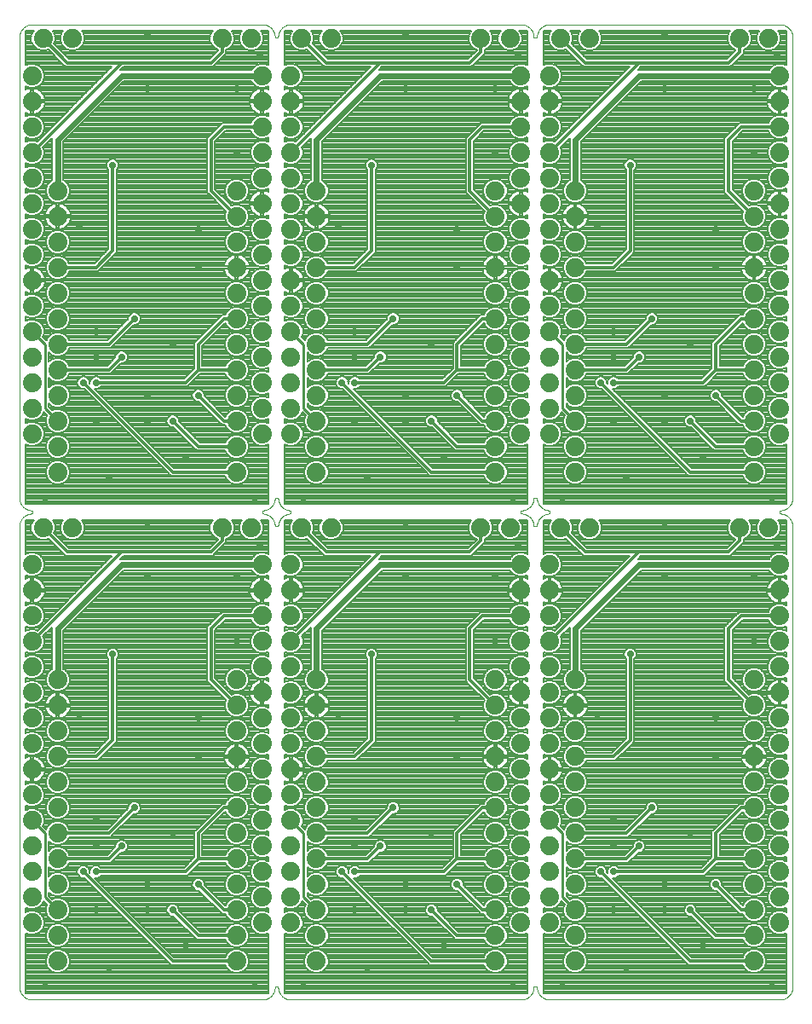
<source format=gbl>
G75*
%MOIN*%
%OFA0B0*%
%FSLAX25Y25*%
%IPPOS*%
%LPD*%
%AMOC8*
5,1,8,0,0,1.08239X$1,22.5*
%
%ADD10C,0.00000*%
%ADD11C,0.07400*%
%ADD12C,0.02800*%
%ADD13C,0.00800*%
%ADD14C,0.01200*%
%ADD15C,0.01000*%
%ADD16C,0.02400*%
D10*
X0077595Y0048933D02*
X0077595Y0228933D01*
X0077597Y0229073D01*
X0077603Y0229213D01*
X0077613Y0229353D01*
X0077626Y0229493D01*
X0077644Y0229632D01*
X0077666Y0229771D01*
X0077691Y0229908D01*
X0077720Y0230046D01*
X0077753Y0230182D01*
X0077790Y0230317D01*
X0077831Y0230451D01*
X0077876Y0230584D01*
X0077924Y0230716D01*
X0077976Y0230846D01*
X0078031Y0230975D01*
X0078090Y0231102D01*
X0078153Y0231228D01*
X0078219Y0231352D01*
X0078288Y0231473D01*
X0078361Y0231593D01*
X0078438Y0231711D01*
X0078517Y0231826D01*
X0078600Y0231940D01*
X0078686Y0232050D01*
X0078775Y0232159D01*
X0078867Y0232265D01*
X0078962Y0232368D01*
X0079059Y0232469D01*
X0079160Y0232566D01*
X0079263Y0232661D01*
X0079369Y0232753D01*
X0079478Y0232842D01*
X0079588Y0232928D01*
X0079702Y0233011D01*
X0079817Y0233090D01*
X0079935Y0233167D01*
X0080055Y0233240D01*
X0080176Y0233309D01*
X0080300Y0233375D01*
X0080426Y0233438D01*
X0080553Y0233497D01*
X0080682Y0233552D01*
X0080812Y0233604D01*
X0080944Y0233652D01*
X0081077Y0233697D01*
X0081211Y0233738D01*
X0081346Y0233775D01*
X0081482Y0233808D01*
X0081620Y0233837D01*
X0081757Y0233862D01*
X0081896Y0233884D01*
X0082035Y0233902D01*
X0082175Y0233915D01*
X0082315Y0233925D01*
X0082455Y0233931D01*
X0082595Y0233933D01*
X0082595Y0235183D01*
X0082455Y0235185D01*
X0082315Y0235191D01*
X0082175Y0235201D01*
X0082035Y0235214D01*
X0081896Y0235232D01*
X0081757Y0235254D01*
X0081620Y0235279D01*
X0081482Y0235308D01*
X0081346Y0235341D01*
X0081211Y0235378D01*
X0081077Y0235419D01*
X0080944Y0235464D01*
X0080812Y0235512D01*
X0080682Y0235564D01*
X0080553Y0235619D01*
X0080426Y0235678D01*
X0080300Y0235741D01*
X0080176Y0235807D01*
X0080055Y0235876D01*
X0079935Y0235949D01*
X0079817Y0236026D01*
X0079702Y0236105D01*
X0079588Y0236188D01*
X0079478Y0236274D01*
X0079369Y0236363D01*
X0079263Y0236455D01*
X0079160Y0236550D01*
X0079059Y0236647D01*
X0078962Y0236748D01*
X0078867Y0236851D01*
X0078775Y0236957D01*
X0078686Y0237066D01*
X0078600Y0237176D01*
X0078517Y0237290D01*
X0078438Y0237405D01*
X0078361Y0237523D01*
X0078288Y0237643D01*
X0078219Y0237764D01*
X0078153Y0237888D01*
X0078090Y0238014D01*
X0078031Y0238141D01*
X0077976Y0238270D01*
X0077924Y0238400D01*
X0077876Y0238532D01*
X0077831Y0238665D01*
X0077790Y0238799D01*
X0077753Y0238934D01*
X0077720Y0239070D01*
X0077691Y0239208D01*
X0077666Y0239345D01*
X0077644Y0239484D01*
X0077626Y0239623D01*
X0077613Y0239763D01*
X0077603Y0239903D01*
X0077597Y0240043D01*
X0077595Y0240183D01*
X0077595Y0420183D01*
X0077597Y0420323D01*
X0077603Y0420463D01*
X0077613Y0420603D01*
X0077626Y0420743D01*
X0077644Y0420882D01*
X0077666Y0421021D01*
X0077691Y0421158D01*
X0077720Y0421296D01*
X0077753Y0421432D01*
X0077790Y0421567D01*
X0077831Y0421701D01*
X0077876Y0421834D01*
X0077924Y0421966D01*
X0077976Y0422096D01*
X0078031Y0422225D01*
X0078090Y0422352D01*
X0078153Y0422478D01*
X0078219Y0422602D01*
X0078288Y0422723D01*
X0078361Y0422843D01*
X0078438Y0422961D01*
X0078517Y0423076D01*
X0078600Y0423190D01*
X0078686Y0423300D01*
X0078775Y0423409D01*
X0078867Y0423515D01*
X0078962Y0423618D01*
X0079059Y0423719D01*
X0079160Y0423816D01*
X0079263Y0423911D01*
X0079369Y0424003D01*
X0079478Y0424092D01*
X0079588Y0424178D01*
X0079702Y0424261D01*
X0079817Y0424340D01*
X0079935Y0424417D01*
X0080055Y0424490D01*
X0080176Y0424559D01*
X0080300Y0424625D01*
X0080426Y0424688D01*
X0080553Y0424747D01*
X0080682Y0424802D01*
X0080812Y0424854D01*
X0080944Y0424902D01*
X0081077Y0424947D01*
X0081211Y0424988D01*
X0081346Y0425025D01*
X0081482Y0425058D01*
X0081620Y0425087D01*
X0081757Y0425112D01*
X0081896Y0425134D01*
X0082035Y0425152D01*
X0082175Y0425165D01*
X0082315Y0425175D01*
X0082455Y0425181D01*
X0082595Y0425183D01*
X0172595Y0425183D01*
X0172735Y0425181D01*
X0172875Y0425175D01*
X0173015Y0425165D01*
X0173155Y0425152D01*
X0173294Y0425134D01*
X0173433Y0425112D01*
X0173570Y0425087D01*
X0173708Y0425058D01*
X0173844Y0425025D01*
X0173979Y0424988D01*
X0174113Y0424947D01*
X0174246Y0424902D01*
X0174378Y0424854D01*
X0174508Y0424802D01*
X0174637Y0424747D01*
X0174764Y0424688D01*
X0174890Y0424625D01*
X0175014Y0424559D01*
X0175135Y0424490D01*
X0175255Y0424417D01*
X0175373Y0424340D01*
X0175488Y0424261D01*
X0175602Y0424178D01*
X0175712Y0424092D01*
X0175821Y0424003D01*
X0175927Y0423911D01*
X0176030Y0423816D01*
X0176131Y0423719D01*
X0176228Y0423618D01*
X0176323Y0423515D01*
X0176415Y0423409D01*
X0176504Y0423300D01*
X0176590Y0423190D01*
X0176673Y0423076D01*
X0176752Y0422961D01*
X0176829Y0422843D01*
X0176902Y0422723D01*
X0176971Y0422602D01*
X0177037Y0422478D01*
X0177100Y0422352D01*
X0177159Y0422225D01*
X0177214Y0422096D01*
X0177266Y0421966D01*
X0177314Y0421834D01*
X0177359Y0421701D01*
X0177400Y0421567D01*
X0177437Y0421432D01*
X0177470Y0421296D01*
X0177499Y0421158D01*
X0177524Y0421021D01*
X0177546Y0420882D01*
X0177564Y0420743D01*
X0177577Y0420603D01*
X0177587Y0420463D01*
X0177593Y0420323D01*
X0177595Y0420183D01*
X0178845Y0420183D01*
X0178847Y0420323D01*
X0178853Y0420463D01*
X0178863Y0420603D01*
X0178876Y0420743D01*
X0178894Y0420882D01*
X0178916Y0421021D01*
X0178941Y0421158D01*
X0178970Y0421296D01*
X0179003Y0421432D01*
X0179040Y0421567D01*
X0179081Y0421701D01*
X0179126Y0421834D01*
X0179174Y0421966D01*
X0179226Y0422096D01*
X0179281Y0422225D01*
X0179340Y0422352D01*
X0179403Y0422478D01*
X0179469Y0422602D01*
X0179538Y0422723D01*
X0179611Y0422843D01*
X0179688Y0422961D01*
X0179767Y0423076D01*
X0179850Y0423190D01*
X0179936Y0423300D01*
X0180025Y0423409D01*
X0180117Y0423515D01*
X0180212Y0423618D01*
X0180309Y0423719D01*
X0180410Y0423816D01*
X0180513Y0423911D01*
X0180619Y0424003D01*
X0180728Y0424092D01*
X0180838Y0424178D01*
X0180952Y0424261D01*
X0181067Y0424340D01*
X0181185Y0424417D01*
X0181305Y0424490D01*
X0181426Y0424559D01*
X0181550Y0424625D01*
X0181676Y0424688D01*
X0181803Y0424747D01*
X0181932Y0424802D01*
X0182062Y0424854D01*
X0182194Y0424902D01*
X0182327Y0424947D01*
X0182461Y0424988D01*
X0182596Y0425025D01*
X0182732Y0425058D01*
X0182870Y0425087D01*
X0183007Y0425112D01*
X0183146Y0425134D01*
X0183285Y0425152D01*
X0183425Y0425165D01*
X0183565Y0425175D01*
X0183705Y0425181D01*
X0183845Y0425183D01*
X0273845Y0425183D01*
X0273985Y0425181D01*
X0274125Y0425175D01*
X0274265Y0425165D01*
X0274405Y0425152D01*
X0274544Y0425134D01*
X0274683Y0425112D01*
X0274820Y0425087D01*
X0274958Y0425058D01*
X0275094Y0425025D01*
X0275229Y0424988D01*
X0275363Y0424947D01*
X0275496Y0424902D01*
X0275628Y0424854D01*
X0275758Y0424802D01*
X0275887Y0424747D01*
X0276014Y0424688D01*
X0276140Y0424625D01*
X0276264Y0424559D01*
X0276385Y0424490D01*
X0276505Y0424417D01*
X0276623Y0424340D01*
X0276738Y0424261D01*
X0276852Y0424178D01*
X0276962Y0424092D01*
X0277071Y0424003D01*
X0277177Y0423911D01*
X0277280Y0423816D01*
X0277381Y0423719D01*
X0277478Y0423618D01*
X0277573Y0423515D01*
X0277665Y0423409D01*
X0277754Y0423300D01*
X0277840Y0423190D01*
X0277923Y0423076D01*
X0278002Y0422961D01*
X0278079Y0422843D01*
X0278152Y0422723D01*
X0278221Y0422602D01*
X0278287Y0422478D01*
X0278350Y0422352D01*
X0278409Y0422225D01*
X0278464Y0422096D01*
X0278516Y0421966D01*
X0278564Y0421834D01*
X0278609Y0421701D01*
X0278650Y0421567D01*
X0278687Y0421432D01*
X0278720Y0421296D01*
X0278749Y0421158D01*
X0278774Y0421021D01*
X0278796Y0420882D01*
X0278814Y0420743D01*
X0278827Y0420603D01*
X0278837Y0420463D01*
X0278843Y0420323D01*
X0278845Y0420183D01*
X0280095Y0420183D01*
X0280097Y0420323D01*
X0280103Y0420463D01*
X0280113Y0420603D01*
X0280126Y0420743D01*
X0280144Y0420882D01*
X0280166Y0421021D01*
X0280191Y0421158D01*
X0280220Y0421296D01*
X0280253Y0421432D01*
X0280290Y0421567D01*
X0280331Y0421701D01*
X0280376Y0421834D01*
X0280424Y0421966D01*
X0280476Y0422096D01*
X0280531Y0422225D01*
X0280590Y0422352D01*
X0280653Y0422478D01*
X0280719Y0422602D01*
X0280788Y0422723D01*
X0280861Y0422843D01*
X0280938Y0422961D01*
X0281017Y0423076D01*
X0281100Y0423190D01*
X0281186Y0423300D01*
X0281275Y0423409D01*
X0281367Y0423515D01*
X0281462Y0423618D01*
X0281559Y0423719D01*
X0281660Y0423816D01*
X0281763Y0423911D01*
X0281869Y0424003D01*
X0281978Y0424092D01*
X0282088Y0424178D01*
X0282202Y0424261D01*
X0282317Y0424340D01*
X0282435Y0424417D01*
X0282555Y0424490D01*
X0282676Y0424559D01*
X0282800Y0424625D01*
X0282926Y0424688D01*
X0283053Y0424747D01*
X0283182Y0424802D01*
X0283312Y0424854D01*
X0283444Y0424902D01*
X0283577Y0424947D01*
X0283711Y0424988D01*
X0283846Y0425025D01*
X0283982Y0425058D01*
X0284120Y0425087D01*
X0284257Y0425112D01*
X0284396Y0425134D01*
X0284535Y0425152D01*
X0284675Y0425165D01*
X0284815Y0425175D01*
X0284955Y0425181D01*
X0285095Y0425183D01*
X0375095Y0425183D01*
X0375235Y0425181D01*
X0375375Y0425175D01*
X0375515Y0425165D01*
X0375655Y0425152D01*
X0375794Y0425134D01*
X0375933Y0425112D01*
X0376070Y0425087D01*
X0376208Y0425058D01*
X0376344Y0425025D01*
X0376479Y0424988D01*
X0376613Y0424947D01*
X0376746Y0424902D01*
X0376878Y0424854D01*
X0377008Y0424802D01*
X0377137Y0424747D01*
X0377264Y0424688D01*
X0377390Y0424625D01*
X0377514Y0424559D01*
X0377635Y0424490D01*
X0377755Y0424417D01*
X0377873Y0424340D01*
X0377988Y0424261D01*
X0378102Y0424178D01*
X0378212Y0424092D01*
X0378321Y0424003D01*
X0378427Y0423911D01*
X0378530Y0423816D01*
X0378631Y0423719D01*
X0378728Y0423618D01*
X0378823Y0423515D01*
X0378915Y0423409D01*
X0379004Y0423300D01*
X0379090Y0423190D01*
X0379173Y0423076D01*
X0379252Y0422961D01*
X0379329Y0422843D01*
X0379402Y0422723D01*
X0379471Y0422602D01*
X0379537Y0422478D01*
X0379600Y0422352D01*
X0379659Y0422225D01*
X0379714Y0422096D01*
X0379766Y0421966D01*
X0379814Y0421834D01*
X0379859Y0421701D01*
X0379900Y0421567D01*
X0379937Y0421432D01*
X0379970Y0421296D01*
X0379999Y0421158D01*
X0380024Y0421021D01*
X0380046Y0420882D01*
X0380064Y0420743D01*
X0380077Y0420603D01*
X0380087Y0420463D01*
X0380093Y0420323D01*
X0380095Y0420183D01*
X0380095Y0240183D01*
X0380093Y0240043D01*
X0380087Y0239903D01*
X0380077Y0239763D01*
X0380064Y0239623D01*
X0380046Y0239484D01*
X0380024Y0239345D01*
X0379999Y0239208D01*
X0379970Y0239070D01*
X0379937Y0238934D01*
X0379900Y0238799D01*
X0379859Y0238665D01*
X0379814Y0238532D01*
X0379766Y0238400D01*
X0379714Y0238270D01*
X0379659Y0238141D01*
X0379600Y0238014D01*
X0379537Y0237888D01*
X0379471Y0237764D01*
X0379402Y0237643D01*
X0379329Y0237523D01*
X0379252Y0237405D01*
X0379173Y0237290D01*
X0379090Y0237176D01*
X0379004Y0237066D01*
X0378915Y0236957D01*
X0378823Y0236851D01*
X0378728Y0236748D01*
X0378631Y0236647D01*
X0378530Y0236550D01*
X0378427Y0236455D01*
X0378321Y0236363D01*
X0378212Y0236274D01*
X0378102Y0236188D01*
X0377988Y0236105D01*
X0377873Y0236026D01*
X0377755Y0235949D01*
X0377635Y0235876D01*
X0377514Y0235807D01*
X0377390Y0235741D01*
X0377264Y0235678D01*
X0377137Y0235619D01*
X0377008Y0235564D01*
X0376878Y0235512D01*
X0376746Y0235464D01*
X0376613Y0235419D01*
X0376479Y0235378D01*
X0376344Y0235341D01*
X0376208Y0235308D01*
X0376070Y0235279D01*
X0375933Y0235254D01*
X0375794Y0235232D01*
X0375655Y0235214D01*
X0375515Y0235201D01*
X0375375Y0235191D01*
X0375235Y0235185D01*
X0375095Y0235183D01*
X0375095Y0233933D01*
X0375235Y0233931D01*
X0375375Y0233925D01*
X0375515Y0233915D01*
X0375655Y0233902D01*
X0375794Y0233884D01*
X0375933Y0233862D01*
X0376070Y0233837D01*
X0376208Y0233808D01*
X0376344Y0233775D01*
X0376479Y0233738D01*
X0376613Y0233697D01*
X0376746Y0233652D01*
X0376878Y0233604D01*
X0377008Y0233552D01*
X0377137Y0233497D01*
X0377264Y0233438D01*
X0377390Y0233375D01*
X0377514Y0233309D01*
X0377635Y0233240D01*
X0377755Y0233167D01*
X0377873Y0233090D01*
X0377988Y0233011D01*
X0378102Y0232928D01*
X0378212Y0232842D01*
X0378321Y0232753D01*
X0378427Y0232661D01*
X0378530Y0232566D01*
X0378631Y0232469D01*
X0378728Y0232368D01*
X0378823Y0232265D01*
X0378915Y0232159D01*
X0379004Y0232050D01*
X0379090Y0231940D01*
X0379173Y0231826D01*
X0379252Y0231711D01*
X0379329Y0231593D01*
X0379402Y0231473D01*
X0379471Y0231352D01*
X0379537Y0231228D01*
X0379600Y0231102D01*
X0379659Y0230975D01*
X0379714Y0230846D01*
X0379766Y0230716D01*
X0379814Y0230584D01*
X0379859Y0230451D01*
X0379900Y0230317D01*
X0379937Y0230182D01*
X0379970Y0230046D01*
X0379999Y0229908D01*
X0380024Y0229771D01*
X0380046Y0229632D01*
X0380064Y0229493D01*
X0380077Y0229353D01*
X0380087Y0229213D01*
X0380093Y0229073D01*
X0380095Y0228933D01*
X0380095Y0048933D01*
X0380093Y0048793D01*
X0380087Y0048653D01*
X0380077Y0048513D01*
X0380064Y0048373D01*
X0380046Y0048234D01*
X0380024Y0048095D01*
X0379999Y0047958D01*
X0379970Y0047820D01*
X0379937Y0047684D01*
X0379900Y0047549D01*
X0379859Y0047415D01*
X0379814Y0047282D01*
X0379766Y0047150D01*
X0379714Y0047020D01*
X0379659Y0046891D01*
X0379600Y0046764D01*
X0379537Y0046638D01*
X0379471Y0046514D01*
X0379402Y0046393D01*
X0379329Y0046273D01*
X0379252Y0046155D01*
X0379173Y0046040D01*
X0379090Y0045926D01*
X0379004Y0045816D01*
X0378915Y0045707D01*
X0378823Y0045601D01*
X0378728Y0045498D01*
X0378631Y0045397D01*
X0378530Y0045300D01*
X0378427Y0045205D01*
X0378321Y0045113D01*
X0378212Y0045024D01*
X0378102Y0044938D01*
X0377988Y0044855D01*
X0377873Y0044776D01*
X0377755Y0044699D01*
X0377635Y0044626D01*
X0377514Y0044557D01*
X0377390Y0044491D01*
X0377264Y0044428D01*
X0377137Y0044369D01*
X0377008Y0044314D01*
X0376878Y0044262D01*
X0376746Y0044214D01*
X0376613Y0044169D01*
X0376479Y0044128D01*
X0376344Y0044091D01*
X0376208Y0044058D01*
X0376070Y0044029D01*
X0375933Y0044004D01*
X0375794Y0043982D01*
X0375655Y0043964D01*
X0375515Y0043951D01*
X0375375Y0043941D01*
X0375235Y0043935D01*
X0375095Y0043933D01*
X0285095Y0043933D01*
X0284955Y0043935D01*
X0284815Y0043941D01*
X0284675Y0043951D01*
X0284535Y0043964D01*
X0284396Y0043982D01*
X0284257Y0044004D01*
X0284120Y0044029D01*
X0283982Y0044058D01*
X0283846Y0044091D01*
X0283711Y0044128D01*
X0283577Y0044169D01*
X0283444Y0044214D01*
X0283312Y0044262D01*
X0283182Y0044314D01*
X0283053Y0044369D01*
X0282926Y0044428D01*
X0282800Y0044491D01*
X0282676Y0044557D01*
X0282555Y0044626D01*
X0282435Y0044699D01*
X0282317Y0044776D01*
X0282202Y0044855D01*
X0282088Y0044938D01*
X0281978Y0045024D01*
X0281869Y0045113D01*
X0281763Y0045205D01*
X0281660Y0045300D01*
X0281559Y0045397D01*
X0281462Y0045498D01*
X0281367Y0045601D01*
X0281275Y0045707D01*
X0281186Y0045816D01*
X0281100Y0045926D01*
X0281017Y0046040D01*
X0280938Y0046155D01*
X0280861Y0046273D01*
X0280788Y0046393D01*
X0280719Y0046514D01*
X0280653Y0046638D01*
X0280590Y0046764D01*
X0280531Y0046891D01*
X0280476Y0047020D01*
X0280424Y0047150D01*
X0280376Y0047282D01*
X0280331Y0047415D01*
X0280290Y0047549D01*
X0280253Y0047684D01*
X0280220Y0047820D01*
X0280191Y0047958D01*
X0280166Y0048095D01*
X0280144Y0048234D01*
X0280126Y0048373D01*
X0280113Y0048513D01*
X0280103Y0048653D01*
X0280097Y0048793D01*
X0280095Y0048933D01*
X0278845Y0048933D01*
X0278843Y0048793D01*
X0278837Y0048653D01*
X0278827Y0048513D01*
X0278814Y0048373D01*
X0278796Y0048234D01*
X0278774Y0048095D01*
X0278749Y0047958D01*
X0278720Y0047820D01*
X0278687Y0047684D01*
X0278650Y0047549D01*
X0278609Y0047415D01*
X0278564Y0047282D01*
X0278516Y0047150D01*
X0278464Y0047020D01*
X0278409Y0046891D01*
X0278350Y0046764D01*
X0278287Y0046638D01*
X0278221Y0046514D01*
X0278152Y0046393D01*
X0278079Y0046273D01*
X0278002Y0046155D01*
X0277923Y0046040D01*
X0277840Y0045926D01*
X0277754Y0045816D01*
X0277665Y0045707D01*
X0277573Y0045601D01*
X0277478Y0045498D01*
X0277381Y0045397D01*
X0277280Y0045300D01*
X0277177Y0045205D01*
X0277071Y0045113D01*
X0276962Y0045024D01*
X0276852Y0044938D01*
X0276738Y0044855D01*
X0276623Y0044776D01*
X0276505Y0044699D01*
X0276385Y0044626D01*
X0276264Y0044557D01*
X0276140Y0044491D01*
X0276014Y0044428D01*
X0275887Y0044369D01*
X0275758Y0044314D01*
X0275628Y0044262D01*
X0275496Y0044214D01*
X0275363Y0044169D01*
X0275229Y0044128D01*
X0275094Y0044091D01*
X0274958Y0044058D01*
X0274820Y0044029D01*
X0274683Y0044004D01*
X0274544Y0043982D01*
X0274405Y0043964D01*
X0274265Y0043951D01*
X0274125Y0043941D01*
X0273985Y0043935D01*
X0273845Y0043933D01*
X0183845Y0043933D01*
X0183705Y0043935D01*
X0183565Y0043941D01*
X0183425Y0043951D01*
X0183285Y0043964D01*
X0183146Y0043982D01*
X0183007Y0044004D01*
X0182870Y0044029D01*
X0182732Y0044058D01*
X0182596Y0044091D01*
X0182461Y0044128D01*
X0182327Y0044169D01*
X0182194Y0044214D01*
X0182062Y0044262D01*
X0181932Y0044314D01*
X0181803Y0044369D01*
X0181676Y0044428D01*
X0181550Y0044491D01*
X0181426Y0044557D01*
X0181305Y0044626D01*
X0181185Y0044699D01*
X0181067Y0044776D01*
X0180952Y0044855D01*
X0180838Y0044938D01*
X0180728Y0045024D01*
X0180619Y0045113D01*
X0180513Y0045205D01*
X0180410Y0045300D01*
X0180309Y0045397D01*
X0180212Y0045498D01*
X0180117Y0045601D01*
X0180025Y0045707D01*
X0179936Y0045816D01*
X0179850Y0045926D01*
X0179767Y0046040D01*
X0179688Y0046155D01*
X0179611Y0046273D01*
X0179538Y0046393D01*
X0179469Y0046514D01*
X0179403Y0046638D01*
X0179340Y0046764D01*
X0179281Y0046891D01*
X0179226Y0047020D01*
X0179174Y0047150D01*
X0179126Y0047282D01*
X0179081Y0047415D01*
X0179040Y0047549D01*
X0179003Y0047684D01*
X0178970Y0047820D01*
X0178941Y0047958D01*
X0178916Y0048095D01*
X0178894Y0048234D01*
X0178876Y0048373D01*
X0178863Y0048513D01*
X0178853Y0048653D01*
X0178847Y0048793D01*
X0178845Y0048933D01*
X0177595Y0048933D01*
X0177593Y0048793D01*
X0177587Y0048653D01*
X0177577Y0048513D01*
X0177564Y0048373D01*
X0177546Y0048234D01*
X0177524Y0048095D01*
X0177499Y0047958D01*
X0177470Y0047820D01*
X0177437Y0047684D01*
X0177400Y0047549D01*
X0177359Y0047415D01*
X0177314Y0047282D01*
X0177266Y0047150D01*
X0177214Y0047020D01*
X0177159Y0046891D01*
X0177100Y0046764D01*
X0177037Y0046638D01*
X0176971Y0046514D01*
X0176902Y0046393D01*
X0176829Y0046273D01*
X0176752Y0046155D01*
X0176673Y0046040D01*
X0176590Y0045926D01*
X0176504Y0045816D01*
X0176415Y0045707D01*
X0176323Y0045601D01*
X0176228Y0045498D01*
X0176131Y0045397D01*
X0176030Y0045300D01*
X0175927Y0045205D01*
X0175821Y0045113D01*
X0175712Y0045024D01*
X0175602Y0044938D01*
X0175488Y0044855D01*
X0175373Y0044776D01*
X0175255Y0044699D01*
X0175135Y0044626D01*
X0175014Y0044557D01*
X0174890Y0044491D01*
X0174764Y0044428D01*
X0174637Y0044369D01*
X0174508Y0044314D01*
X0174378Y0044262D01*
X0174246Y0044214D01*
X0174113Y0044169D01*
X0173979Y0044128D01*
X0173844Y0044091D01*
X0173708Y0044058D01*
X0173570Y0044029D01*
X0173433Y0044004D01*
X0173294Y0043982D01*
X0173155Y0043964D01*
X0173015Y0043951D01*
X0172875Y0043941D01*
X0172735Y0043935D01*
X0172595Y0043933D01*
X0082595Y0043933D01*
X0082455Y0043935D01*
X0082315Y0043941D01*
X0082175Y0043951D01*
X0082035Y0043964D01*
X0081896Y0043982D01*
X0081757Y0044004D01*
X0081620Y0044029D01*
X0081482Y0044058D01*
X0081346Y0044091D01*
X0081211Y0044128D01*
X0081077Y0044169D01*
X0080944Y0044214D01*
X0080812Y0044262D01*
X0080682Y0044314D01*
X0080553Y0044369D01*
X0080426Y0044428D01*
X0080300Y0044491D01*
X0080176Y0044557D01*
X0080055Y0044626D01*
X0079935Y0044699D01*
X0079817Y0044776D01*
X0079702Y0044855D01*
X0079588Y0044938D01*
X0079478Y0045024D01*
X0079369Y0045113D01*
X0079263Y0045205D01*
X0079160Y0045300D01*
X0079059Y0045397D01*
X0078962Y0045498D01*
X0078867Y0045601D01*
X0078775Y0045707D01*
X0078686Y0045816D01*
X0078600Y0045926D01*
X0078517Y0046040D01*
X0078438Y0046155D01*
X0078361Y0046273D01*
X0078288Y0046393D01*
X0078219Y0046514D01*
X0078153Y0046638D01*
X0078090Y0046764D01*
X0078031Y0046891D01*
X0077976Y0047020D01*
X0077924Y0047150D01*
X0077876Y0047282D01*
X0077831Y0047415D01*
X0077790Y0047549D01*
X0077753Y0047684D01*
X0077720Y0047820D01*
X0077691Y0047958D01*
X0077666Y0048095D01*
X0077644Y0048234D01*
X0077626Y0048373D01*
X0077613Y0048513D01*
X0077603Y0048653D01*
X0077597Y0048793D01*
X0077595Y0048933D01*
X0177595Y0228933D02*
X0177593Y0229073D01*
X0177587Y0229213D01*
X0177577Y0229353D01*
X0177564Y0229493D01*
X0177546Y0229632D01*
X0177524Y0229771D01*
X0177499Y0229908D01*
X0177470Y0230046D01*
X0177437Y0230182D01*
X0177400Y0230317D01*
X0177359Y0230451D01*
X0177314Y0230584D01*
X0177266Y0230716D01*
X0177214Y0230846D01*
X0177159Y0230975D01*
X0177100Y0231102D01*
X0177037Y0231228D01*
X0176971Y0231352D01*
X0176902Y0231473D01*
X0176829Y0231593D01*
X0176752Y0231711D01*
X0176673Y0231826D01*
X0176590Y0231940D01*
X0176504Y0232050D01*
X0176415Y0232159D01*
X0176323Y0232265D01*
X0176228Y0232368D01*
X0176131Y0232469D01*
X0176030Y0232566D01*
X0175927Y0232661D01*
X0175821Y0232753D01*
X0175712Y0232842D01*
X0175602Y0232928D01*
X0175488Y0233011D01*
X0175373Y0233090D01*
X0175255Y0233167D01*
X0175135Y0233240D01*
X0175014Y0233309D01*
X0174890Y0233375D01*
X0174764Y0233438D01*
X0174637Y0233497D01*
X0174508Y0233552D01*
X0174378Y0233604D01*
X0174246Y0233652D01*
X0174113Y0233697D01*
X0173979Y0233738D01*
X0173844Y0233775D01*
X0173708Y0233808D01*
X0173570Y0233837D01*
X0173433Y0233862D01*
X0173294Y0233884D01*
X0173155Y0233902D01*
X0173015Y0233915D01*
X0172875Y0233925D01*
X0172735Y0233931D01*
X0172595Y0233933D01*
X0172595Y0235183D01*
X0172735Y0235185D01*
X0172875Y0235191D01*
X0173015Y0235201D01*
X0173155Y0235214D01*
X0173294Y0235232D01*
X0173433Y0235254D01*
X0173570Y0235279D01*
X0173708Y0235308D01*
X0173844Y0235341D01*
X0173979Y0235378D01*
X0174113Y0235419D01*
X0174246Y0235464D01*
X0174378Y0235512D01*
X0174508Y0235564D01*
X0174637Y0235619D01*
X0174764Y0235678D01*
X0174890Y0235741D01*
X0175014Y0235807D01*
X0175135Y0235876D01*
X0175255Y0235949D01*
X0175373Y0236026D01*
X0175488Y0236105D01*
X0175602Y0236188D01*
X0175712Y0236274D01*
X0175821Y0236363D01*
X0175927Y0236455D01*
X0176030Y0236550D01*
X0176131Y0236647D01*
X0176228Y0236748D01*
X0176323Y0236851D01*
X0176415Y0236957D01*
X0176504Y0237066D01*
X0176590Y0237176D01*
X0176673Y0237290D01*
X0176752Y0237405D01*
X0176829Y0237523D01*
X0176902Y0237643D01*
X0176971Y0237764D01*
X0177037Y0237888D01*
X0177100Y0238014D01*
X0177159Y0238141D01*
X0177214Y0238270D01*
X0177266Y0238400D01*
X0177314Y0238532D01*
X0177359Y0238665D01*
X0177400Y0238799D01*
X0177437Y0238934D01*
X0177470Y0239070D01*
X0177499Y0239208D01*
X0177524Y0239345D01*
X0177546Y0239484D01*
X0177564Y0239623D01*
X0177577Y0239763D01*
X0177587Y0239903D01*
X0177593Y0240043D01*
X0177595Y0240183D01*
X0178845Y0240183D01*
X0178847Y0240043D01*
X0178853Y0239903D01*
X0178863Y0239763D01*
X0178876Y0239623D01*
X0178894Y0239484D01*
X0178916Y0239345D01*
X0178941Y0239208D01*
X0178970Y0239070D01*
X0179003Y0238934D01*
X0179040Y0238799D01*
X0179081Y0238665D01*
X0179126Y0238532D01*
X0179174Y0238400D01*
X0179226Y0238270D01*
X0179281Y0238141D01*
X0179340Y0238014D01*
X0179403Y0237888D01*
X0179469Y0237764D01*
X0179538Y0237643D01*
X0179611Y0237523D01*
X0179688Y0237405D01*
X0179767Y0237290D01*
X0179850Y0237176D01*
X0179936Y0237066D01*
X0180025Y0236957D01*
X0180117Y0236851D01*
X0180212Y0236748D01*
X0180309Y0236647D01*
X0180410Y0236550D01*
X0180513Y0236455D01*
X0180619Y0236363D01*
X0180728Y0236274D01*
X0180838Y0236188D01*
X0180952Y0236105D01*
X0181067Y0236026D01*
X0181185Y0235949D01*
X0181305Y0235876D01*
X0181426Y0235807D01*
X0181550Y0235741D01*
X0181676Y0235678D01*
X0181803Y0235619D01*
X0181932Y0235564D01*
X0182062Y0235512D01*
X0182194Y0235464D01*
X0182327Y0235419D01*
X0182461Y0235378D01*
X0182596Y0235341D01*
X0182732Y0235308D01*
X0182870Y0235279D01*
X0183007Y0235254D01*
X0183146Y0235232D01*
X0183285Y0235214D01*
X0183425Y0235201D01*
X0183565Y0235191D01*
X0183705Y0235185D01*
X0183845Y0235183D01*
X0183845Y0233933D01*
X0183705Y0233931D01*
X0183565Y0233925D01*
X0183425Y0233915D01*
X0183285Y0233902D01*
X0183146Y0233884D01*
X0183007Y0233862D01*
X0182870Y0233837D01*
X0182732Y0233808D01*
X0182596Y0233775D01*
X0182461Y0233738D01*
X0182327Y0233697D01*
X0182194Y0233652D01*
X0182062Y0233604D01*
X0181932Y0233552D01*
X0181803Y0233497D01*
X0181676Y0233438D01*
X0181550Y0233375D01*
X0181426Y0233309D01*
X0181305Y0233240D01*
X0181185Y0233167D01*
X0181067Y0233090D01*
X0180952Y0233011D01*
X0180838Y0232928D01*
X0180728Y0232842D01*
X0180619Y0232753D01*
X0180513Y0232661D01*
X0180410Y0232566D01*
X0180309Y0232469D01*
X0180212Y0232368D01*
X0180117Y0232265D01*
X0180025Y0232159D01*
X0179936Y0232050D01*
X0179850Y0231940D01*
X0179767Y0231826D01*
X0179688Y0231711D01*
X0179611Y0231593D01*
X0179538Y0231473D01*
X0179469Y0231352D01*
X0179403Y0231228D01*
X0179340Y0231102D01*
X0179281Y0230975D01*
X0179226Y0230846D01*
X0179174Y0230716D01*
X0179126Y0230584D01*
X0179081Y0230451D01*
X0179040Y0230317D01*
X0179003Y0230182D01*
X0178970Y0230046D01*
X0178941Y0229908D01*
X0178916Y0229771D01*
X0178894Y0229632D01*
X0178876Y0229493D01*
X0178863Y0229353D01*
X0178853Y0229213D01*
X0178847Y0229073D01*
X0178845Y0228933D01*
X0177595Y0228933D01*
X0273845Y0233933D02*
X0273985Y0233931D01*
X0274125Y0233925D01*
X0274265Y0233915D01*
X0274405Y0233902D01*
X0274544Y0233884D01*
X0274683Y0233862D01*
X0274820Y0233837D01*
X0274958Y0233808D01*
X0275094Y0233775D01*
X0275229Y0233738D01*
X0275363Y0233697D01*
X0275496Y0233652D01*
X0275628Y0233604D01*
X0275758Y0233552D01*
X0275887Y0233497D01*
X0276014Y0233438D01*
X0276140Y0233375D01*
X0276264Y0233309D01*
X0276385Y0233240D01*
X0276505Y0233167D01*
X0276623Y0233090D01*
X0276738Y0233011D01*
X0276852Y0232928D01*
X0276962Y0232842D01*
X0277071Y0232753D01*
X0277177Y0232661D01*
X0277280Y0232566D01*
X0277381Y0232469D01*
X0277478Y0232368D01*
X0277573Y0232265D01*
X0277665Y0232159D01*
X0277754Y0232050D01*
X0277840Y0231940D01*
X0277923Y0231826D01*
X0278002Y0231711D01*
X0278079Y0231593D01*
X0278152Y0231473D01*
X0278221Y0231352D01*
X0278287Y0231228D01*
X0278350Y0231102D01*
X0278409Y0230975D01*
X0278464Y0230846D01*
X0278516Y0230716D01*
X0278564Y0230584D01*
X0278609Y0230451D01*
X0278650Y0230317D01*
X0278687Y0230182D01*
X0278720Y0230046D01*
X0278749Y0229908D01*
X0278774Y0229771D01*
X0278796Y0229632D01*
X0278814Y0229493D01*
X0278827Y0229353D01*
X0278837Y0229213D01*
X0278843Y0229073D01*
X0278845Y0228933D01*
X0280095Y0228933D01*
X0280097Y0229073D01*
X0280103Y0229213D01*
X0280113Y0229353D01*
X0280126Y0229493D01*
X0280144Y0229632D01*
X0280166Y0229771D01*
X0280191Y0229908D01*
X0280220Y0230046D01*
X0280253Y0230182D01*
X0280290Y0230317D01*
X0280331Y0230451D01*
X0280376Y0230584D01*
X0280424Y0230716D01*
X0280476Y0230846D01*
X0280531Y0230975D01*
X0280590Y0231102D01*
X0280653Y0231228D01*
X0280719Y0231352D01*
X0280788Y0231473D01*
X0280861Y0231593D01*
X0280938Y0231711D01*
X0281017Y0231826D01*
X0281100Y0231940D01*
X0281186Y0232050D01*
X0281275Y0232159D01*
X0281367Y0232265D01*
X0281462Y0232368D01*
X0281559Y0232469D01*
X0281660Y0232566D01*
X0281763Y0232661D01*
X0281869Y0232753D01*
X0281978Y0232842D01*
X0282088Y0232928D01*
X0282202Y0233011D01*
X0282317Y0233090D01*
X0282435Y0233167D01*
X0282555Y0233240D01*
X0282676Y0233309D01*
X0282800Y0233375D01*
X0282926Y0233438D01*
X0283053Y0233497D01*
X0283182Y0233552D01*
X0283312Y0233604D01*
X0283444Y0233652D01*
X0283577Y0233697D01*
X0283711Y0233738D01*
X0283846Y0233775D01*
X0283982Y0233808D01*
X0284120Y0233837D01*
X0284257Y0233862D01*
X0284396Y0233884D01*
X0284535Y0233902D01*
X0284675Y0233915D01*
X0284815Y0233925D01*
X0284955Y0233931D01*
X0285095Y0233933D01*
X0285095Y0235183D01*
X0284955Y0235185D01*
X0284815Y0235191D01*
X0284675Y0235201D01*
X0284535Y0235214D01*
X0284396Y0235232D01*
X0284257Y0235254D01*
X0284120Y0235279D01*
X0283982Y0235308D01*
X0283846Y0235341D01*
X0283711Y0235378D01*
X0283577Y0235419D01*
X0283444Y0235464D01*
X0283312Y0235512D01*
X0283182Y0235564D01*
X0283053Y0235619D01*
X0282926Y0235678D01*
X0282800Y0235741D01*
X0282676Y0235807D01*
X0282555Y0235876D01*
X0282435Y0235949D01*
X0282317Y0236026D01*
X0282202Y0236105D01*
X0282088Y0236188D01*
X0281978Y0236274D01*
X0281869Y0236363D01*
X0281763Y0236455D01*
X0281660Y0236550D01*
X0281559Y0236647D01*
X0281462Y0236748D01*
X0281367Y0236851D01*
X0281275Y0236957D01*
X0281186Y0237066D01*
X0281100Y0237176D01*
X0281017Y0237290D01*
X0280938Y0237405D01*
X0280861Y0237523D01*
X0280788Y0237643D01*
X0280719Y0237764D01*
X0280653Y0237888D01*
X0280590Y0238014D01*
X0280531Y0238141D01*
X0280476Y0238270D01*
X0280424Y0238400D01*
X0280376Y0238532D01*
X0280331Y0238665D01*
X0280290Y0238799D01*
X0280253Y0238934D01*
X0280220Y0239070D01*
X0280191Y0239208D01*
X0280166Y0239345D01*
X0280144Y0239484D01*
X0280126Y0239623D01*
X0280113Y0239763D01*
X0280103Y0239903D01*
X0280097Y0240043D01*
X0280095Y0240183D01*
X0278845Y0240183D01*
X0278843Y0240043D01*
X0278837Y0239903D01*
X0278827Y0239763D01*
X0278814Y0239623D01*
X0278796Y0239484D01*
X0278774Y0239345D01*
X0278749Y0239208D01*
X0278720Y0239070D01*
X0278687Y0238934D01*
X0278650Y0238799D01*
X0278609Y0238665D01*
X0278564Y0238532D01*
X0278516Y0238400D01*
X0278464Y0238270D01*
X0278409Y0238141D01*
X0278350Y0238014D01*
X0278287Y0237888D01*
X0278221Y0237764D01*
X0278152Y0237643D01*
X0278079Y0237523D01*
X0278002Y0237405D01*
X0277923Y0237290D01*
X0277840Y0237176D01*
X0277754Y0237066D01*
X0277665Y0236957D01*
X0277573Y0236851D01*
X0277478Y0236748D01*
X0277381Y0236647D01*
X0277280Y0236550D01*
X0277177Y0236455D01*
X0277071Y0236363D01*
X0276962Y0236274D01*
X0276852Y0236188D01*
X0276738Y0236105D01*
X0276623Y0236026D01*
X0276505Y0235949D01*
X0276385Y0235876D01*
X0276264Y0235807D01*
X0276140Y0235741D01*
X0276014Y0235678D01*
X0275887Y0235619D01*
X0275758Y0235564D01*
X0275628Y0235512D01*
X0275496Y0235464D01*
X0275363Y0235419D01*
X0275229Y0235378D01*
X0275094Y0235341D01*
X0274958Y0235308D01*
X0274820Y0235279D01*
X0274683Y0235254D01*
X0274544Y0235232D01*
X0274405Y0235214D01*
X0274265Y0235201D01*
X0274125Y0235191D01*
X0273985Y0235185D01*
X0273845Y0235183D01*
X0273845Y0233933D01*
D11*
X0269545Y0228433D03*
X0258145Y0228433D03*
X0273845Y0213933D03*
X0273845Y0203933D03*
X0273845Y0193933D03*
X0273845Y0183933D03*
X0273845Y0173933D03*
X0273845Y0163933D03*
X0273845Y0153933D03*
X0273845Y0143933D03*
X0273845Y0133933D03*
X0273845Y0123933D03*
X0263845Y0118933D03*
X0263845Y0128933D03*
X0263845Y0138933D03*
X0263845Y0148933D03*
X0263845Y0158933D03*
X0263845Y0168933D03*
X0285095Y0163933D03*
X0285095Y0153933D03*
X0285095Y0143933D03*
X0285095Y0133933D03*
X0285095Y0123933D03*
X0295095Y0118933D03*
X0295095Y0128933D03*
X0295095Y0138933D03*
X0295095Y0148933D03*
X0295095Y0158933D03*
X0295095Y0168933D03*
X0285095Y0173933D03*
X0285095Y0183933D03*
X0285095Y0193933D03*
X0285095Y0203933D03*
X0285095Y0213933D03*
X0289395Y0228433D03*
X0300795Y0228433D03*
X0295095Y0250183D03*
X0295095Y0260183D03*
X0295095Y0270183D03*
X0295095Y0280183D03*
X0285095Y0275183D03*
X0285095Y0265183D03*
X0273845Y0265183D03*
X0273845Y0275183D03*
X0263845Y0270183D03*
X0263845Y0260183D03*
X0263845Y0250183D03*
X0263845Y0280183D03*
X0273845Y0285183D03*
X0273845Y0295183D03*
X0273845Y0305183D03*
X0273845Y0315183D03*
X0273845Y0325183D03*
X0273845Y0335183D03*
X0273845Y0345183D03*
X0273845Y0355183D03*
X0273845Y0365183D03*
X0273845Y0375183D03*
X0273845Y0385183D03*
X0273845Y0395183D03*
X0273845Y0405183D03*
X0285095Y0405183D03*
X0285095Y0395183D03*
X0285095Y0385183D03*
X0285095Y0375183D03*
X0285095Y0365183D03*
X0285095Y0355183D03*
X0285095Y0345183D03*
X0285095Y0335183D03*
X0285095Y0325183D03*
X0285095Y0315183D03*
X0285095Y0305183D03*
X0285095Y0295183D03*
X0285095Y0285183D03*
X0295095Y0290183D03*
X0295095Y0300183D03*
X0295095Y0310183D03*
X0295095Y0320183D03*
X0295095Y0330183D03*
X0295095Y0340183D03*
X0295095Y0350183D03*
X0295095Y0360183D03*
X0263845Y0360183D03*
X0263845Y0350183D03*
X0263845Y0340183D03*
X0263845Y0330183D03*
X0263845Y0320183D03*
X0263845Y0310183D03*
X0263845Y0300183D03*
X0263845Y0290183D03*
X0199545Y0228433D03*
X0188145Y0228433D03*
X0183845Y0213933D03*
X0172595Y0213933D03*
X0172595Y0203933D03*
X0172595Y0193933D03*
X0172595Y0183933D03*
X0172595Y0173933D03*
X0172595Y0163933D03*
X0172595Y0153933D03*
X0172595Y0143933D03*
X0172595Y0133933D03*
X0172595Y0123933D03*
X0183845Y0123933D03*
X0183845Y0133933D03*
X0183845Y0143933D03*
X0183845Y0153933D03*
X0183845Y0163933D03*
X0183845Y0173933D03*
X0183845Y0183933D03*
X0183845Y0193933D03*
X0183845Y0203933D03*
X0168295Y0228433D03*
X0156895Y0228433D03*
X0162595Y0250183D03*
X0162595Y0260183D03*
X0162595Y0270183D03*
X0162595Y0280183D03*
X0162595Y0290183D03*
X0162595Y0300183D03*
X0162595Y0310183D03*
X0162595Y0320183D03*
X0162595Y0330183D03*
X0162595Y0340183D03*
X0162595Y0350183D03*
X0162595Y0360183D03*
X0172595Y0355183D03*
X0172595Y0345183D03*
X0172595Y0335183D03*
X0172595Y0325183D03*
X0172595Y0315183D03*
X0172595Y0305183D03*
X0172595Y0295183D03*
X0172595Y0285183D03*
X0183845Y0285183D03*
X0183845Y0295183D03*
X0183845Y0305183D03*
X0183845Y0315183D03*
X0183845Y0325183D03*
X0183845Y0335183D03*
X0183845Y0345183D03*
X0183845Y0355183D03*
X0183845Y0365183D03*
X0183845Y0375183D03*
X0172595Y0375183D03*
X0172595Y0365183D03*
X0172595Y0385183D03*
X0172595Y0395183D03*
X0172595Y0405183D03*
X0183845Y0405183D03*
X0183845Y0395183D03*
X0183845Y0385183D03*
X0193845Y0360183D03*
X0193845Y0350183D03*
X0193845Y0340183D03*
X0193845Y0330183D03*
X0193845Y0320183D03*
X0193845Y0310183D03*
X0193845Y0300183D03*
X0193845Y0290183D03*
X0193845Y0280183D03*
X0193845Y0270183D03*
X0193845Y0260183D03*
X0193845Y0250183D03*
X0183845Y0265183D03*
X0183845Y0275183D03*
X0172595Y0275183D03*
X0172595Y0265183D03*
X0098295Y0228433D03*
X0086895Y0228433D03*
X0082595Y0213933D03*
X0082595Y0203933D03*
X0082595Y0193933D03*
X0082595Y0183933D03*
X0082595Y0173933D03*
X0082595Y0163933D03*
X0082595Y0153933D03*
X0082595Y0143933D03*
X0082595Y0133933D03*
X0082595Y0123933D03*
X0092595Y0118933D03*
X0092595Y0128933D03*
X0092595Y0138933D03*
X0092595Y0148933D03*
X0092595Y0158933D03*
X0092595Y0168933D03*
X0082595Y0113933D03*
X0082595Y0103933D03*
X0082595Y0093933D03*
X0082595Y0083933D03*
X0082595Y0073933D03*
X0092595Y0068933D03*
X0092595Y0058933D03*
X0092595Y0078933D03*
X0092595Y0088933D03*
X0092595Y0098933D03*
X0092595Y0108933D03*
X0162595Y0108933D03*
X0162595Y0098933D03*
X0162595Y0088933D03*
X0162595Y0078933D03*
X0162595Y0068933D03*
X0162595Y0058933D03*
X0172595Y0073933D03*
X0172595Y0083933D03*
X0172595Y0093933D03*
X0172595Y0103933D03*
X0172595Y0113933D03*
X0183845Y0113933D03*
X0183845Y0103933D03*
X0183845Y0093933D03*
X0183845Y0083933D03*
X0183845Y0073933D03*
X0193845Y0068933D03*
X0193845Y0058933D03*
X0193845Y0078933D03*
X0193845Y0088933D03*
X0193845Y0098933D03*
X0193845Y0108933D03*
X0193845Y0118933D03*
X0193845Y0128933D03*
X0193845Y0138933D03*
X0193845Y0148933D03*
X0193845Y0158933D03*
X0193845Y0168933D03*
X0162595Y0168933D03*
X0162595Y0158933D03*
X0162595Y0148933D03*
X0162595Y0138933D03*
X0162595Y0128933D03*
X0162595Y0118933D03*
X0263845Y0108933D03*
X0263845Y0098933D03*
X0263845Y0088933D03*
X0263845Y0078933D03*
X0263845Y0068933D03*
X0263845Y0058933D03*
X0273845Y0073933D03*
X0273845Y0083933D03*
X0273845Y0093933D03*
X0273845Y0103933D03*
X0273845Y0113933D03*
X0285095Y0113933D03*
X0285095Y0103933D03*
X0285095Y0093933D03*
X0285095Y0083933D03*
X0285095Y0073933D03*
X0295095Y0068933D03*
X0295095Y0058933D03*
X0295095Y0078933D03*
X0295095Y0088933D03*
X0295095Y0098933D03*
X0295095Y0108933D03*
X0365095Y0108933D03*
X0365095Y0098933D03*
X0365095Y0088933D03*
X0365095Y0078933D03*
X0365095Y0068933D03*
X0365095Y0058933D03*
X0375095Y0073933D03*
X0375095Y0083933D03*
X0375095Y0093933D03*
X0375095Y0103933D03*
X0375095Y0113933D03*
X0365095Y0118933D03*
X0365095Y0128933D03*
X0365095Y0138933D03*
X0365095Y0148933D03*
X0365095Y0158933D03*
X0365095Y0168933D03*
X0375095Y0163933D03*
X0375095Y0153933D03*
X0375095Y0143933D03*
X0375095Y0133933D03*
X0375095Y0123933D03*
X0375095Y0173933D03*
X0375095Y0183933D03*
X0375095Y0193933D03*
X0375095Y0203933D03*
X0375095Y0213933D03*
X0370795Y0228433D03*
X0359395Y0228433D03*
X0365095Y0250183D03*
X0365095Y0260183D03*
X0365095Y0270183D03*
X0365095Y0280183D03*
X0375095Y0275183D03*
X0375095Y0265183D03*
X0375095Y0285183D03*
X0375095Y0295183D03*
X0375095Y0305183D03*
X0375095Y0315183D03*
X0375095Y0325183D03*
X0375095Y0335183D03*
X0375095Y0345183D03*
X0375095Y0355183D03*
X0375095Y0365183D03*
X0375095Y0375183D03*
X0375095Y0385183D03*
X0375095Y0395183D03*
X0375095Y0405183D03*
X0370795Y0419683D03*
X0359395Y0419683D03*
X0300795Y0419683D03*
X0289395Y0419683D03*
X0269545Y0419683D03*
X0258145Y0419683D03*
X0199545Y0419683D03*
X0188145Y0419683D03*
X0168295Y0419683D03*
X0156895Y0419683D03*
X0098295Y0419683D03*
X0086895Y0419683D03*
X0082595Y0405183D03*
X0082595Y0395183D03*
X0082595Y0385183D03*
X0082595Y0375183D03*
X0082595Y0365183D03*
X0082595Y0355183D03*
X0082595Y0345183D03*
X0082595Y0335183D03*
X0082595Y0325183D03*
X0082595Y0315183D03*
X0082595Y0305183D03*
X0082595Y0295183D03*
X0082595Y0285183D03*
X0092595Y0280183D03*
X0092595Y0270183D03*
X0092595Y0260183D03*
X0092595Y0250183D03*
X0082595Y0265183D03*
X0082595Y0275183D03*
X0092595Y0290183D03*
X0092595Y0300183D03*
X0092595Y0310183D03*
X0092595Y0320183D03*
X0092595Y0330183D03*
X0092595Y0340183D03*
X0092595Y0350183D03*
X0092595Y0360183D03*
X0365095Y0360183D03*
X0365095Y0350183D03*
X0365095Y0340183D03*
X0365095Y0330183D03*
X0365095Y0320183D03*
X0365095Y0310183D03*
X0365095Y0300183D03*
X0365095Y0290183D03*
D12*
X0350095Y0280183D03*
X0340095Y0270183D03*
X0330095Y0270183D03*
X0330095Y0280183D03*
X0320095Y0295183D03*
X0310095Y0295183D03*
X0310095Y0285183D03*
X0305095Y0285183D03*
X0310095Y0270183D03*
X0315095Y0247683D03*
X0330095Y0230433D03*
X0330095Y0208933D03*
X0316595Y0178933D03*
X0303595Y0155433D03*
X0325095Y0118933D03*
X0310095Y0113933D03*
X0310095Y0103933D03*
X0310095Y0093933D03*
X0305095Y0093933D03*
X0310095Y0078933D03*
X0330095Y0078933D03*
X0330095Y0088933D03*
X0340095Y0078933D03*
X0350095Y0088933D03*
X0340095Y0108933D03*
X0320095Y0103933D03*
X0350095Y0138933D03*
X0350095Y0153933D03*
X0365095Y0183933D03*
X0365095Y0208933D03*
X0374095Y0221433D03*
X0372095Y0240183D03*
X0345095Y0256183D03*
X0340095Y0300183D03*
X0325095Y0310183D03*
X0310095Y0305183D03*
X0303595Y0346683D03*
X0316595Y0370183D03*
X0330095Y0400183D03*
X0330095Y0421683D03*
X0365095Y0400183D03*
X0374095Y0412683D03*
X0365095Y0375183D03*
X0350095Y0345183D03*
X0350095Y0330183D03*
X0272845Y0412683D03*
X0263845Y0400183D03*
X0263845Y0375183D03*
X0248845Y0345183D03*
X0248845Y0330183D03*
X0238845Y0300183D03*
X0223845Y0310183D03*
X0218845Y0295183D03*
X0208845Y0295183D03*
X0208845Y0285183D03*
X0203845Y0285183D03*
X0208845Y0270183D03*
X0213845Y0247683D03*
X0228845Y0230433D03*
X0228845Y0208933D03*
X0215345Y0178933D03*
X0202345Y0155433D03*
X0223845Y0118933D03*
X0238845Y0108933D03*
X0218845Y0103933D03*
X0208845Y0103933D03*
X0208845Y0093933D03*
X0203845Y0093933D03*
X0208845Y0078933D03*
X0228845Y0078933D03*
X0228845Y0088933D03*
X0238845Y0078933D03*
X0248845Y0088933D03*
X0243845Y0064933D03*
X0213845Y0056433D03*
X0188845Y0048933D03*
X0169595Y0048933D03*
X0142595Y0064933D03*
X0137595Y0078933D03*
X0147595Y0088933D03*
X0137595Y0108933D03*
X0122595Y0118933D03*
X0107595Y0113933D03*
X0107595Y0103933D03*
X0107595Y0093933D03*
X0102595Y0093933D03*
X0107595Y0078933D03*
X0127595Y0078933D03*
X0127595Y0088933D03*
X0117595Y0103933D03*
X0147595Y0138933D03*
X0147595Y0153933D03*
X0162595Y0183933D03*
X0162595Y0208933D03*
X0171595Y0221433D03*
X0169595Y0240183D03*
X0188845Y0240183D03*
X0228845Y0270183D03*
X0228845Y0280183D03*
X0238845Y0270183D03*
X0248845Y0280183D03*
X0243845Y0256183D03*
X0270845Y0240183D03*
X0272845Y0221433D03*
X0263845Y0208933D03*
X0263845Y0183933D03*
X0248845Y0153933D03*
X0248845Y0138933D03*
X0208845Y0113933D03*
X0270845Y0048933D03*
X0290095Y0048933D03*
X0315095Y0056433D03*
X0345095Y0064933D03*
X0372095Y0048933D03*
X0290095Y0240183D03*
X0208845Y0305183D03*
X0202345Y0346683D03*
X0215345Y0370183D03*
X0228845Y0400183D03*
X0228845Y0421683D03*
X0171595Y0412683D03*
X0162595Y0400183D03*
X0162595Y0375183D03*
X0147595Y0345183D03*
X0147595Y0330183D03*
X0137595Y0300183D03*
X0122595Y0310183D03*
X0107595Y0305183D03*
X0107595Y0295183D03*
X0107595Y0285183D03*
X0102595Y0285183D03*
X0107595Y0270183D03*
X0127595Y0270183D03*
X0127595Y0280183D03*
X0137595Y0270183D03*
X0147595Y0280183D03*
X0142595Y0256183D03*
X0127595Y0230433D03*
X0112595Y0247683D03*
X0087595Y0240183D03*
X0127595Y0208933D03*
X0114095Y0178933D03*
X0101095Y0155433D03*
X0112595Y0056433D03*
X0087595Y0048933D03*
X0117595Y0295183D03*
X0101095Y0346683D03*
X0114095Y0370183D03*
X0127595Y0400183D03*
X0127595Y0421683D03*
D13*
X0118258Y0408583D02*
X0153258Y0408583D01*
X0154195Y0409520D01*
X0158495Y0413820D01*
X0158495Y0415259D01*
X0159557Y0415699D01*
X0160880Y0417021D01*
X0161595Y0418748D01*
X0161595Y0420618D01*
X0160880Y0422345D01*
X0160542Y0422683D01*
X0164648Y0422683D01*
X0164311Y0422345D01*
X0163595Y0420618D01*
X0163595Y0418748D01*
X0164311Y0417021D01*
X0165633Y0415699D01*
X0167360Y0414983D01*
X0169230Y0414983D01*
X0170957Y0415699D01*
X0172280Y0417021D01*
X0172995Y0418748D01*
X0172995Y0420618D01*
X0172280Y0422345D01*
X0171942Y0422683D01*
X0175088Y0422683D01*
X0175095Y0422676D01*
X0175095Y0409235D01*
X0173530Y0409883D01*
X0171660Y0409883D01*
X0169933Y0409168D01*
X0168611Y0407845D01*
X0168419Y0407383D01*
X0117058Y0407383D01*
X0118258Y0408583D01*
X0117729Y0408054D02*
X0168820Y0408054D01*
X0169618Y0408853D02*
X0153528Y0408853D01*
X0154326Y0409651D02*
X0171101Y0409651D01*
X0174090Y0409651D02*
X0175095Y0409651D01*
X0175095Y0410450D02*
X0155125Y0410450D01*
X0155923Y0411248D02*
X0175095Y0411248D01*
X0175095Y0412047D02*
X0156722Y0412047D01*
X0157520Y0412845D02*
X0175095Y0412845D01*
X0175095Y0413644D02*
X0158319Y0413644D01*
X0158495Y0414442D02*
X0175095Y0414442D01*
X0175095Y0415241D02*
X0169852Y0415241D01*
X0171298Y0416039D02*
X0175095Y0416039D01*
X0175095Y0416838D02*
X0172097Y0416838D01*
X0172535Y0417636D02*
X0175095Y0417636D01*
X0175095Y0418435D02*
X0172865Y0418435D01*
X0172995Y0419233D02*
X0175095Y0419233D01*
X0175095Y0420032D02*
X0172995Y0420032D01*
X0172907Y0420830D02*
X0175095Y0420830D01*
X0175095Y0421629D02*
X0172576Y0421629D01*
X0172198Y0422427D02*
X0175095Y0422427D01*
X0181345Y0422427D02*
X0184243Y0422427D01*
X0184161Y0422345D02*
X0183445Y0420618D01*
X0183445Y0418748D01*
X0184161Y0417021D01*
X0185483Y0415699D01*
X0187210Y0414983D01*
X0189080Y0414983D01*
X0190142Y0415423D01*
X0196045Y0409520D01*
X0196982Y0408583D01*
X0214982Y0408583D01*
X0185842Y0379443D01*
X0184780Y0379883D01*
X0182910Y0379883D01*
X0181345Y0379235D01*
X0181345Y0381131D01*
X0182910Y0380483D01*
X0184780Y0380483D01*
X0186507Y0381199D01*
X0187830Y0382521D01*
X0188545Y0384248D01*
X0188545Y0386118D01*
X0187830Y0387845D01*
X0186507Y0389168D01*
X0184780Y0389883D01*
X0182910Y0389883D01*
X0181345Y0389235D01*
X0181345Y0390733D01*
X0181887Y0390457D01*
X0182651Y0390209D01*
X0183444Y0390083D01*
X0183445Y0390083D01*
X0183445Y0394783D01*
X0184245Y0394783D01*
X0184245Y0390083D01*
X0184247Y0390083D01*
X0185039Y0390209D01*
X0185803Y0390457D01*
X0186518Y0390821D01*
X0187168Y0391293D01*
X0187735Y0391861D01*
X0188207Y0392510D01*
X0188571Y0393225D01*
X0188820Y0393989D01*
X0188945Y0394782D01*
X0188945Y0394783D01*
X0184245Y0394783D01*
X0184245Y0395583D01*
X0183445Y0395583D01*
X0183445Y0400283D01*
X0183444Y0400283D01*
X0182651Y0400157D01*
X0181887Y0399909D01*
X0181345Y0399633D01*
X0181345Y0401131D01*
X0182910Y0400483D01*
X0184780Y0400483D01*
X0186507Y0401199D01*
X0187830Y0402521D01*
X0188545Y0404248D01*
X0188545Y0406118D01*
X0187830Y0407845D01*
X0186507Y0409168D01*
X0184780Y0409883D01*
X0182910Y0409883D01*
X0181345Y0409235D01*
X0181345Y0422676D01*
X0181352Y0422683D01*
X0184498Y0422683D01*
X0184161Y0422345D01*
X0183864Y0421629D02*
X0181345Y0421629D01*
X0181345Y0420830D02*
X0183533Y0420830D01*
X0183445Y0420032D02*
X0181345Y0420032D01*
X0181345Y0419233D02*
X0183445Y0419233D01*
X0183575Y0418435D02*
X0181345Y0418435D01*
X0181345Y0417636D02*
X0183906Y0417636D01*
X0184344Y0416838D02*
X0181345Y0416838D01*
X0181345Y0416039D02*
X0185142Y0416039D01*
X0186588Y0415241D02*
X0181345Y0415241D01*
X0181345Y0414442D02*
X0191123Y0414442D01*
X0191922Y0413644D02*
X0181345Y0413644D01*
X0181345Y0412845D02*
X0192720Y0412845D01*
X0193519Y0412047D02*
X0181345Y0412047D01*
X0181345Y0411248D02*
X0194317Y0411248D01*
X0195116Y0410450D02*
X0181345Y0410450D01*
X0181345Y0409651D02*
X0182351Y0409651D01*
X0185340Y0409651D02*
X0195914Y0409651D01*
X0196045Y0409520D02*
X0196045Y0409520D01*
X0196713Y0408853D02*
X0186822Y0408853D01*
X0187621Y0408054D02*
X0214454Y0408054D01*
X0213655Y0407256D02*
X0188074Y0407256D01*
X0188405Y0406457D02*
X0212857Y0406457D01*
X0212058Y0405659D02*
X0188545Y0405659D01*
X0188545Y0404860D02*
X0211260Y0404860D01*
X0210461Y0404062D02*
X0188468Y0404062D01*
X0188137Y0403263D02*
X0209663Y0403263D01*
X0208864Y0402465D02*
X0187774Y0402465D01*
X0186975Y0401666D02*
X0208065Y0401666D01*
X0207267Y0400868D02*
X0185708Y0400868D01*
X0185311Y0400069D02*
X0206468Y0400069D01*
X0205670Y0399271D02*
X0186896Y0399271D01*
X0187168Y0399073D02*
X0186518Y0399545D01*
X0185803Y0399909D01*
X0185039Y0400157D01*
X0184247Y0400283D01*
X0184245Y0400283D01*
X0184245Y0395583D01*
X0188945Y0395583D01*
X0188945Y0395584D01*
X0188820Y0396377D01*
X0188571Y0397141D01*
X0188207Y0397856D01*
X0187735Y0398505D01*
X0187168Y0399073D01*
X0187759Y0398472D02*
X0204871Y0398472D01*
X0204073Y0397674D02*
X0188300Y0397674D01*
X0188658Y0396875D02*
X0203274Y0396875D01*
X0202476Y0396077D02*
X0188867Y0396077D01*
X0188897Y0394480D02*
X0200879Y0394480D01*
X0201677Y0395278D02*
X0184245Y0395278D01*
X0184245Y0394480D02*
X0183445Y0394480D01*
X0183445Y0393681D02*
X0184245Y0393681D01*
X0184245Y0392883D02*
X0183445Y0392883D01*
X0183445Y0392084D02*
X0184245Y0392084D01*
X0184245Y0391285D02*
X0183445Y0391285D01*
X0183445Y0390487D02*
X0184245Y0390487D01*
X0185250Y0389688D02*
X0196088Y0389688D01*
X0195289Y0388890D02*
X0186785Y0388890D01*
X0187584Y0388091D02*
X0194491Y0388091D01*
X0193692Y0387293D02*
X0188058Y0387293D01*
X0188389Y0386494D02*
X0192894Y0386494D01*
X0192095Y0385696D02*
X0188545Y0385696D01*
X0188545Y0384897D02*
X0191297Y0384897D01*
X0190498Y0384099D02*
X0188483Y0384099D01*
X0188153Y0383300D02*
X0189700Y0383300D01*
X0188901Y0382502D02*
X0187811Y0382502D01*
X0188103Y0381703D02*
X0187012Y0381703D01*
X0187304Y0380905D02*
X0185798Y0380905D01*
X0186506Y0380106D02*
X0181345Y0380106D01*
X0181345Y0379308D02*
X0181522Y0379308D01*
X0181345Y0380905D02*
X0181892Y0380905D01*
X0188105Y0377180D02*
X0191645Y0380720D01*
X0191645Y0364359D01*
X0191183Y0364168D01*
X0189861Y0362845D01*
X0189145Y0361118D01*
X0189145Y0359248D01*
X0189861Y0357521D01*
X0191183Y0356199D01*
X0192910Y0355483D01*
X0194780Y0355483D01*
X0196507Y0356199D01*
X0197830Y0357521D01*
X0198545Y0359248D01*
X0198545Y0361118D01*
X0197830Y0362845D01*
X0196507Y0364168D01*
X0196045Y0364359D01*
X0196045Y0379272D01*
X0219756Y0402983D01*
X0269669Y0402983D01*
X0269861Y0402521D01*
X0271183Y0401199D01*
X0272910Y0400483D01*
X0274780Y0400483D01*
X0276345Y0401131D01*
X0276345Y0399633D01*
X0275803Y0399909D01*
X0275039Y0400157D01*
X0274247Y0400283D01*
X0274245Y0400283D01*
X0274245Y0395583D01*
X0273445Y0395583D01*
X0273445Y0394783D01*
X0268745Y0394783D01*
X0268745Y0394782D01*
X0268871Y0393989D01*
X0269119Y0393225D01*
X0269483Y0392510D01*
X0269955Y0391861D01*
X0270523Y0391293D01*
X0271172Y0390821D01*
X0271887Y0390457D01*
X0272651Y0390209D01*
X0273444Y0390083D01*
X0273445Y0390083D01*
X0273445Y0394783D01*
X0274245Y0394783D01*
X0274245Y0390083D01*
X0274247Y0390083D01*
X0275039Y0390209D01*
X0275803Y0390457D01*
X0276345Y0390733D01*
X0276345Y0389235D01*
X0274780Y0389883D01*
X0272910Y0389883D01*
X0271183Y0389168D01*
X0269861Y0387845D01*
X0269421Y0386783D01*
X0258182Y0386783D01*
X0257245Y0385846D01*
X0252245Y0380846D01*
X0252245Y0359520D01*
X0253182Y0358583D01*
X0259585Y0352180D01*
X0259145Y0351118D01*
X0259145Y0349248D01*
X0259861Y0347521D01*
X0261183Y0346199D01*
X0262910Y0345483D01*
X0264780Y0345483D01*
X0266507Y0346199D01*
X0267830Y0347521D01*
X0268545Y0349248D01*
X0268545Y0351118D01*
X0267830Y0352845D01*
X0266507Y0354168D01*
X0264780Y0354883D01*
X0262910Y0354883D01*
X0261848Y0354443D01*
X0255445Y0360846D01*
X0255445Y0379520D01*
X0259508Y0383583D01*
X0269421Y0383583D01*
X0269861Y0382521D01*
X0271183Y0381199D01*
X0272910Y0380483D01*
X0274780Y0380483D01*
X0276345Y0381131D01*
X0276345Y0379235D01*
X0274780Y0379883D01*
X0272910Y0379883D01*
X0271183Y0379168D01*
X0269861Y0377845D01*
X0269145Y0376118D01*
X0269145Y0374248D01*
X0269861Y0372521D01*
X0271183Y0371199D01*
X0272910Y0370483D01*
X0274780Y0370483D01*
X0276345Y0371131D01*
X0276345Y0369235D01*
X0274780Y0369883D01*
X0272910Y0369883D01*
X0271183Y0369168D01*
X0269861Y0367845D01*
X0269145Y0366118D01*
X0269145Y0364248D01*
X0269861Y0362521D01*
X0271183Y0361199D01*
X0272910Y0360483D01*
X0274780Y0360483D01*
X0276345Y0361131D01*
X0276345Y0359633D01*
X0275803Y0359909D01*
X0275039Y0360157D01*
X0274247Y0360283D01*
X0274245Y0360283D01*
X0274245Y0355583D01*
X0273445Y0355583D01*
X0273445Y0354783D01*
X0268745Y0354783D01*
X0268745Y0354782D01*
X0268871Y0353989D01*
X0269119Y0353225D01*
X0269483Y0352510D01*
X0269955Y0351861D01*
X0270523Y0351293D01*
X0271172Y0350821D01*
X0271887Y0350457D01*
X0272651Y0350209D01*
X0273444Y0350083D01*
X0273445Y0350083D01*
X0273445Y0354783D01*
X0274245Y0354783D01*
X0274245Y0350083D01*
X0274247Y0350083D01*
X0275039Y0350209D01*
X0275803Y0350457D01*
X0276345Y0350733D01*
X0276345Y0349235D01*
X0274780Y0349883D01*
X0272910Y0349883D01*
X0271183Y0349168D01*
X0269861Y0347845D01*
X0269145Y0346118D01*
X0269145Y0344248D01*
X0269861Y0342521D01*
X0271183Y0341199D01*
X0272910Y0340483D01*
X0274780Y0340483D01*
X0276345Y0341131D01*
X0276345Y0339235D01*
X0274780Y0339883D01*
X0272910Y0339883D01*
X0271183Y0339168D01*
X0269861Y0337845D01*
X0269145Y0336118D01*
X0269145Y0334248D01*
X0269861Y0332521D01*
X0271183Y0331199D01*
X0272910Y0330483D01*
X0274780Y0330483D01*
X0276345Y0331131D01*
X0276345Y0329235D01*
X0274780Y0329883D01*
X0272910Y0329883D01*
X0271183Y0329168D01*
X0269861Y0327845D01*
X0269145Y0326118D01*
X0269145Y0324248D01*
X0269861Y0322521D01*
X0271183Y0321199D01*
X0272910Y0320483D01*
X0274780Y0320483D01*
X0276345Y0321131D01*
X0276345Y0319235D01*
X0274780Y0319883D01*
X0272910Y0319883D01*
X0271183Y0319168D01*
X0269861Y0317845D01*
X0269145Y0316118D01*
X0269145Y0314248D01*
X0269861Y0312521D01*
X0271183Y0311199D01*
X0272910Y0310483D01*
X0274780Y0310483D01*
X0276345Y0311131D01*
X0276345Y0309235D01*
X0274780Y0309883D01*
X0272910Y0309883D01*
X0271183Y0309168D01*
X0269861Y0307845D01*
X0269145Y0306118D01*
X0269145Y0304248D01*
X0269861Y0302521D01*
X0271183Y0301199D01*
X0272910Y0300483D01*
X0274780Y0300483D01*
X0276345Y0301131D01*
X0276345Y0299235D01*
X0274780Y0299883D01*
X0272910Y0299883D01*
X0271183Y0299168D01*
X0269861Y0297845D01*
X0269145Y0296118D01*
X0269145Y0294248D01*
X0269861Y0292521D01*
X0271183Y0291199D01*
X0272910Y0290483D01*
X0274780Y0290483D01*
X0276345Y0291131D01*
X0276345Y0289235D01*
X0274780Y0289883D01*
X0272910Y0289883D01*
X0271183Y0289168D01*
X0269861Y0287845D01*
X0269145Y0286118D01*
X0269145Y0284248D01*
X0269861Y0282521D01*
X0271183Y0281199D01*
X0272910Y0280483D01*
X0274780Y0280483D01*
X0276345Y0281131D01*
X0276345Y0279235D01*
X0274780Y0279883D01*
X0272910Y0279883D01*
X0271183Y0279168D01*
X0269861Y0277845D01*
X0269145Y0276118D01*
X0269145Y0274248D01*
X0269861Y0272521D01*
X0271183Y0271199D01*
X0272910Y0270483D01*
X0274780Y0270483D01*
X0276345Y0271131D01*
X0276345Y0269235D01*
X0274780Y0269883D01*
X0272910Y0269883D01*
X0271183Y0269168D01*
X0269861Y0267845D01*
X0269145Y0266118D01*
X0269145Y0264248D01*
X0269861Y0262521D01*
X0271183Y0261199D01*
X0272910Y0260483D01*
X0274780Y0260483D01*
X0276345Y0261131D01*
X0276345Y0237690D01*
X0276338Y0237683D01*
X0181352Y0237683D01*
X0181345Y0237690D01*
X0181345Y0261131D01*
X0182910Y0260483D01*
X0184780Y0260483D01*
X0186507Y0261199D01*
X0187830Y0262521D01*
X0188545Y0264248D01*
X0188545Y0266118D01*
X0187830Y0267845D01*
X0186507Y0269168D01*
X0184780Y0269883D01*
X0182910Y0269883D01*
X0181345Y0269235D01*
X0181345Y0271131D01*
X0182910Y0270483D01*
X0184780Y0270483D01*
X0186507Y0271199D01*
X0187830Y0272521D01*
X0188285Y0273621D01*
X0189627Y0272280D01*
X0189145Y0271118D01*
X0189145Y0269248D01*
X0189861Y0267521D01*
X0191183Y0266199D01*
X0192910Y0265483D01*
X0194780Y0265483D01*
X0196507Y0266199D01*
X0197830Y0267521D01*
X0198545Y0269248D01*
X0198545Y0271118D01*
X0197830Y0272845D01*
X0196507Y0274168D01*
X0194780Y0274883D01*
X0192910Y0274883D01*
X0191748Y0274402D01*
X0190345Y0275804D01*
X0190345Y0277036D01*
X0191183Y0276199D01*
X0192910Y0275483D01*
X0194780Y0275483D01*
X0196507Y0276199D01*
X0197830Y0277521D01*
X0198545Y0279248D01*
X0198545Y0281118D01*
X0197830Y0282845D01*
X0196507Y0284168D01*
X0194780Y0284883D01*
X0192910Y0284883D01*
X0191183Y0284168D01*
X0190345Y0283330D01*
X0190345Y0287036D01*
X0191183Y0286199D01*
X0192910Y0285483D01*
X0194780Y0285483D01*
X0196507Y0286199D01*
X0197830Y0287521D01*
X0198270Y0288583D01*
X0214508Y0288583D01*
X0218708Y0292783D01*
X0219323Y0292783D01*
X0220205Y0293148D01*
X0220880Y0293824D01*
X0221245Y0294706D01*
X0221245Y0295660D01*
X0220880Y0296543D01*
X0220205Y0297218D01*
X0219323Y0297583D01*
X0218368Y0297583D01*
X0217486Y0297218D01*
X0216811Y0296543D01*
X0216445Y0295660D01*
X0216445Y0295046D01*
X0213182Y0291783D01*
X0198270Y0291783D01*
X0197830Y0292845D01*
X0196507Y0294168D01*
X0194780Y0294883D01*
X0192910Y0294883D01*
X0191183Y0294168D01*
X0190345Y0293330D01*
X0190345Y0297036D01*
X0191183Y0296199D01*
X0192910Y0295483D01*
X0194780Y0295483D01*
X0196507Y0296199D01*
X0197830Y0297521D01*
X0198270Y0298583D01*
X0214508Y0298583D01*
X0215445Y0299520D01*
X0223708Y0307783D01*
X0224323Y0307783D01*
X0225205Y0308148D01*
X0225880Y0308824D01*
X0226245Y0309706D01*
X0226245Y0310660D01*
X0225880Y0311543D01*
X0225205Y0312218D01*
X0224323Y0312583D01*
X0223368Y0312583D01*
X0222486Y0312218D01*
X0221811Y0311543D01*
X0221445Y0310660D01*
X0221445Y0310046D01*
X0213182Y0301783D01*
X0198270Y0301783D01*
X0197830Y0302845D01*
X0196507Y0304168D01*
X0194780Y0304883D01*
X0192910Y0304883D01*
X0191183Y0304168D01*
X0189861Y0302845D01*
X0189405Y0301745D01*
X0188064Y0303086D01*
X0188545Y0304248D01*
X0188545Y0306118D01*
X0187830Y0307845D01*
X0186507Y0309168D01*
X0184780Y0309883D01*
X0182910Y0309883D01*
X0181345Y0309235D01*
X0181345Y0311131D01*
X0182910Y0310483D01*
X0184780Y0310483D01*
X0186507Y0311199D01*
X0187830Y0312521D01*
X0188545Y0314248D01*
X0188545Y0316118D01*
X0187830Y0317845D01*
X0186507Y0319168D01*
X0184780Y0319883D01*
X0182910Y0319883D01*
X0181345Y0319235D01*
X0181345Y0320733D01*
X0181887Y0320457D01*
X0182651Y0320209D01*
X0183444Y0320083D01*
X0183445Y0320083D01*
X0183445Y0324783D01*
X0184245Y0324783D01*
X0184245Y0320083D01*
X0184247Y0320083D01*
X0185039Y0320209D01*
X0185803Y0320457D01*
X0186518Y0320821D01*
X0187168Y0321293D01*
X0187735Y0321861D01*
X0188207Y0322510D01*
X0188571Y0323225D01*
X0188820Y0323989D01*
X0188945Y0324782D01*
X0188945Y0324783D01*
X0184245Y0324783D01*
X0184245Y0325583D01*
X0183445Y0325583D01*
X0183445Y0330283D01*
X0183444Y0330283D01*
X0182651Y0330157D01*
X0181887Y0329909D01*
X0181345Y0329633D01*
X0181345Y0331131D01*
X0182910Y0330483D01*
X0184780Y0330483D01*
X0186507Y0331199D01*
X0187830Y0332521D01*
X0188545Y0334248D01*
X0188545Y0336118D01*
X0187830Y0337845D01*
X0186507Y0339168D01*
X0184780Y0339883D01*
X0182910Y0339883D01*
X0181345Y0339235D01*
X0181345Y0341131D01*
X0182910Y0340483D01*
X0184780Y0340483D01*
X0186507Y0341199D01*
X0187830Y0342521D01*
X0188545Y0344248D01*
X0188545Y0346118D01*
X0187830Y0347845D01*
X0186507Y0349168D01*
X0184780Y0349883D01*
X0182910Y0349883D01*
X0181345Y0349235D01*
X0181345Y0351131D01*
X0182910Y0350483D01*
X0184780Y0350483D01*
X0186507Y0351199D01*
X0187830Y0352521D01*
X0188545Y0354248D01*
X0188545Y0356118D01*
X0187830Y0357845D01*
X0186507Y0359168D01*
X0184780Y0359883D01*
X0182910Y0359883D01*
X0181345Y0359235D01*
X0181345Y0361131D01*
X0182910Y0360483D01*
X0184780Y0360483D01*
X0186507Y0361199D01*
X0187830Y0362521D01*
X0188545Y0364248D01*
X0188545Y0366118D01*
X0187830Y0367845D01*
X0186507Y0369168D01*
X0184780Y0369883D01*
X0182910Y0369883D01*
X0181345Y0369235D01*
X0181345Y0371131D01*
X0182910Y0370483D01*
X0184780Y0370483D01*
X0186507Y0371199D01*
X0187830Y0372521D01*
X0188545Y0374248D01*
X0188545Y0376118D01*
X0188105Y0377180D01*
X0188216Y0376912D02*
X0191645Y0376912D01*
X0191645Y0376114D02*
X0188545Y0376114D01*
X0188545Y0375315D02*
X0191645Y0375315D01*
X0191645Y0374517D02*
X0188545Y0374517D01*
X0188326Y0373718D02*
X0191645Y0373718D01*
X0191645Y0372920D02*
X0187995Y0372920D01*
X0187430Y0372121D02*
X0191645Y0372121D01*
X0191645Y0371323D02*
X0186632Y0371323D01*
X0184879Y0370524D02*
X0191645Y0370524D01*
X0191645Y0369726D02*
X0185160Y0369726D01*
X0186748Y0368927D02*
X0191645Y0368927D01*
X0191645Y0368129D02*
X0187546Y0368129D01*
X0188043Y0367330D02*
X0191645Y0367330D01*
X0191645Y0366532D02*
X0188374Y0366532D01*
X0188545Y0365733D02*
X0191645Y0365733D01*
X0191645Y0364935D02*
X0188545Y0364935D01*
X0188499Y0364136D02*
X0191151Y0364136D01*
X0190353Y0363338D02*
X0188168Y0363338D01*
X0187837Y0362539D02*
X0189734Y0362539D01*
X0189403Y0361741D02*
X0187049Y0361741D01*
X0185888Y0360942D02*
X0189145Y0360942D01*
X0189145Y0360144D02*
X0181345Y0360144D01*
X0181345Y0360942D02*
X0181802Y0360942D01*
X0181611Y0359345D02*
X0181345Y0359345D01*
X0186079Y0359345D02*
X0189145Y0359345D01*
X0189436Y0358547D02*
X0187128Y0358547D01*
X0187870Y0357748D02*
X0189767Y0357748D01*
X0190432Y0356950D02*
X0188201Y0356950D01*
X0188531Y0356151D02*
X0191298Y0356151D01*
X0191887Y0354909D02*
X0191172Y0354545D01*
X0190523Y0354073D01*
X0189955Y0353505D01*
X0189483Y0352856D01*
X0189119Y0352141D01*
X0188871Y0351377D01*
X0188745Y0350584D01*
X0188745Y0350583D01*
X0193445Y0350583D01*
X0193445Y0349783D01*
X0188745Y0349783D01*
X0188745Y0349782D01*
X0188871Y0348989D01*
X0189119Y0348225D01*
X0189483Y0347510D01*
X0189955Y0346861D01*
X0190523Y0346293D01*
X0191172Y0345821D01*
X0191887Y0345457D01*
X0192651Y0345209D01*
X0193444Y0345083D01*
X0193445Y0345083D01*
X0193445Y0349783D01*
X0194245Y0349783D01*
X0194245Y0345083D01*
X0194247Y0345083D01*
X0195039Y0345209D01*
X0195803Y0345457D01*
X0196518Y0345821D01*
X0197168Y0346293D01*
X0197735Y0346861D01*
X0198207Y0347510D01*
X0198571Y0348225D01*
X0198820Y0348989D01*
X0198945Y0349782D01*
X0198945Y0349783D01*
X0194245Y0349783D01*
X0194245Y0350583D01*
X0193445Y0350583D01*
X0193445Y0355283D01*
X0193444Y0355283D01*
X0192651Y0355157D01*
X0191887Y0354909D01*
X0191190Y0354554D02*
X0188545Y0354554D01*
X0188545Y0355352D02*
X0213745Y0355352D01*
X0213745Y0354554D02*
X0196500Y0354554D01*
X0196518Y0354545D02*
X0195803Y0354909D01*
X0195039Y0355157D01*
X0194247Y0355283D01*
X0194245Y0355283D01*
X0194245Y0350583D01*
X0198945Y0350583D01*
X0198945Y0350584D01*
X0198820Y0351377D01*
X0198571Y0352141D01*
X0198207Y0352856D01*
X0197735Y0353505D01*
X0197168Y0354073D01*
X0196518Y0354545D01*
X0197485Y0353755D02*
X0213745Y0353755D01*
X0213745Y0352957D02*
X0198134Y0352957D01*
X0198562Y0352158D02*
X0213745Y0352158D01*
X0213745Y0351360D02*
X0198822Y0351360D01*
X0198942Y0349763D02*
X0213745Y0349763D01*
X0213745Y0350561D02*
X0194245Y0350561D01*
X0194245Y0349763D02*
X0193445Y0349763D01*
X0193445Y0350561D02*
X0184969Y0350561D01*
X0185070Y0349763D02*
X0188748Y0349763D01*
X0188879Y0348964D02*
X0186711Y0348964D01*
X0187509Y0348166D02*
X0189149Y0348166D01*
X0189587Y0347367D02*
X0188028Y0347367D01*
X0188358Y0346569D02*
X0190247Y0346569D01*
X0191272Y0345770D02*
X0188545Y0345770D01*
X0188545Y0344972D02*
X0213745Y0344972D01*
X0213745Y0345770D02*
X0196418Y0345770D01*
X0197443Y0346569D02*
X0213745Y0346569D01*
X0213745Y0347367D02*
X0198103Y0347367D01*
X0198541Y0348166D02*
X0213745Y0348166D01*
X0213745Y0348964D02*
X0198812Y0348964D01*
X0194245Y0348964D02*
X0193445Y0348964D01*
X0193445Y0348166D02*
X0194245Y0348166D01*
X0194245Y0347367D02*
X0193445Y0347367D01*
X0193445Y0346569D02*
X0194245Y0346569D01*
X0194245Y0345770D02*
X0193445Y0345770D01*
X0192910Y0344883D02*
X0191183Y0344168D01*
X0189861Y0342845D01*
X0189145Y0341118D01*
X0189145Y0339248D01*
X0189861Y0337521D01*
X0191183Y0336199D01*
X0192910Y0335483D01*
X0194780Y0335483D01*
X0196507Y0336199D01*
X0197830Y0337521D01*
X0198545Y0339248D01*
X0198545Y0341118D01*
X0197830Y0342845D01*
X0196507Y0344168D01*
X0194780Y0344883D01*
X0192910Y0344883D01*
X0191197Y0344173D02*
X0188514Y0344173D01*
X0188183Y0343375D02*
X0190390Y0343375D01*
X0189749Y0342576D02*
X0187853Y0342576D01*
X0187087Y0341778D02*
X0189418Y0341778D01*
X0189145Y0340979D02*
X0185978Y0340979D01*
X0185989Y0339382D02*
X0189145Y0339382D01*
X0189145Y0340181D02*
X0181345Y0340181D01*
X0181345Y0340979D02*
X0181712Y0340979D01*
X0181701Y0339382D02*
X0181345Y0339382D01*
X0187091Y0338584D02*
X0189420Y0338584D01*
X0189751Y0337785D02*
X0187855Y0337785D01*
X0188185Y0336987D02*
X0190395Y0336987D01*
X0191208Y0336188D02*
X0188516Y0336188D01*
X0188545Y0335390D02*
X0211789Y0335390D01*
X0212588Y0336188D02*
X0196482Y0336188D01*
X0197296Y0336987D02*
X0213386Y0336987D01*
X0213745Y0337346D02*
X0208182Y0331783D01*
X0198270Y0331783D01*
X0197830Y0332845D01*
X0196507Y0334168D01*
X0194780Y0334883D01*
X0192910Y0334883D01*
X0191183Y0334168D01*
X0189861Y0332845D01*
X0189145Y0331118D01*
X0189145Y0329248D01*
X0189861Y0327521D01*
X0191183Y0326199D01*
X0192910Y0325483D01*
X0194780Y0325483D01*
X0196507Y0326199D01*
X0197830Y0327521D01*
X0198270Y0328583D01*
X0209508Y0328583D01*
X0216008Y0335083D01*
X0216945Y0336020D01*
X0216945Y0368389D01*
X0217380Y0368824D01*
X0217745Y0369706D01*
X0217745Y0370660D01*
X0217380Y0371543D01*
X0216705Y0372218D01*
X0215823Y0372583D01*
X0214868Y0372583D01*
X0213986Y0372218D01*
X0213311Y0371543D01*
X0212945Y0370660D01*
X0212945Y0369706D01*
X0213311Y0368824D01*
X0213745Y0368389D01*
X0213745Y0337346D01*
X0213745Y0337785D02*
X0197939Y0337785D01*
X0198270Y0338584D02*
X0213745Y0338584D01*
X0213745Y0339382D02*
X0198545Y0339382D01*
X0198545Y0340181D02*
X0213745Y0340181D01*
X0213745Y0340979D02*
X0198545Y0340979D01*
X0198272Y0341778D02*
X0213745Y0341778D01*
X0213745Y0342576D02*
X0197941Y0342576D01*
X0197300Y0343375D02*
X0213745Y0343375D01*
X0213745Y0344173D02*
X0196493Y0344173D01*
X0194245Y0351360D02*
X0193445Y0351360D01*
X0193445Y0352158D02*
X0194245Y0352158D01*
X0194245Y0352957D02*
X0193445Y0352957D01*
X0193445Y0353755D02*
X0194245Y0353755D01*
X0194245Y0354554D02*
X0193445Y0354554D01*
X0190205Y0353755D02*
X0188341Y0353755D01*
X0188010Y0352957D02*
X0189557Y0352957D01*
X0189128Y0352158D02*
X0187467Y0352158D01*
X0186669Y0351360D02*
X0188868Y0351360D01*
X0196393Y0356151D02*
X0213745Y0356151D01*
X0213745Y0356950D02*
X0197258Y0356950D01*
X0197924Y0357748D02*
X0213745Y0357748D01*
X0213745Y0358547D02*
X0198254Y0358547D01*
X0198545Y0359345D02*
X0213745Y0359345D01*
X0213745Y0360144D02*
X0198545Y0360144D01*
X0198545Y0360942D02*
X0213745Y0360942D01*
X0213745Y0361741D02*
X0198287Y0361741D01*
X0197956Y0362539D02*
X0213745Y0362539D01*
X0213745Y0363338D02*
X0197337Y0363338D01*
X0196539Y0364136D02*
X0213745Y0364136D01*
X0213745Y0364935D02*
X0196045Y0364935D01*
X0196045Y0365733D02*
X0213745Y0365733D01*
X0213745Y0366532D02*
X0196045Y0366532D01*
X0196045Y0367330D02*
X0213745Y0367330D01*
X0213745Y0368129D02*
X0196045Y0368129D01*
X0196045Y0368927D02*
X0213268Y0368927D01*
X0212945Y0369726D02*
X0196045Y0369726D01*
X0196045Y0370524D02*
X0212945Y0370524D01*
X0213219Y0371323D02*
X0196045Y0371323D01*
X0196045Y0372121D02*
X0213889Y0372121D01*
X0216801Y0372121D02*
X0252245Y0372121D01*
X0252245Y0371323D02*
X0217471Y0371323D01*
X0217745Y0370524D02*
X0252245Y0370524D01*
X0252245Y0369726D02*
X0217745Y0369726D01*
X0217423Y0368927D02*
X0252245Y0368927D01*
X0252245Y0368129D02*
X0216945Y0368129D01*
X0216945Y0367330D02*
X0252245Y0367330D01*
X0252245Y0366532D02*
X0216945Y0366532D01*
X0216945Y0365733D02*
X0252245Y0365733D01*
X0252245Y0364935D02*
X0216945Y0364935D01*
X0216945Y0364136D02*
X0252245Y0364136D01*
X0252245Y0363338D02*
X0216945Y0363338D01*
X0216945Y0362539D02*
X0252245Y0362539D01*
X0252245Y0361741D02*
X0216945Y0361741D01*
X0216945Y0360942D02*
X0252245Y0360942D01*
X0252245Y0360144D02*
X0216945Y0360144D01*
X0216945Y0359345D02*
X0252420Y0359345D01*
X0253219Y0358547D02*
X0216945Y0358547D01*
X0216945Y0357748D02*
X0254017Y0357748D01*
X0254816Y0356950D02*
X0216945Y0356950D01*
X0216945Y0356151D02*
X0255614Y0356151D01*
X0256413Y0355352D02*
X0216945Y0355352D01*
X0216945Y0354554D02*
X0257211Y0354554D01*
X0258010Y0353755D02*
X0216945Y0353755D01*
X0216945Y0352957D02*
X0258809Y0352957D01*
X0259576Y0352158D02*
X0216945Y0352158D01*
X0216945Y0351360D02*
X0259245Y0351360D01*
X0259145Y0350561D02*
X0216945Y0350561D01*
X0216945Y0349763D02*
X0259145Y0349763D01*
X0259263Y0348964D02*
X0216945Y0348964D01*
X0216945Y0348166D02*
X0259593Y0348166D01*
X0260014Y0347367D02*
X0216945Y0347367D01*
X0216945Y0346569D02*
X0260813Y0346569D01*
X0262217Y0345770D02*
X0216945Y0345770D01*
X0216945Y0344972D02*
X0269145Y0344972D01*
X0269145Y0345770D02*
X0265474Y0345770D01*
X0264780Y0344883D02*
X0266507Y0344168D01*
X0267830Y0342845D01*
X0268545Y0341118D01*
X0268545Y0339248D01*
X0267830Y0337521D01*
X0266507Y0336199D01*
X0264780Y0335483D01*
X0262910Y0335483D01*
X0261183Y0336199D01*
X0259861Y0337521D01*
X0259145Y0339248D01*
X0259145Y0341118D01*
X0259861Y0342845D01*
X0261183Y0344168D01*
X0262910Y0344883D01*
X0264780Y0344883D01*
X0266493Y0344173D02*
X0269176Y0344173D01*
X0269507Y0343375D02*
X0267300Y0343375D01*
X0267941Y0342576D02*
X0269838Y0342576D01*
X0270604Y0341778D02*
X0268272Y0341778D01*
X0268545Y0340979D02*
X0271712Y0340979D01*
X0271701Y0339382D02*
X0268545Y0339382D01*
X0268545Y0340181D02*
X0276345Y0340181D01*
X0276345Y0340979D02*
X0275978Y0340979D01*
X0275989Y0339382D02*
X0276345Y0339382D01*
X0270599Y0338584D02*
X0268270Y0338584D01*
X0267939Y0337785D02*
X0269836Y0337785D01*
X0269505Y0336987D02*
X0267296Y0336987D01*
X0266482Y0336188D02*
X0269174Y0336188D01*
X0269145Y0335390D02*
X0216315Y0335390D01*
X0216945Y0336188D02*
X0261208Y0336188D01*
X0260395Y0336987D02*
X0216945Y0336987D01*
X0216945Y0337785D02*
X0259751Y0337785D01*
X0259420Y0338584D02*
X0216945Y0338584D01*
X0216945Y0339382D02*
X0259145Y0339382D01*
X0259145Y0340181D02*
X0216945Y0340181D01*
X0216945Y0340979D02*
X0259145Y0340979D01*
X0259418Y0341778D02*
X0216945Y0341778D01*
X0216945Y0342576D02*
X0259749Y0342576D01*
X0260390Y0343375D02*
X0216945Y0343375D01*
X0216945Y0344173D02*
X0261197Y0344173D01*
X0266878Y0346569D02*
X0269332Y0346569D01*
X0269663Y0347367D02*
X0267676Y0347367D01*
X0268097Y0348166D02*
X0270181Y0348166D01*
X0270980Y0348964D02*
X0268428Y0348964D01*
X0268545Y0349763D02*
X0272620Y0349763D01*
X0273445Y0350561D02*
X0274245Y0350561D01*
X0274245Y0351360D02*
X0273445Y0351360D01*
X0273445Y0352158D02*
X0274245Y0352158D01*
X0274245Y0352957D02*
X0273445Y0352957D01*
X0273445Y0353755D02*
X0274245Y0353755D01*
X0274245Y0354554D02*
X0273445Y0354554D01*
X0273445Y0355352D02*
X0260938Y0355352D01*
X0261298Y0356151D02*
X0260140Y0356151D01*
X0260432Y0356950D02*
X0259341Y0356950D01*
X0259861Y0357521D02*
X0261183Y0356199D01*
X0262910Y0355483D01*
X0264780Y0355483D01*
X0266507Y0356199D01*
X0267830Y0357521D01*
X0268545Y0359248D01*
X0268545Y0361118D01*
X0267830Y0362845D01*
X0266507Y0364168D01*
X0264780Y0364883D01*
X0262910Y0364883D01*
X0261183Y0364168D01*
X0259861Y0362845D01*
X0259145Y0361118D01*
X0259145Y0359248D01*
X0259861Y0357521D01*
X0259767Y0357748D02*
X0258543Y0357748D01*
X0257744Y0358547D02*
X0259436Y0358547D01*
X0259145Y0359345D02*
X0256946Y0359345D01*
X0256147Y0360144D02*
X0259145Y0360144D01*
X0259145Y0360942D02*
X0255445Y0360942D01*
X0255445Y0361741D02*
X0259403Y0361741D01*
X0259734Y0362539D02*
X0255445Y0362539D01*
X0255445Y0363338D02*
X0260353Y0363338D01*
X0261151Y0364136D02*
X0255445Y0364136D01*
X0255445Y0364935D02*
X0269145Y0364935D01*
X0269145Y0365733D02*
X0255445Y0365733D01*
X0255445Y0366532D02*
X0269316Y0366532D01*
X0269647Y0367330D02*
X0255445Y0367330D01*
X0255445Y0368129D02*
X0270144Y0368129D01*
X0270942Y0368927D02*
X0255445Y0368927D01*
X0255445Y0369726D02*
X0272530Y0369726D01*
X0272811Y0370524D02*
X0255445Y0370524D01*
X0255445Y0371323D02*
X0271059Y0371323D01*
X0270260Y0372121D02*
X0255445Y0372121D01*
X0255445Y0372920D02*
X0269695Y0372920D01*
X0269365Y0373718D02*
X0255445Y0373718D01*
X0255445Y0374517D02*
X0269145Y0374517D01*
X0269145Y0375315D02*
X0255445Y0375315D01*
X0255445Y0376114D02*
X0269145Y0376114D01*
X0269474Y0376912D02*
X0255445Y0376912D01*
X0255445Y0377711D02*
X0269805Y0377711D01*
X0270525Y0378509D02*
X0255445Y0378509D01*
X0255445Y0379308D02*
X0271522Y0379308D01*
X0271892Y0380905D02*
X0256830Y0380905D01*
X0257628Y0381703D02*
X0270678Y0381703D01*
X0269880Y0382502D02*
X0258427Y0382502D01*
X0259225Y0383300D02*
X0269538Y0383300D01*
X0269632Y0387293D02*
X0204066Y0387293D01*
X0203268Y0386494D02*
X0257894Y0386494D01*
X0257095Y0385696D02*
X0202469Y0385696D01*
X0201671Y0384897D02*
X0256297Y0384897D01*
X0255498Y0384099D02*
X0200872Y0384099D01*
X0200074Y0383300D02*
X0254700Y0383300D01*
X0253901Y0382502D02*
X0199275Y0382502D01*
X0198477Y0381703D02*
X0253103Y0381703D01*
X0252304Y0380905D02*
X0197678Y0380905D01*
X0196880Y0380106D02*
X0252245Y0380106D01*
X0252245Y0379308D02*
X0196081Y0379308D01*
X0196045Y0378509D02*
X0252245Y0378509D01*
X0252245Y0377711D02*
X0196045Y0377711D01*
X0196045Y0376912D02*
X0252245Y0376912D01*
X0252245Y0376114D02*
X0196045Y0376114D01*
X0196045Y0375315D02*
X0252245Y0375315D01*
X0252245Y0374517D02*
X0196045Y0374517D01*
X0196045Y0373718D02*
X0252245Y0373718D01*
X0252245Y0372920D02*
X0196045Y0372920D01*
X0191645Y0377711D02*
X0188636Y0377711D01*
X0189434Y0378509D02*
X0191645Y0378509D01*
X0191645Y0379308D02*
X0190233Y0379308D01*
X0191031Y0380106D02*
X0191645Y0380106D01*
X0196886Y0390487D02*
X0185862Y0390487D01*
X0187157Y0391285D02*
X0197685Y0391285D01*
X0198483Y0392084D02*
X0187897Y0392084D01*
X0188397Y0392883D02*
X0199282Y0392883D01*
X0200080Y0393681D02*
X0188720Y0393681D01*
X0184245Y0396077D02*
X0183445Y0396077D01*
X0183445Y0396875D02*
X0184245Y0396875D01*
X0184245Y0397674D02*
X0183445Y0397674D01*
X0183445Y0398472D02*
X0184245Y0398472D01*
X0184245Y0399271D02*
X0183445Y0399271D01*
X0183445Y0400069D02*
X0184245Y0400069D01*
X0182379Y0400069D02*
X0181345Y0400069D01*
X0181345Y0400868D02*
X0181982Y0400868D01*
X0175095Y0400868D02*
X0174458Y0400868D01*
X0175095Y0401131D02*
X0175095Y0399633D01*
X0174553Y0399909D01*
X0173789Y0400157D01*
X0172997Y0400283D01*
X0172995Y0400283D01*
X0172995Y0395583D01*
X0172195Y0395583D01*
X0172195Y0394783D01*
X0167495Y0394783D01*
X0167495Y0394782D01*
X0167621Y0393989D01*
X0167869Y0393225D01*
X0168233Y0392510D01*
X0168705Y0391861D01*
X0169273Y0391293D01*
X0169922Y0390821D01*
X0170637Y0390457D01*
X0171401Y0390209D01*
X0172194Y0390083D01*
X0172195Y0390083D01*
X0172195Y0394783D01*
X0172995Y0394783D01*
X0172995Y0390083D01*
X0172997Y0390083D01*
X0173789Y0390209D01*
X0174553Y0390457D01*
X0175095Y0390733D01*
X0175095Y0389235D01*
X0173530Y0389883D01*
X0171660Y0389883D01*
X0169933Y0389168D01*
X0168611Y0387845D01*
X0168171Y0386783D01*
X0156932Y0386783D01*
X0155995Y0385846D01*
X0150995Y0380846D01*
X0150995Y0359520D01*
X0151932Y0358583D01*
X0158335Y0352180D01*
X0157895Y0351118D01*
X0157895Y0349248D01*
X0158611Y0347521D01*
X0159933Y0346199D01*
X0161660Y0345483D01*
X0163530Y0345483D01*
X0165257Y0346199D01*
X0166580Y0347521D01*
X0167295Y0349248D01*
X0167295Y0351118D01*
X0166580Y0352845D01*
X0165257Y0354168D01*
X0163530Y0354883D01*
X0161660Y0354883D01*
X0160598Y0354443D01*
X0154195Y0360846D01*
X0154195Y0379520D01*
X0158258Y0383583D01*
X0168171Y0383583D01*
X0168611Y0382521D01*
X0169933Y0381199D01*
X0171660Y0380483D01*
X0173530Y0380483D01*
X0175095Y0381131D01*
X0175095Y0379235D01*
X0173530Y0379883D01*
X0171660Y0379883D01*
X0169933Y0379168D01*
X0168611Y0377845D01*
X0167895Y0376118D01*
X0167895Y0374248D01*
X0168611Y0372521D01*
X0169933Y0371199D01*
X0171660Y0370483D01*
X0173530Y0370483D01*
X0175095Y0371131D01*
X0175095Y0369235D01*
X0173530Y0369883D01*
X0171660Y0369883D01*
X0169933Y0369168D01*
X0168611Y0367845D01*
X0167895Y0366118D01*
X0167895Y0364248D01*
X0168611Y0362521D01*
X0169933Y0361199D01*
X0171660Y0360483D01*
X0173530Y0360483D01*
X0175095Y0361131D01*
X0175095Y0359633D01*
X0174553Y0359909D01*
X0173789Y0360157D01*
X0172997Y0360283D01*
X0172995Y0360283D01*
X0172995Y0355583D01*
X0172195Y0355583D01*
X0172195Y0354783D01*
X0167495Y0354783D01*
X0167495Y0354782D01*
X0167621Y0353989D01*
X0167869Y0353225D01*
X0168233Y0352510D01*
X0168705Y0351861D01*
X0169273Y0351293D01*
X0169922Y0350821D01*
X0170637Y0350457D01*
X0171401Y0350209D01*
X0172194Y0350083D01*
X0172195Y0350083D01*
X0172195Y0354783D01*
X0172995Y0354783D01*
X0172995Y0350083D01*
X0172997Y0350083D01*
X0173789Y0350209D01*
X0174553Y0350457D01*
X0175095Y0350733D01*
X0175095Y0349235D01*
X0173530Y0349883D01*
X0171660Y0349883D01*
X0169933Y0349168D01*
X0168611Y0347845D01*
X0167895Y0346118D01*
X0167895Y0344248D01*
X0168611Y0342521D01*
X0169933Y0341199D01*
X0171660Y0340483D01*
X0173530Y0340483D01*
X0175095Y0341131D01*
X0175095Y0339235D01*
X0173530Y0339883D01*
X0171660Y0339883D01*
X0169933Y0339168D01*
X0168611Y0337845D01*
X0167895Y0336118D01*
X0167895Y0334248D01*
X0168611Y0332521D01*
X0169933Y0331199D01*
X0171660Y0330483D01*
X0173530Y0330483D01*
X0175095Y0331131D01*
X0175095Y0329235D01*
X0173530Y0329883D01*
X0171660Y0329883D01*
X0169933Y0329168D01*
X0168611Y0327845D01*
X0167895Y0326118D01*
X0167895Y0324248D01*
X0168611Y0322521D01*
X0169933Y0321199D01*
X0171660Y0320483D01*
X0173530Y0320483D01*
X0175095Y0321131D01*
X0175095Y0319235D01*
X0173530Y0319883D01*
X0171660Y0319883D01*
X0169933Y0319168D01*
X0168611Y0317845D01*
X0167895Y0316118D01*
X0167895Y0314248D01*
X0168611Y0312521D01*
X0169933Y0311199D01*
X0171660Y0310483D01*
X0173530Y0310483D01*
X0175095Y0311131D01*
X0175095Y0309235D01*
X0173530Y0309883D01*
X0171660Y0309883D01*
X0169933Y0309168D01*
X0168611Y0307845D01*
X0167895Y0306118D01*
X0167895Y0304248D01*
X0168611Y0302521D01*
X0169933Y0301199D01*
X0171660Y0300483D01*
X0173530Y0300483D01*
X0175095Y0301131D01*
X0175095Y0299235D01*
X0173530Y0299883D01*
X0171660Y0299883D01*
X0169933Y0299168D01*
X0168611Y0297845D01*
X0167895Y0296118D01*
X0167895Y0294248D01*
X0168611Y0292521D01*
X0169933Y0291199D01*
X0171660Y0290483D01*
X0173530Y0290483D01*
X0175095Y0291131D01*
X0175095Y0289235D01*
X0173530Y0289883D01*
X0171660Y0289883D01*
X0169933Y0289168D01*
X0168611Y0287845D01*
X0167895Y0286118D01*
X0167895Y0284248D01*
X0168611Y0282521D01*
X0169933Y0281199D01*
X0171660Y0280483D01*
X0173530Y0280483D01*
X0175095Y0281131D01*
X0175095Y0279235D01*
X0173530Y0279883D01*
X0171660Y0279883D01*
X0169933Y0279168D01*
X0168611Y0277845D01*
X0167895Y0276118D01*
X0167895Y0274248D01*
X0168611Y0272521D01*
X0169933Y0271199D01*
X0171660Y0270483D01*
X0173530Y0270483D01*
X0175095Y0271131D01*
X0175095Y0269235D01*
X0173530Y0269883D01*
X0171660Y0269883D01*
X0169933Y0269168D01*
X0168611Y0267845D01*
X0167895Y0266118D01*
X0167895Y0264248D01*
X0168611Y0262521D01*
X0169933Y0261199D01*
X0171660Y0260483D01*
X0173530Y0260483D01*
X0175095Y0261131D01*
X0175095Y0237690D01*
X0175088Y0237683D01*
X0080102Y0237683D01*
X0080095Y0237690D01*
X0080095Y0261131D01*
X0081660Y0260483D01*
X0083530Y0260483D01*
X0085257Y0261199D01*
X0086580Y0262521D01*
X0087295Y0264248D01*
X0087295Y0266118D01*
X0086580Y0267845D01*
X0085257Y0269168D01*
X0083530Y0269883D01*
X0081660Y0269883D01*
X0080095Y0269235D01*
X0080095Y0271131D01*
X0081660Y0270483D01*
X0083530Y0270483D01*
X0085257Y0271199D01*
X0086580Y0272521D01*
X0087036Y0273621D01*
X0088377Y0272280D01*
X0087895Y0271118D01*
X0087895Y0269248D01*
X0088611Y0267521D01*
X0089933Y0266199D01*
X0091660Y0265483D01*
X0093530Y0265483D01*
X0095257Y0266199D01*
X0096580Y0267521D01*
X0097295Y0269248D01*
X0097295Y0271118D01*
X0096580Y0272845D01*
X0095257Y0274168D01*
X0093530Y0274883D01*
X0091660Y0274883D01*
X0090498Y0274402D01*
X0089095Y0275804D01*
X0089095Y0277036D01*
X0089933Y0276199D01*
X0091660Y0275483D01*
X0093530Y0275483D01*
X0095257Y0276199D01*
X0096580Y0277521D01*
X0097295Y0279248D01*
X0097295Y0281118D01*
X0096580Y0282845D01*
X0095257Y0284168D01*
X0093530Y0284883D01*
X0091660Y0284883D01*
X0089933Y0284168D01*
X0089095Y0283330D01*
X0089095Y0287036D01*
X0089933Y0286199D01*
X0091660Y0285483D01*
X0093530Y0285483D01*
X0095257Y0286199D01*
X0096580Y0287521D01*
X0097020Y0288583D01*
X0113258Y0288583D01*
X0117458Y0292783D01*
X0118073Y0292783D01*
X0118955Y0293148D01*
X0119630Y0293824D01*
X0119995Y0294706D01*
X0119995Y0295660D01*
X0119630Y0296543D01*
X0118955Y0297218D01*
X0118073Y0297583D01*
X0117118Y0297583D01*
X0116236Y0297218D01*
X0115561Y0296543D01*
X0115195Y0295660D01*
X0115195Y0295046D01*
X0111932Y0291783D01*
X0097020Y0291783D01*
X0096580Y0292845D01*
X0095257Y0294168D01*
X0093530Y0294883D01*
X0091660Y0294883D01*
X0089933Y0294168D01*
X0089095Y0293330D01*
X0089095Y0297036D01*
X0089933Y0296199D01*
X0091660Y0295483D01*
X0093530Y0295483D01*
X0095257Y0296199D01*
X0096580Y0297521D01*
X0097020Y0298583D01*
X0113258Y0298583D01*
X0114195Y0299520D01*
X0122458Y0307783D01*
X0123073Y0307783D01*
X0123955Y0308148D01*
X0124630Y0308824D01*
X0124995Y0309706D01*
X0124995Y0310660D01*
X0124630Y0311543D01*
X0123955Y0312218D01*
X0123073Y0312583D01*
X0122118Y0312583D01*
X0121236Y0312218D01*
X0120561Y0311543D01*
X0120195Y0310660D01*
X0120195Y0310046D01*
X0111932Y0301783D01*
X0097020Y0301783D01*
X0096580Y0302845D01*
X0095257Y0304168D01*
X0093530Y0304883D01*
X0091660Y0304883D01*
X0089933Y0304168D01*
X0088611Y0302845D01*
X0088155Y0301745D01*
X0086814Y0303086D01*
X0087295Y0304248D01*
X0087295Y0306118D01*
X0086580Y0307845D01*
X0085257Y0309168D01*
X0083530Y0309883D01*
X0081660Y0309883D01*
X0080095Y0309235D01*
X0080095Y0311131D01*
X0081660Y0310483D01*
X0083530Y0310483D01*
X0085257Y0311199D01*
X0086580Y0312521D01*
X0087295Y0314248D01*
X0087295Y0316118D01*
X0086580Y0317845D01*
X0085257Y0319168D01*
X0083530Y0319883D01*
X0081660Y0319883D01*
X0080095Y0319235D01*
X0080095Y0320733D01*
X0080637Y0320457D01*
X0081401Y0320209D01*
X0082194Y0320083D01*
X0082195Y0320083D01*
X0082195Y0324783D01*
X0082995Y0324783D01*
X0082995Y0320083D01*
X0082997Y0320083D01*
X0083789Y0320209D01*
X0084553Y0320457D01*
X0085268Y0320821D01*
X0085918Y0321293D01*
X0086485Y0321861D01*
X0086957Y0322510D01*
X0087321Y0323225D01*
X0087570Y0323989D01*
X0087695Y0324782D01*
X0087695Y0324783D01*
X0082995Y0324783D01*
X0082995Y0325583D01*
X0082195Y0325583D01*
X0082195Y0330283D01*
X0082194Y0330283D01*
X0081401Y0330157D01*
X0080637Y0329909D01*
X0080095Y0329633D01*
X0080095Y0331131D01*
X0081660Y0330483D01*
X0083530Y0330483D01*
X0085257Y0331199D01*
X0086580Y0332521D01*
X0087295Y0334248D01*
X0087295Y0336118D01*
X0086580Y0337845D01*
X0085257Y0339168D01*
X0083530Y0339883D01*
X0081660Y0339883D01*
X0080095Y0339235D01*
X0080095Y0341131D01*
X0081660Y0340483D01*
X0083530Y0340483D01*
X0085257Y0341199D01*
X0086580Y0342521D01*
X0087295Y0344248D01*
X0087295Y0346118D01*
X0086580Y0347845D01*
X0085257Y0349168D01*
X0083530Y0349883D01*
X0081660Y0349883D01*
X0080095Y0349235D01*
X0080095Y0351131D01*
X0081660Y0350483D01*
X0083530Y0350483D01*
X0085257Y0351199D01*
X0086580Y0352521D01*
X0087295Y0354248D01*
X0087295Y0356118D01*
X0086580Y0357845D01*
X0085257Y0359168D01*
X0083530Y0359883D01*
X0081660Y0359883D01*
X0080095Y0359235D01*
X0080095Y0361131D01*
X0081660Y0360483D01*
X0083530Y0360483D01*
X0085257Y0361199D01*
X0086580Y0362521D01*
X0087295Y0364248D01*
X0087295Y0366118D01*
X0086580Y0367845D01*
X0085257Y0369168D01*
X0083530Y0369883D01*
X0081660Y0369883D01*
X0080095Y0369235D01*
X0080095Y0371131D01*
X0081660Y0370483D01*
X0083530Y0370483D01*
X0085257Y0371199D01*
X0086580Y0372521D01*
X0087295Y0374248D01*
X0087295Y0376118D01*
X0086855Y0377180D01*
X0090395Y0380720D01*
X0090395Y0364359D01*
X0089933Y0364168D01*
X0088611Y0362845D01*
X0087895Y0361118D01*
X0087895Y0359248D01*
X0088611Y0357521D01*
X0089933Y0356199D01*
X0091660Y0355483D01*
X0093530Y0355483D01*
X0095257Y0356199D01*
X0096580Y0357521D01*
X0097295Y0359248D01*
X0097295Y0361118D01*
X0096580Y0362845D01*
X0095257Y0364168D01*
X0094795Y0364359D01*
X0094795Y0379272D01*
X0118506Y0402983D01*
X0168419Y0402983D01*
X0168611Y0402521D01*
X0169933Y0401199D01*
X0171660Y0400483D01*
X0173530Y0400483D01*
X0175095Y0401131D01*
X0175095Y0400069D02*
X0174061Y0400069D01*
X0172995Y0400069D02*
X0172195Y0400069D01*
X0172194Y0400283D02*
X0171401Y0400157D01*
X0170637Y0399909D01*
X0169922Y0399545D01*
X0169273Y0399073D01*
X0168705Y0398505D01*
X0168233Y0397856D01*
X0167869Y0397141D01*
X0167621Y0396377D01*
X0167495Y0395584D01*
X0167495Y0395583D01*
X0172195Y0395583D01*
X0172195Y0400283D01*
X0172194Y0400283D01*
X0172195Y0399271D02*
X0172995Y0399271D01*
X0172995Y0398472D02*
X0172195Y0398472D01*
X0172195Y0397674D02*
X0172995Y0397674D01*
X0172995Y0396875D02*
X0172195Y0396875D01*
X0172195Y0396077D02*
X0172995Y0396077D01*
X0172195Y0395278D02*
X0110801Y0395278D01*
X0110003Y0394480D02*
X0167543Y0394480D01*
X0167721Y0393681D02*
X0109204Y0393681D01*
X0108406Y0392883D02*
X0168043Y0392883D01*
X0168543Y0392084D02*
X0107607Y0392084D01*
X0106809Y0391285D02*
X0169283Y0391285D01*
X0170578Y0390487D02*
X0106010Y0390487D01*
X0105212Y0389688D02*
X0171190Y0389688D01*
X0172195Y0390487D02*
X0172995Y0390487D01*
X0172995Y0391285D02*
X0172195Y0391285D01*
X0172195Y0392084D02*
X0172995Y0392084D01*
X0172995Y0392883D02*
X0172195Y0392883D01*
X0172195Y0393681D02*
X0172995Y0393681D01*
X0172995Y0394480D02*
X0172195Y0394480D01*
X0174612Y0390487D02*
X0175095Y0390487D01*
X0175095Y0389688D02*
X0174000Y0389688D01*
X0169655Y0388890D02*
X0104413Y0388890D01*
X0103615Y0388091D02*
X0168857Y0388091D01*
X0168382Y0387293D02*
X0102816Y0387293D01*
X0102018Y0386494D02*
X0156644Y0386494D01*
X0155845Y0385696D02*
X0101219Y0385696D01*
X0100421Y0384897D02*
X0155047Y0384897D01*
X0154248Y0384099D02*
X0099622Y0384099D01*
X0098824Y0383300D02*
X0153450Y0383300D01*
X0152651Y0382502D02*
X0098025Y0382502D01*
X0097227Y0381703D02*
X0151853Y0381703D01*
X0151054Y0380905D02*
X0096428Y0380905D01*
X0095630Y0380106D02*
X0150995Y0380106D01*
X0150995Y0379308D02*
X0094831Y0379308D01*
X0094795Y0378509D02*
X0150995Y0378509D01*
X0150995Y0377711D02*
X0094795Y0377711D01*
X0094795Y0376912D02*
X0150995Y0376912D01*
X0150995Y0376114D02*
X0094795Y0376114D01*
X0094795Y0375315D02*
X0150995Y0375315D01*
X0150995Y0374517D02*
X0094795Y0374517D01*
X0094795Y0373718D02*
X0150995Y0373718D01*
X0150995Y0372920D02*
X0094795Y0372920D01*
X0094795Y0372121D02*
X0112639Y0372121D01*
X0112736Y0372218D02*
X0112061Y0371543D01*
X0111695Y0370660D01*
X0111695Y0369706D01*
X0112061Y0368824D01*
X0112495Y0368389D01*
X0112495Y0337346D01*
X0106932Y0331783D01*
X0097020Y0331783D01*
X0096580Y0332845D01*
X0095257Y0334168D01*
X0093530Y0334883D01*
X0091660Y0334883D01*
X0089933Y0334168D01*
X0088611Y0332845D01*
X0087895Y0331118D01*
X0087895Y0329248D01*
X0088611Y0327521D01*
X0089933Y0326199D01*
X0091660Y0325483D01*
X0093530Y0325483D01*
X0095257Y0326199D01*
X0096580Y0327521D01*
X0097020Y0328583D01*
X0108258Y0328583D01*
X0114758Y0335083D01*
X0115695Y0336020D01*
X0115695Y0368389D01*
X0116130Y0368824D01*
X0116495Y0369706D01*
X0116495Y0370660D01*
X0116130Y0371543D01*
X0115455Y0372218D01*
X0114573Y0372583D01*
X0113618Y0372583D01*
X0112736Y0372218D01*
X0111969Y0371323D02*
X0094795Y0371323D01*
X0094795Y0370524D02*
X0111695Y0370524D01*
X0111695Y0369726D02*
X0094795Y0369726D01*
X0094795Y0368927D02*
X0112018Y0368927D01*
X0112495Y0368129D02*
X0094795Y0368129D01*
X0094795Y0367330D02*
X0112495Y0367330D01*
X0112495Y0366532D02*
X0094795Y0366532D01*
X0094795Y0365733D02*
X0112495Y0365733D01*
X0112495Y0364935D02*
X0094795Y0364935D01*
X0095289Y0364136D02*
X0112495Y0364136D01*
X0112495Y0363338D02*
X0096087Y0363338D01*
X0096706Y0362539D02*
X0112495Y0362539D01*
X0112495Y0361741D02*
X0097037Y0361741D01*
X0097295Y0360942D02*
X0112495Y0360942D01*
X0112495Y0360144D02*
X0097295Y0360144D01*
X0097295Y0359345D02*
X0112495Y0359345D01*
X0112495Y0358547D02*
X0097004Y0358547D01*
X0096674Y0357748D02*
X0112495Y0357748D01*
X0112495Y0356950D02*
X0096008Y0356950D01*
X0095143Y0356151D02*
X0112495Y0356151D01*
X0112495Y0355352D02*
X0087295Y0355352D01*
X0087295Y0354554D02*
X0089940Y0354554D01*
X0089922Y0354545D02*
X0089273Y0354073D01*
X0088705Y0353505D01*
X0088233Y0352856D01*
X0087869Y0352141D01*
X0087621Y0351377D01*
X0087495Y0350584D01*
X0087495Y0350583D01*
X0092195Y0350583D01*
X0092195Y0349783D01*
X0087495Y0349783D01*
X0087495Y0349782D01*
X0087621Y0348989D01*
X0087869Y0348225D01*
X0088233Y0347510D01*
X0088705Y0346861D01*
X0089273Y0346293D01*
X0089922Y0345821D01*
X0090637Y0345457D01*
X0091401Y0345209D01*
X0092194Y0345083D01*
X0092195Y0345083D01*
X0092195Y0349783D01*
X0092995Y0349783D01*
X0092995Y0345083D01*
X0092997Y0345083D01*
X0093789Y0345209D01*
X0094553Y0345457D01*
X0095268Y0345821D01*
X0095918Y0346293D01*
X0096485Y0346861D01*
X0096957Y0347510D01*
X0097321Y0348225D01*
X0097570Y0348989D01*
X0097695Y0349782D01*
X0097695Y0349783D01*
X0092995Y0349783D01*
X0092995Y0350583D01*
X0092195Y0350583D01*
X0092195Y0355283D01*
X0092194Y0355283D01*
X0091401Y0355157D01*
X0090637Y0354909D01*
X0089922Y0354545D01*
X0088955Y0353755D02*
X0087091Y0353755D01*
X0086760Y0352957D02*
X0088307Y0352957D01*
X0087878Y0352158D02*
X0086217Y0352158D01*
X0085419Y0351360D02*
X0087618Y0351360D01*
X0087498Y0349763D02*
X0083820Y0349763D01*
X0083719Y0350561D02*
X0092195Y0350561D01*
X0092195Y0349763D02*
X0092995Y0349763D01*
X0092995Y0350561D02*
X0112495Y0350561D01*
X0112495Y0349763D02*
X0097692Y0349763D01*
X0097562Y0348964D02*
X0112495Y0348964D01*
X0112495Y0348166D02*
X0097291Y0348166D01*
X0096853Y0347367D02*
X0112495Y0347367D01*
X0112495Y0346569D02*
X0096193Y0346569D01*
X0095168Y0345770D02*
X0112495Y0345770D01*
X0112495Y0344972D02*
X0087295Y0344972D01*
X0087295Y0345770D02*
X0090022Y0345770D01*
X0088997Y0346569D02*
X0087108Y0346569D01*
X0086778Y0347367D02*
X0088337Y0347367D01*
X0087899Y0348166D02*
X0086259Y0348166D01*
X0085461Y0348964D02*
X0087629Y0348964D01*
X0092195Y0348964D02*
X0092995Y0348964D01*
X0092995Y0348166D02*
X0092195Y0348166D01*
X0092195Y0347367D02*
X0092995Y0347367D01*
X0092995Y0346569D02*
X0092195Y0346569D01*
X0092195Y0345770D02*
X0092995Y0345770D01*
X0093530Y0344883D02*
X0091660Y0344883D01*
X0089933Y0344168D01*
X0088611Y0342845D01*
X0087895Y0341118D01*
X0087895Y0339248D01*
X0088611Y0337521D01*
X0089933Y0336199D01*
X0091660Y0335483D01*
X0093530Y0335483D01*
X0095257Y0336199D01*
X0096580Y0337521D01*
X0097295Y0339248D01*
X0097295Y0341118D01*
X0096580Y0342845D01*
X0095257Y0344168D01*
X0093530Y0344883D01*
X0095243Y0344173D02*
X0112495Y0344173D01*
X0112495Y0343375D02*
X0096050Y0343375D01*
X0096691Y0342576D02*
X0112495Y0342576D01*
X0112495Y0341778D02*
X0097022Y0341778D01*
X0097295Y0340979D02*
X0112495Y0340979D01*
X0112495Y0340181D02*
X0097295Y0340181D01*
X0097295Y0339382D02*
X0112495Y0339382D01*
X0112495Y0338584D02*
X0097020Y0338584D01*
X0096689Y0337785D02*
X0112495Y0337785D01*
X0112136Y0336987D02*
X0096046Y0336987D01*
X0095232Y0336188D02*
X0111338Y0336188D01*
X0110539Y0335390D02*
X0087295Y0335390D01*
X0087266Y0336188D02*
X0089958Y0336188D01*
X0089145Y0336987D02*
X0086935Y0336987D01*
X0086605Y0337785D02*
X0088501Y0337785D01*
X0088170Y0338584D02*
X0085841Y0338584D01*
X0084739Y0339382D02*
X0087895Y0339382D01*
X0087895Y0340181D02*
X0080095Y0340181D01*
X0080095Y0340979D02*
X0080462Y0340979D01*
X0080451Y0339382D02*
X0080095Y0339382D01*
X0084728Y0340979D02*
X0087895Y0340979D01*
X0088168Y0341778D02*
X0085837Y0341778D01*
X0086603Y0342576D02*
X0088499Y0342576D01*
X0089140Y0343375D02*
X0086933Y0343375D01*
X0087264Y0344173D02*
X0089947Y0344173D01*
X0092995Y0350583D02*
X0097695Y0350583D01*
X0097695Y0350584D01*
X0097570Y0351377D01*
X0097321Y0352141D01*
X0096957Y0352856D01*
X0096485Y0353505D01*
X0095918Y0354073D01*
X0095268Y0354545D01*
X0094553Y0354909D01*
X0093789Y0355157D01*
X0092997Y0355283D01*
X0092995Y0355283D01*
X0092995Y0350583D01*
X0092995Y0351360D02*
X0092195Y0351360D01*
X0092195Y0352158D02*
X0092995Y0352158D01*
X0092995Y0352957D02*
X0092195Y0352957D01*
X0092195Y0353755D02*
X0092995Y0353755D01*
X0092995Y0354554D02*
X0092195Y0354554D01*
X0090048Y0356151D02*
X0087281Y0356151D01*
X0086951Y0356950D02*
X0089182Y0356950D01*
X0088517Y0357748D02*
X0086620Y0357748D01*
X0085878Y0358547D02*
X0088186Y0358547D01*
X0087895Y0359345D02*
X0084829Y0359345D01*
X0084638Y0360942D02*
X0087895Y0360942D01*
X0087895Y0360144D02*
X0080095Y0360144D01*
X0080095Y0360942D02*
X0080552Y0360942D01*
X0080361Y0359345D02*
X0080095Y0359345D01*
X0085799Y0361741D02*
X0088153Y0361741D01*
X0088484Y0362539D02*
X0086587Y0362539D01*
X0086918Y0363338D02*
X0089103Y0363338D01*
X0089901Y0364136D02*
X0087249Y0364136D01*
X0087295Y0364935D02*
X0090395Y0364935D01*
X0090395Y0365733D02*
X0087295Y0365733D01*
X0087124Y0366532D02*
X0090395Y0366532D01*
X0090395Y0367330D02*
X0086793Y0367330D01*
X0086296Y0368129D02*
X0090395Y0368129D01*
X0090395Y0368927D02*
X0085498Y0368927D01*
X0083910Y0369726D02*
X0090395Y0369726D01*
X0090395Y0370524D02*
X0083629Y0370524D01*
X0085382Y0371323D02*
X0090395Y0371323D01*
X0090395Y0372121D02*
X0086180Y0372121D01*
X0086745Y0372920D02*
X0090395Y0372920D01*
X0090395Y0373718D02*
X0087076Y0373718D01*
X0087295Y0374517D02*
X0090395Y0374517D01*
X0090395Y0375315D02*
X0087295Y0375315D01*
X0087295Y0376114D02*
X0090395Y0376114D01*
X0090395Y0376912D02*
X0086966Y0376912D01*
X0087386Y0377711D02*
X0090395Y0377711D01*
X0090395Y0378509D02*
X0088184Y0378509D01*
X0088983Y0379308D02*
X0090395Y0379308D01*
X0090395Y0380106D02*
X0089781Y0380106D01*
X0087651Y0382502D02*
X0086561Y0382502D01*
X0086580Y0382521D02*
X0087295Y0384248D01*
X0087295Y0386118D01*
X0086580Y0387845D01*
X0085257Y0389168D01*
X0083530Y0389883D01*
X0081660Y0389883D01*
X0080095Y0389235D01*
X0080095Y0390733D01*
X0080637Y0390457D01*
X0081401Y0390209D01*
X0082194Y0390083D01*
X0082195Y0390083D01*
X0082195Y0394783D01*
X0082995Y0394783D01*
X0082995Y0390083D01*
X0082997Y0390083D01*
X0083789Y0390209D01*
X0084553Y0390457D01*
X0085268Y0390821D01*
X0085918Y0391293D01*
X0086485Y0391861D01*
X0086957Y0392510D01*
X0087321Y0393225D01*
X0087570Y0393989D01*
X0087695Y0394782D01*
X0087695Y0394783D01*
X0082995Y0394783D01*
X0082995Y0395583D01*
X0082195Y0395583D01*
X0082195Y0400283D01*
X0082194Y0400283D01*
X0081401Y0400157D01*
X0080637Y0399909D01*
X0080095Y0399633D01*
X0080095Y0401131D01*
X0081660Y0400483D01*
X0083530Y0400483D01*
X0085257Y0401199D01*
X0086580Y0402521D01*
X0087295Y0404248D01*
X0087295Y0406118D01*
X0086580Y0407845D01*
X0085257Y0409168D01*
X0083530Y0409883D01*
X0081660Y0409883D01*
X0080095Y0409235D01*
X0080095Y0422676D01*
X0080102Y0422683D01*
X0083248Y0422683D01*
X0082911Y0422345D01*
X0082195Y0420618D01*
X0082195Y0418748D01*
X0082911Y0417021D01*
X0084233Y0415699D01*
X0085960Y0414983D01*
X0087830Y0414983D01*
X0088892Y0415423D01*
X0094795Y0409520D01*
X0095732Y0408583D01*
X0113732Y0408583D01*
X0084592Y0379443D01*
X0083530Y0379883D01*
X0081660Y0379883D01*
X0080095Y0379235D01*
X0080095Y0381131D01*
X0081660Y0380483D01*
X0083530Y0380483D01*
X0085257Y0381199D01*
X0086580Y0382521D01*
X0086903Y0383300D02*
X0088450Y0383300D01*
X0089248Y0384099D02*
X0087233Y0384099D01*
X0087295Y0384897D02*
X0090047Y0384897D01*
X0090845Y0385696D02*
X0087295Y0385696D01*
X0087139Y0386494D02*
X0091644Y0386494D01*
X0092442Y0387293D02*
X0086808Y0387293D01*
X0086334Y0388091D02*
X0093241Y0388091D01*
X0094039Y0388890D02*
X0085535Y0388890D01*
X0084000Y0389688D02*
X0094838Y0389688D01*
X0095636Y0390487D02*
X0084612Y0390487D01*
X0085907Y0391285D02*
X0096435Y0391285D01*
X0097233Y0392084D02*
X0086647Y0392084D01*
X0087147Y0392883D02*
X0098032Y0392883D01*
X0098830Y0393681D02*
X0087470Y0393681D01*
X0087647Y0394480D02*
X0099629Y0394480D01*
X0100427Y0395278D02*
X0082995Y0395278D01*
X0082995Y0395583D02*
X0087695Y0395583D01*
X0087695Y0395584D01*
X0087570Y0396377D01*
X0087321Y0397141D01*
X0086957Y0397856D01*
X0086485Y0398505D01*
X0085918Y0399073D01*
X0085268Y0399545D01*
X0084553Y0399909D01*
X0083789Y0400157D01*
X0082997Y0400283D01*
X0082995Y0400283D01*
X0082995Y0395583D01*
X0082995Y0396077D02*
X0082195Y0396077D01*
X0082195Y0396875D02*
X0082995Y0396875D01*
X0082995Y0397674D02*
X0082195Y0397674D01*
X0082195Y0398472D02*
X0082995Y0398472D01*
X0082995Y0399271D02*
X0082195Y0399271D01*
X0082195Y0400069D02*
X0082995Y0400069D01*
X0084061Y0400069D02*
X0105218Y0400069D01*
X0104420Y0399271D02*
X0085646Y0399271D01*
X0086509Y0398472D02*
X0103621Y0398472D01*
X0102823Y0397674D02*
X0087050Y0397674D01*
X0087408Y0396875D02*
X0102024Y0396875D01*
X0101226Y0396077D02*
X0087617Y0396077D01*
X0082995Y0394480D02*
X0082195Y0394480D01*
X0082195Y0393681D02*
X0082995Y0393681D01*
X0082995Y0392883D02*
X0082195Y0392883D01*
X0082195Y0392084D02*
X0082995Y0392084D01*
X0082995Y0391285D02*
X0082195Y0391285D01*
X0082195Y0390487D02*
X0082995Y0390487D01*
X0081190Y0389688D02*
X0080095Y0389688D01*
X0080095Y0390487D02*
X0080578Y0390487D01*
X0080642Y0380905D02*
X0080095Y0380905D01*
X0080095Y0380106D02*
X0085256Y0380106D01*
X0084548Y0380905D02*
X0086054Y0380905D01*
X0085762Y0381703D02*
X0086853Y0381703D01*
X0080272Y0379308D02*
X0080095Y0379308D01*
X0080095Y0370524D02*
X0081561Y0370524D01*
X0081280Y0369726D02*
X0080095Y0369726D01*
X0080095Y0350561D02*
X0081471Y0350561D01*
X0081370Y0349763D02*
X0080095Y0349763D01*
X0087295Y0334591D02*
X0090956Y0334591D01*
X0089558Y0333793D02*
X0087106Y0333793D01*
X0086776Y0332994D02*
X0088759Y0332994D01*
X0088342Y0332196D02*
X0086255Y0332196D01*
X0085456Y0331397D02*
X0088011Y0331397D01*
X0087895Y0330599D02*
X0083809Y0330599D01*
X0083789Y0330157D02*
X0082997Y0330283D01*
X0082995Y0330283D01*
X0082995Y0325583D01*
X0087695Y0325583D01*
X0087695Y0325584D01*
X0087570Y0326377D01*
X0087321Y0327141D01*
X0086957Y0327856D01*
X0086485Y0328505D01*
X0085918Y0329073D01*
X0085268Y0329545D01*
X0084553Y0329909D01*
X0083789Y0330157D01*
X0082995Y0329800D02*
X0082195Y0329800D01*
X0082195Y0329002D02*
X0082995Y0329002D01*
X0082995Y0328203D02*
X0082195Y0328203D01*
X0082195Y0327405D02*
X0082995Y0327405D01*
X0082995Y0326606D02*
X0082195Y0326606D01*
X0082195Y0325808D02*
X0082995Y0325808D01*
X0082995Y0325009D02*
X0167895Y0325009D01*
X0167895Y0325808D02*
X0165241Y0325808D01*
X0165268Y0325821D02*
X0165918Y0326293D01*
X0166485Y0326861D01*
X0166957Y0327510D01*
X0167321Y0328225D01*
X0167570Y0328989D01*
X0167695Y0329782D01*
X0167695Y0329783D01*
X0162995Y0329783D01*
X0162995Y0325083D01*
X0162997Y0325083D01*
X0163789Y0325209D01*
X0164553Y0325457D01*
X0165268Y0325821D01*
X0166231Y0326606D02*
X0168097Y0326606D01*
X0168428Y0327405D02*
X0166880Y0327405D01*
X0167310Y0328203D02*
X0168968Y0328203D01*
X0169767Y0329002D02*
X0167572Y0329002D01*
X0167695Y0330583D02*
X0167695Y0330584D01*
X0167570Y0331377D01*
X0167321Y0332141D01*
X0166957Y0332856D01*
X0166485Y0333505D01*
X0165918Y0334073D01*
X0165268Y0334545D01*
X0164553Y0334909D01*
X0163789Y0335157D01*
X0162997Y0335283D01*
X0162995Y0335283D01*
X0162995Y0330583D01*
X0162195Y0330583D01*
X0162195Y0329783D01*
X0157495Y0329783D01*
X0157495Y0329782D01*
X0157621Y0328989D01*
X0157869Y0328225D01*
X0158233Y0327510D01*
X0158705Y0326861D01*
X0159273Y0326293D01*
X0159922Y0325821D01*
X0160637Y0325457D01*
X0161401Y0325209D01*
X0162194Y0325083D01*
X0162195Y0325083D01*
X0162195Y0329783D01*
X0162995Y0329783D01*
X0162995Y0330583D01*
X0167695Y0330583D01*
X0167693Y0330599D02*
X0171381Y0330599D01*
X0171460Y0329800D02*
X0162995Y0329800D01*
X0162995Y0329002D02*
X0162195Y0329002D01*
X0162195Y0329800D02*
X0109475Y0329800D01*
X0108676Y0329002D02*
X0157619Y0329002D01*
X0157880Y0328203D02*
X0096862Y0328203D01*
X0096463Y0327405D02*
X0158310Y0327405D01*
X0158960Y0326606D02*
X0095665Y0326606D01*
X0094313Y0325808D02*
X0159949Y0325808D01*
X0160037Y0324211D02*
X0095154Y0324211D01*
X0095257Y0324168D02*
X0093530Y0324883D01*
X0091660Y0324883D01*
X0089933Y0324168D01*
X0088611Y0322845D01*
X0087895Y0321118D01*
X0087895Y0319248D01*
X0088611Y0317521D01*
X0089933Y0316199D01*
X0091660Y0315483D01*
X0093530Y0315483D01*
X0095257Y0316199D01*
X0096580Y0317521D01*
X0097295Y0319248D01*
X0097295Y0321118D01*
X0096580Y0322845D01*
X0095257Y0324168D01*
X0096013Y0323412D02*
X0159177Y0323412D01*
X0158611Y0322845D02*
X0159933Y0324168D01*
X0161660Y0324883D01*
X0163530Y0324883D01*
X0165257Y0324168D01*
X0166580Y0322845D01*
X0167295Y0321118D01*
X0167295Y0319248D01*
X0166580Y0317521D01*
X0165257Y0316199D01*
X0163530Y0315483D01*
X0161660Y0315483D01*
X0159933Y0316199D01*
X0158611Y0317521D01*
X0157895Y0319248D01*
X0157895Y0321118D01*
X0158611Y0322845D01*
X0158515Y0322614D02*
X0096676Y0322614D01*
X0097006Y0321815D02*
X0158184Y0321815D01*
X0157895Y0321016D02*
X0097295Y0321016D01*
X0097295Y0320218D02*
X0157895Y0320218D01*
X0157895Y0319419D02*
X0097295Y0319419D01*
X0097035Y0318621D02*
X0158155Y0318621D01*
X0158486Y0317822D02*
X0096705Y0317822D01*
X0096083Y0317024D02*
X0159107Y0317024D01*
X0159906Y0316225D02*
X0095284Y0316225D01*
X0094145Y0314628D02*
X0161045Y0314628D01*
X0161660Y0314883D02*
X0159933Y0314168D01*
X0158611Y0312845D01*
X0158171Y0311783D01*
X0156932Y0311783D01*
X0146932Y0301783D01*
X0145995Y0300846D01*
X0145995Y0290846D01*
X0141932Y0286783D01*
X0109389Y0286783D01*
X0108955Y0287218D01*
X0108073Y0287583D01*
X0107118Y0287583D01*
X0106236Y0287218D01*
X0105561Y0286543D01*
X0105195Y0285660D01*
X0105195Y0284706D01*
X0105196Y0284703D01*
X0104995Y0284904D01*
X0104995Y0285660D01*
X0104630Y0286543D01*
X0103955Y0287218D01*
X0103073Y0287583D01*
X0102118Y0287583D01*
X0101236Y0287218D01*
X0100561Y0286543D01*
X0100195Y0285660D01*
X0100195Y0284706D01*
X0100561Y0283824D01*
X0101236Y0283148D01*
X0102118Y0282783D01*
X0102874Y0282783D01*
X0135995Y0249662D01*
X0135995Y0249520D01*
X0136932Y0248583D01*
X0158171Y0248583D01*
X0158611Y0247521D01*
X0159933Y0246199D01*
X0161660Y0245483D01*
X0163530Y0245483D01*
X0165257Y0246199D01*
X0166580Y0247521D01*
X0167295Y0249248D01*
X0167295Y0251118D01*
X0166580Y0252845D01*
X0165257Y0254168D01*
X0163530Y0254883D01*
X0161660Y0254883D01*
X0159933Y0254168D01*
X0158611Y0252845D01*
X0158171Y0251783D01*
X0138116Y0251783D01*
X0107116Y0282784D01*
X0107118Y0282783D01*
X0108073Y0282783D01*
X0108955Y0283148D01*
X0109389Y0283583D01*
X0143258Y0283583D01*
X0148258Y0288583D01*
X0158171Y0288583D01*
X0158611Y0287521D01*
X0159933Y0286199D01*
X0161660Y0285483D01*
X0163530Y0285483D01*
X0165257Y0286199D01*
X0166580Y0287521D01*
X0167295Y0289248D01*
X0167295Y0291118D01*
X0166580Y0292845D01*
X0165257Y0294168D01*
X0163530Y0294883D01*
X0161660Y0294883D01*
X0159933Y0294168D01*
X0158611Y0292845D01*
X0158171Y0291783D01*
X0149195Y0291783D01*
X0149195Y0299520D01*
X0158196Y0308521D01*
X0158611Y0307521D01*
X0159933Y0306199D01*
X0161660Y0305483D01*
X0163530Y0305483D01*
X0165257Y0306199D01*
X0166580Y0307521D01*
X0167295Y0309248D01*
X0167295Y0311118D01*
X0166580Y0312845D01*
X0165257Y0314168D01*
X0163530Y0314883D01*
X0161660Y0314883D01*
X0159595Y0313830D02*
X0095595Y0313830D01*
X0095257Y0314168D02*
X0093530Y0314883D01*
X0091660Y0314883D01*
X0089933Y0314168D01*
X0088611Y0312845D01*
X0087895Y0311118D01*
X0087895Y0309248D01*
X0088611Y0307521D01*
X0089933Y0306199D01*
X0091660Y0305483D01*
X0093530Y0305483D01*
X0095257Y0306199D01*
X0096580Y0307521D01*
X0097295Y0309248D01*
X0097295Y0311118D01*
X0096580Y0312845D01*
X0095257Y0314168D01*
X0096394Y0313031D02*
X0158797Y0313031D01*
X0158357Y0312233D02*
X0123918Y0312233D01*
X0124675Y0311434D02*
X0156584Y0311434D01*
X0155785Y0310636D02*
X0124995Y0310636D01*
X0124995Y0309837D02*
X0154987Y0309837D01*
X0154188Y0309039D02*
X0124719Y0309039D01*
X0124046Y0308240D02*
X0153390Y0308240D01*
X0152591Y0307442D02*
X0122117Y0307442D01*
X0121318Y0306643D02*
X0151793Y0306643D01*
X0150994Y0305845D02*
X0120520Y0305845D01*
X0119721Y0305046D02*
X0150196Y0305046D01*
X0149397Y0304248D02*
X0118923Y0304248D01*
X0118124Y0303449D02*
X0148599Y0303449D01*
X0147800Y0302651D02*
X0117326Y0302651D01*
X0116527Y0301852D02*
X0147002Y0301852D01*
X0146203Y0301054D02*
X0115729Y0301054D01*
X0114930Y0300255D02*
X0145995Y0300255D01*
X0145995Y0299457D02*
X0114131Y0299457D01*
X0113333Y0298658D02*
X0145995Y0298658D01*
X0145995Y0297860D02*
X0096720Y0297860D01*
X0096120Y0297061D02*
X0116079Y0297061D01*
X0115445Y0296263D02*
X0095322Y0296263D01*
X0094055Y0294666D02*
X0114815Y0294666D01*
X0115195Y0295464D02*
X0089095Y0295464D01*
X0089095Y0294666D02*
X0091135Y0294666D01*
X0089632Y0293867D02*
X0089095Y0293867D01*
X0089095Y0296263D02*
X0089869Y0296263D01*
X0088199Y0301852D02*
X0088047Y0301852D01*
X0088530Y0302651D02*
X0087249Y0302651D01*
X0086964Y0303449D02*
X0089215Y0303449D01*
X0090127Y0304248D02*
X0087295Y0304248D01*
X0087295Y0305046D02*
X0115196Y0305046D01*
X0115994Y0305845D02*
X0094403Y0305845D01*
X0095702Y0306643D02*
X0116793Y0306643D01*
X0117591Y0307442D02*
X0096501Y0307442D01*
X0096878Y0308240D02*
X0118390Y0308240D01*
X0119188Y0309039D02*
X0097208Y0309039D01*
X0097295Y0309837D02*
X0119987Y0309837D01*
X0120195Y0310636D02*
X0097295Y0310636D01*
X0097164Y0311434D02*
X0120516Y0311434D01*
X0121272Y0312233D02*
X0096833Y0312233D01*
X0091045Y0314628D02*
X0087295Y0314628D01*
X0087295Y0315427D02*
X0167895Y0315427D01*
X0167895Y0314628D02*
X0164145Y0314628D01*
X0165595Y0313830D02*
X0168068Y0313830D01*
X0168399Y0313031D02*
X0166394Y0313031D01*
X0166833Y0312233D02*
X0168899Y0312233D01*
X0169697Y0311434D02*
X0167164Y0311434D01*
X0167295Y0310636D02*
X0171291Y0310636D01*
X0171550Y0309837D02*
X0167295Y0309837D01*
X0167208Y0309039D02*
X0169804Y0309039D01*
X0169006Y0308240D02*
X0166878Y0308240D01*
X0166501Y0307442D02*
X0168444Y0307442D01*
X0168113Y0306643D02*
X0165702Y0306643D01*
X0164403Y0305845D02*
X0167895Y0305845D01*
X0167895Y0305046D02*
X0154721Y0305046D01*
X0153923Y0304248D02*
X0160127Y0304248D01*
X0159933Y0304168D02*
X0158611Y0302845D01*
X0157895Y0301118D01*
X0157895Y0299248D01*
X0158611Y0297521D01*
X0159933Y0296199D01*
X0161660Y0295483D01*
X0163530Y0295483D01*
X0165257Y0296199D01*
X0166580Y0297521D01*
X0167295Y0299248D01*
X0167295Y0301118D01*
X0166580Y0302845D01*
X0165257Y0304168D01*
X0163530Y0304883D01*
X0161660Y0304883D01*
X0159933Y0304168D01*
X0159215Y0303449D02*
X0153124Y0303449D01*
X0152326Y0302651D02*
X0158530Y0302651D01*
X0158199Y0301852D02*
X0151527Y0301852D01*
X0150729Y0301054D02*
X0157895Y0301054D01*
X0157895Y0300255D02*
X0149930Y0300255D01*
X0149195Y0299457D02*
X0157895Y0299457D01*
X0158140Y0298658D02*
X0149195Y0298658D01*
X0149195Y0297860D02*
X0158470Y0297860D01*
X0159070Y0297061D02*
X0149195Y0297061D01*
X0149195Y0296263D02*
X0159869Y0296263D01*
X0161135Y0294666D02*
X0149195Y0294666D01*
X0149195Y0295464D02*
X0167895Y0295464D01*
X0167895Y0294666D02*
X0164055Y0294666D01*
X0165558Y0293867D02*
X0168053Y0293867D01*
X0168384Y0293069D02*
X0166356Y0293069D01*
X0166818Y0292270D02*
X0168861Y0292270D01*
X0169660Y0291472D02*
X0167149Y0291472D01*
X0167295Y0290673D02*
X0171202Y0290673D01*
X0171640Y0289875D02*
X0167295Y0289875D01*
X0167224Y0289076D02*
X0169841Y0289076D01*
X0169043Y0288278D02*
X0166893Y0288278D01*
X0166538Y0287479D02*
X0168459Y0287479D01*
X0168128Y0286681D02*
X0165739Y0286681D01*
X0164493Y0285882D02*
X0167895Y0285882D01*
X0167895Y0285083D02*
X0144758Y0285083D01*
X0143960Y0284285D02*
X0160216Y0284285D01*
X0159933Y0284168D02*
X0158611Y0282845D01*
X0157895Y0281118D01*
X0157895Y0279248D01*
X0158611Y0277521D01*
X0159933Y0276199D01*
X0161660Y0275483D01*
X0163530Y0275483D01*
X0165257Y0276199D01*
X0166580Y0277521D01*
X0167295Y0279248D01*
X0167295Y0281118D01*
X0166580Y0282845D01*
X0165257Y0284168D01*
X0163530Y0284883D01*
X0161660Y0284883D01*
X0159933Y0284168D01*
X0159252Y0283486D02*
X0109293Y0283486D01*
X0108010Y0281889D02*
X0145907Y0281889D01*
X0146236Y0282218D02*
X0145561Y0281543D01*
X0145195Y0280660D01*
X0145195Y0279706D01*
X0145561Y0278824D01*
X0146236Y0278148D01*
X0147118Y0277783D01*
X0147732Y0277783D01*
X0155995Y0269520D01*
X0156932Y0268583D01*
X0158171Y0268583D01*
X0158611Y0267521D01*
X0159933Y0266199D01*
X0161660Y0265483D01*
X0163530Y0265483D01*
X0165257Y0266199D01*
X0166580Y0267521D01*
X0167295Y0269248D01*
X0167295Y0271118D01*
X0166580Y0272845D01*
X0165257Y0274168D01*
X0163530Y0274883D01*
X0161660Y0274883D01*
X0159933Y0274168D01*
X0158611Y0272845D01*
X0158196Y0271845D01*
X0149995Y0280046D01*
X0149995Y0280660D01*
X0149630Y0281543D01*
X0148955Y0282218D01*
X0148073Y0282583D01*
X0147118Y0282583D01*
X0146236Y0282218D01*
X0145373Y0281091D02*
X0108809Y0281091D01*
X0109607Y0280292D02*
X0145195Y0280292D01*
X0145283Y0279494D02*
X0110406Y0279494D01*
X0111204Y0278695D02*
X0145689Y0278695D01*
X0146843Y0277897D02*
X0112003Y0277897D01*
X0112801Y0277098D02*
X0148417Y0277098D01*
X0149216Y0276300D02*
X0113600Y0276300D01*
X0114398Y0275501D02*
X0150014Y0275501D01*
X0150813Y0274703D02*
X0115197Y0274703D01*
X0115995Y0273904D02*
X0151611Y0273904D01*
X0152410Y0273106D02*
X0116794Y0273106D01*
X0117592Y0272307D02*
X0136452Y0272307D01*
X0136236Y0272218D02*
X0135561Y0271543D01*
X0135195Y0270660D01*
X0135195Y0269706D01*
X0135561Y0268824D01*
X0136236Y0268148D01*
X0137118Y0267783D01*
X0137732Y0267783D01*
X0145995Y0259520D01*
X0146932Y0258583D01*
X0158171Y0258583D01*
X0158611Y0257521D01*
X0159933Y0256199D01*
X0161660Y0255483D01*
X0163530Y0255483D01*
X0165257Y0256199D01*
X0166580Y0257521D01*
X0167295Y0259248D01*
X0167295Y0261118D01*
X0166580Y0262845D01*
X0165257Y0264168D01*
X0163530Y0264883D01*
X0161660Y0264883D01*
X0159933Y0264168D01*
X0158611Y0262845D01*
X0158171Y0261783D01*
X0148258Y0261783D01*
X0139995Y0270046D01*
X0139995Y0270660D01*
X0139630Y0271543D01*
X0138955Y0272218D01*
X0138073Y0272583D01*
X0137118Y0272583D01*
X0136236Y0272218D01*
X0135547Y0271509D02*
X0118391Y0271509D01*
X0119189Y0270710D02*
X0135216Y0270710D01*
X0135195Y0269912D02*
X0119988Y0269912D01*
X0120786Y0269113D02*
X0135441Y0269113D01*
X0136069Y0268315D02*
X0121585Y0268315D01*
X0122383Y0267516D02*
X0137999Y0267516D01*
X0138798Y0266718D02*
X0123182Y0266718D01*
X0123980Y0265919D02*
X0139596Y0265919D01*
X0140395Y0265121D02*
X0124779Y0265121D01*
X0125577Y0264322D02*
X0141193Y0264322D01*
X0141992Y0263524D02*
X0126376Y0263524D01*
X0127174Y0262725D02*
X0142790Y0262725D01*
X0143589Y0261927D02*
X0127973Y0261927D01*
X0128771Y0261128D02*
X0144387Y0261128D01*
X0145186Y0260330D02*
X0129570Y0260330D01*
X0130368Y0259531D02*
X0145984Y0259531D01*
X0146783Y0258733D02*
X0131167Y0258733D01*
X0131965Y0257934D02*
X0158439Y0257934D01*
X0158996Y0257136D02*
X0132764Y0257136D01*
X0133562Y0256337D02*
X0159794Y0256337D01*
X0161526Y0255539D02*
X0134361Y0255539D01*
X0135159Y0254740D02*
X0161315Y0254740D01*
X0159707Y0253942D02*
X0135958Y0253942D01*
X0136756Y0253143D02*
X0158908Y0253143D01*
X0158403Y0252345D02*
X0137555Y0252345D01*
X0135708Y0249949D02*
X0097295Y0249949D01*
X0097295Y0249248D02*
X0096580Y0247521D01*
X0095257Y0246199D01*
X0093530Y0245483D01*
X0091660Y0245483D01*
X0089933Y0246199D01*
X0088611Y0247521D01*
X0087895Y0249248D01*
X0087895Y0251118D01*
X0088611Y0252845D01*
X0089933Y0254168D01*
X0091660Y0254883D01*
X0093530Y0254883D01*
X0095257Y0254168D01*
X0096580Y0252845D01*
X0097295Y0251118D01*
X0097295Y0249248D01*
X0097255Y0249150D02*
X0136365Y0249150D01*
X0134909Y0250748D02*
X0097295Y0250748D01*
X0097118Y0251546D02*
X0134111Y0251546D01*
X0133312Y0252345D02*
X0096787Y0252345D01*
X0096282Y0253143D02*
X0132514Y0253143D01*
X0131715Y0253942D02*
X0095483Y0253942D01*
X0093875Y0254740D02*
X0130917Y0254740D01*
X0130118Y0255539D02*
X0093664Y0255539D01*
X0093530Y0255483D02*
X0095257Y0256199D01*
X0096580Y0257521D01*
X0097295Y0259248D01*
X0097295Y0261118D01*
X0096580Y0262845D01*
X0095257Y0264168D01*
X0093530Y0264883D01*
X0091660Y0264883D01*
X0089933Y0264168D01*
X0088611Y0262845D01*
X0087895Y0261118D01*
X0087895Y0259248D01*
X0088611Y0257521D01*
X0089933Y0256199D01*
X0091660Y0255483D01*
X0093530Y0255483D01*
X0091526Y0255539D02*
X0080095Y0255539D01*
X0080095Y0256337D02*
X0089794Y0256337D01*
X0088996Y0257136D02*
X0080095Y0257136D01*
X0080095Y0257934D02*
X0088439Y0257934D01*
X0088109Y0258733D02*
X0080095Y0258733D01*
X0080095Y0259531D02*
X0087895Y0259531D01*
X0087895Y0260330D02*
X0080095Y0260330D01*
X0080095Y0261128D02*
X0080103Y0261128D01*
X0085087Y0261128D02*
X0087899Y0261128D01*
X0088230Y0261927D02*
X0085986Y0261927D01*
X0086664Y0262725D02*
X0088561Y0262725D01*
X0089289Y0263524D02*
X0086995Y0263524D01*
X0087295Y0264322D02*
X0090306Y0264322D01*
X0090607Y0265919D02*
X0087295Y0265919D01*
X0087295Y0265121D02*
X0120536Y0265121D01*
X0119738Y0265919D02*
X0094583Y0265919D01*
X0095777Y0266718D02*
X0118939Y0266718D01*
X0118141Y0267516D02*
X0096575Y0267516D01*
X0096908Y0268315D02*
X0117342Y0268315D01*
X0116544Y0269113D02*
X0097239Y0269113D01*
X0097295Y0269912D02*
X0115745Y0269912D01*
X0114947Y0270710D02*
X0097295Y0270710D01*
X0097133Y0271509D02*
X0114148Y0271509D01*
X0113350Y0272307D02*
X0096802Y0272307D01*
X0096319Y0273106D02*
X0112551Y0273106D01*
X0111753Y0273904D02*
X0095521Y0273904D01*
X0093965Y0274703D02*
X0110954Y0274703D01*
X0110156Y0275501D02*
X0093574Y0275501D01*
X0095359Y0276300D02*
X0109357Y0276300D01*
X0108559Y0277098D02*
X0096157Y0277098D01*
X0096735Y0277897D02*
X0107760Y0277897D01*
X0106961Y0278695D02*
X0097066Y0278695D01*
X0097295Y0279494D02*
X0106163Y0279494D01*
X0105364Y0280292D02*
X0097295Y0280292D01*
X0097295Y0281091D02*
X0104566Y0281091D01*
X0103767Y0281889D02*
X0096976Y0281889D01*
X0096645Y0282688D02*
X0102969Y0282688D01*
X0100898Y0283486D02*
X0095939Y0283486D01*
X0094974Y0284285D02*
X0100369Y0284285D01*
X0100195Y0285083D02*
X0089095Y0285083D01*
X0089095Y0284285D02*
X0090216Y0284285D01*
X0089252Y0283486D02*
X0089095Y0283486D01*
X0089095Y0285882D02*
X0090697Y0285882D01*
X0089451Y0286681D02*
X0089095Y0286681D01*
X0094493Y0285882D02*
X0100287Y0285882D01*
X0100698Y0286681D02*
X0095739Y0286681D01*
X0096538Y0287479D02*
X0101867Y0287479D01*
X0103324Y0287479D02*
X0106867Y0287479D01*
X0105698Y0286681D02*
X0104492Y0286681D01*
X0104903Y0285882D02*
X0105287Y0285882D01*
X0105195Y0285083D02*
X0104995Y0285083D01*
X0107212Y0282688D02*
X0158545Y0282688D01*
X0158215Y0281889D02*
X0149283Y0281889D01*
X0149817Y0281091D02*
X0157895Y0281091D01*
X0157895Y0280292D02*
X0149995Y0280292D01*
X0150547Y0279494D02*
X0157895Y0279494D01*
X0158124Y0278695D02*
X0151346Y0278695D01*
X0152144Y0277897D02*
X0158455Y0277897D01*
X0159033Y0277098D02*
X0152943Y0277098D01*
X0153741Y0276300D02*
X0159832Y0276300D01*
X0161616Y0275501D02*
X0154540Y0275501D01*
X0155338Y0274703D02*
X0161225Y0274703D01*
X0159670Y0273904D02*
X0156137Y0273904D01*
X0156935Y0273106D02*
X0158871Y0273106D01*
X0158388Y0272307D02*
X0157734Y0272307D01*
X0155604Y0269912D02*
X0140129Y0269912D01*
X0139974Y0270710D02*
X0154805Y0270710D01*
X0154007Y0271509D02*
X0139644Y0271509D01*
X0138738Y0272307D02*
X0153208Y0272307D01*
X0156402Y0269113D02*
X0140928Y0269113D01*
X0141726Y0268315D02*
X0158282Y0268315D01*
X0158615Y0267516D02*
X0142525Y0267516D01*
X0143323Y0266718D02*
X0159414Y0266718D01*
X0160607Y0265919D02*
X0144122Y0265919D01*
X0144920Y0265121D02*
X0167895Y0265121D01*
X0167895Y0265919D02*
X0164583Y0265919D01*
X0165777Y0266718D02*
X0168144Y0266718D01*
X0168474Y0267516D02*
X0166575Y0267516D01*
X0166908Y0268315D02*
X0169080Y0268315D01*
X0169879Y0269113D02*
X0167239Y0269113D01*
X0167295Y0269912D02*
X0175095Y0269912D01*
X0175095Y0270710D02*
X0174079Y0270710D01*
X0171112Y0270710D02*
X0167295Y0270710D01*
X0167133Y0271509D02*
X0169623Y0271509D01*
X0168824Y0272307D02*
X0166802Y0272307D01*
X0166319Y0273106D02*
X0168368Y0273106D01*
X0168038Y0273904D02*
X0165521Y0273904D01*
X0163965Y0274703D02*
X0167895Y0274703D01*
X0167895Y0275501D02*
X0163574Y0275501D01*
X0165359Y0276300D02*
X0167970Y0276300D01*
X0168301Y0277098D02*
X0166157Y0277098D01*
X0166735Y0277897D02*
X0168662Y0277897D01*
X0169461Y0278695D02*
X0167066Y0278695D01*
X0167295Y0279494D02*
X0170721Y0279494D01*
X0170193Y0281091D02*
X0167295Y0281091D01*
X0167295Y0280292D02*
X0175095Y0280292D01*
X0175095Y0279494D02*
X0174470Y0279494D01*
X0174998Y0281091D02*
X0175095Y0281091D01*
X0169242Y0281889D02*
X0166976Y0281889D01*
X0166645Y0282688D02*
X0168541Y0282688D01*
X0168211Y0283486D02*
X0165939Y0283486D01*
X0164974Y0284285D02*
X0167895Y0284285D01*
X0160697Y0285882D02*
X0145557Y0285882D01*
X0146355Y0286681D02*
X0159451Y0286681D01*
X0158652Y0287479D02*
X0147154Y0287479D01*
X0147952Y0288278D02*
X0158297Y0288278D01*
X0158372Y0292270D02*
X0149195Y0292270D01*
X0149195Y0293069D02*
X0158834Y0293069D01*
X0159632Y0293867D02*
X0149195Y0293867D01*
X0145995Y0293867D02*
X0119648Y0293867D01*
X0119979Y0294666D02*
X0145995Y0294666D01*
X0145995Y0295464D02*
X0119995Y0295464D01*
X0119746Y0296263D02*
X0145995Y0296263D01*
X0145995Y0297061D02*
X0119111Y0297061D01*
X0118762Y0293069D02*
X0145995Y0293069D01*
X0145995Y0292270D02*
X0116945Y0292270D01*
X0116146Y0291472D02*
X0145995Y0291472D01*
X0145822Y0290673D02*
X0115348Y0290673D01*
X0114549Y0289875D02*
X0145024Y0289875D01*
X0144225Y0289076D02*
X0113751Y0289076D01*
X0112419Y0292270D02*
X0096818Y0292270D01*
X0096356Y0293069D02*
X0113218Y0293069D01*
X0114016Y0293867D02*
X0095558Y0293867D01*
X0096893Y0288278D02*
X0143427Y0288278D01*
X0142628Y0287479D02*
X0108324Y0287479D01*
X0112002Y0301852D02*
X0096991Y0301852D01*
X0096660Y0302651D02*
X0112800Y0302651D01*
X0113599Y0303449D02*
X0095976Y0303449D01*
X0095064Y0304248D02*
X0114397Y0304248D01*
X0090787Y0305845D02*
X0087295Y0305845D01*
X0087078Y0306643D02*
X0089488Y0306643D01*
X0088690Y0307442D02*
X0086747Y0307442D01*
X0086185Y0308240D02*
X0088313Y0308240D01*
X0087982Y0309039D02*
X0085386Y0309039D01*
X0083640Y0309837D02*
X0087895Y0309837D01*
X0087895Y0310636D02*
X0083899Y0310636D01*
X0085493Y0311434D02*
X0088026Y0311434D01*
X0088357Y0312233D02*
X0086292Y0312233D01*
X0086791Y0313031D02*
X0088797Y0313031D01*
X0089595Y0313830D02*
X0087122Y0313830D01*
X0087251Y0316225D02*
X0089906Y0316225D01*
X0089107Y0317024D02*
X0086920Y0317024D01*
X0086589Y0317822D02*
X0088486Y0317822D01*
X0088155Y0318621D02*
X0085804Y0318621D01*
X0084649Y0319419D02*
X0087895Y0319419D01*
X0087895Y0320218D02*
X0083818Y0320218D01*
X0082995Y0320218D02*
X0082195Y0320218D01*
X0082195Y0321016D02*
X0082995Y0321016D01*
X0082995Y0321815D02*
X0082195Y0321815D01*
X0082195Y0322614D02*
X0082995Y0322614D01*
X0082995Y0323412D02*
X0082195Y0323412D01*
X0082195Y0324211D02*
X0082995Y0324211D01*
X0085537Y0321016D02*
X0087895Y0321016D01*
X0088184Y0321815D02*
X0086440Y0321815D01*
X0087010Y0322614D02*
X0088515Y0322614D01*
X0089177Y0323412D02*
X0087382Y0323412D01*
X0087605Y0324211D02*
X0090037Y0324211D01*
X0090877Y0325808D02*
X0087660Y0325808D01*
X0087495Y0326606D02*
X0089525Y0326606D01*
X0088727Y0327405D02*
X0087187Y0327405D01*
X0086705Y0328203D02*
X0088328Y0328203D01*
X0087997Y0329002D02*
X0085989Y0329002D01*
X0084767Y0329800D02*
X0087895Y0329800D01*
X0081381Y0330599D02*
X0080095Y0330599D01*
X0080095Y0329800D02*
X0080423Y0329800D01*
X0080095Y0320218D02*
X0081372Y0320218D01*
X0080541Y0319419D02*
X0080095Y0319419D01*
X0080095Y0310636D02*
X0081291Y0310636D01*
X0081550Y0309837D02*
X0080095Y0309837D01*
X0096849Y0332196D02*
X0107345Y0332196D01*
X0108144Y0332994D02*
X0096431Y0332994D01*
X0095632Y0333793D02*
X0108942Y0333793D01*
X0109741Y0334591D02*
X0094235Y0334591D01*
X0110273Y0330599D02*
X0157497Y0330599D01*
X0157495Y0330584D02*
X0157495Y0330583D01*
X0162195Y0330583D01*
X0162195Y0335283D01*
X0162194Y0335283D01*
X0161401Y0335157D01*
X0160637Y0334909D01*
X0159922Y0334545D01*
X0159273Y0334073D01*
X0158705Y0333505D01*
X0158233Y0332856D01*
X0157869Y0332141D01*
X0157621Y0331377D01*
X0157495Y0330584D01*
X0157627Y0331397D02*
X0111072Y0331397D01*
X0111870Y0332196D02*
X0157897Y0332196D01*
X0158334Y0332994D02*
X0112669Y0332994D01*
X0113467Y0333793D02*
X0158992Y0333793D01*
X0160013Y0334591D02*
X0114266Y0334591D01*
X0115065Y0335390D02*
X0167895Y0335390D01*
X0167924Y0336188D02*
X0165232Y0336188D01*
X0165257Y0336199D02*
X0166580Y0337521D01*
X0167295Y0339248D01*
X0167295Y0341118D01*
X0166580Y0342845D01*
X0165257Y0344168D01*
X0163530Y0344883D01*
X0161660Y0344883D01*
X0159933Y0344168D01*
X0158611Y0342845D01*
X0157895Y0341118D01*
X0157895Y0339248D01*
X0158611Y0337521D01*
X0159933Y0336199D01*
X0161660Y0335483D01*
X0163530Y0335483D01*
X0165257Y0336199D01*
X0166046Y0336987D02*
X0168255Y0336987D01*
X0168586Y0337785D02*
X0166689Y0337785D01*
X0167020Y0338584D02*
X0169349Y0338584D01*
X0170451Y0339382D02*
X0167295Y0339382D01*
X0167295Y0340181D02*
X0175095Y0340181D01*
X0175095Y0340979D02*
X0174728Y0340979D01*
X0174739Y0339382D02*
X0175095Y0339382D01*
X0170462Y0340979D02*
X0167295Y0340979D01*
X0167022Y0341778D02*
X0169354Y0341778D01*
X0168588Y0342576D02*
X0166691Y0342576D01*
X0166050Y0343375D02*
X0168257Y0343375D01*
X0167926Y0344173D02*
X0165243Y0344173D01*
X0164224Y0345770D02*
X0167895Y0345770D01*
X0167895Y0344972D02*
X0115695Y0344972D01*
X0115695Y0345770D02*
X0160967Y0345770D01*
X0159563Y0346569D02*
X0115695Y0346569D01*
X0115695Y0347367D02*
X0158764Y0347367D01*
X0158343Y0348166D02*
X0115695Y0348166D01*
X0115695Y0348964D02*
X0158013Y0348964D01*
X0157895Y0349763D02*
X0115695Y0349763D01*
X0115695Y0350561D02*
X0157895Y0350561D01*
X0157995Y0351360D02*
X0115695Y0351360D01*
X0115695Y0352158D02*
X0158326Y0352158D01*
X0157559Y0352957D02*
X0115695Y0352957D01*
X0115695Y0353755D02*
X0156760Y0353755D01*
X0155961Y0354554D02*
X0115695Y0354554D01*
X0115695Y0355352D02*
X0155163Y0355352D01*
X0154364Y0356151D02*
X0115695Y0356151D01*
X0115695Y0356950D02*
X0153566Y0356950D01*
X0152767Y0357748D02*
X0115695Y0357748D01*
X0115695Y0358547D02*
X0151969Y0358547D01*
X0151170Y0359345D02*
X0115695Y0359345D01*
X0115695Y0360144D02*
X0150995Y0360144D01*
X0150995Y0360942D02*
X0115695Y0360942D01*
X0115695Y0361741D02*
X0150995Y0361741D01*
X0150995Y0362539D02*
X0115695Y0362539D01*
X0115695Y0363338D02*
X0150995Y0363338D01*
X0150995Y0364136D02*
X0115695Y0364136D01*
X0115695Y0364935D02*
X0150995Y0364935D01*
X0150995Y0365733D02*
X0115695Y0365733D01*
X0115695Y0366532D02*
X0150995Y0366532D01*
X0150995Y0367330D02*
X0115695Y0367330D01*
X0115695Y0368129D02*
X0150995Y0368129D01*
X0150995Y0368927D02*
X0116173Y0368927D01*
X0116495Y0369726D02*
X0150995Y0369726D01*
X0150995Y0370524D02*
X0116495Y0370524D01*
X0116221Y0371323D02*
X0150995Y0371323D01*
X0150995Y0372121D02*
X0115551Y0372121D01*
X0112495Y0354554D02*
X0095250Y0354554D01*
X0096235Y0353755D02*
X0112495Y0353755D01*
X0112495Y0352957D02*
X0096884Y0352957D01*
X0097312Y0352158D02*
X0112495Y0352158D01*
X0112495Y0351360D02*
X0097572Y0351360D01*
X0115695Y0344173D02*
X0159947Y0344173D01*
X0159140Y0343375D02*
X0115695Y0343375D01*
X0115695Y0342576D02*
X0158499Y0342576D01*
X0158168Y0341778D02*
X0115695Y0341778D01*
X0115695Y0340979D02*
X0157895Y0340979D01*
X0157895Y0340181D02*
X0115695Y0340181D01*
X0115695Y0339382D02*
X0157895Y0339382D01*
X0158170Y0338584D02*
X0115695Y0338584D01*
X0115695Y0337785D02*
X0158501Y0337785D01*
X0159145Y0336987D02*
X0115695Y0336987D01*
X0115695Y0336188D02*
X0159958Y0336188D01*
X0162195Y0334591D02*
X0162995Y0334591D01*
X0162995Y0333793D02*
X0162195Y0333793D01*
X0162195Y0332994D02*
X0162995Y0332994D01*
X0162995Y0332196D02*
X0162195Y0332196D01*
X0162195Y0331397D02*
X0162995Y0331397D01*
X0162995Y0330599D02*
X0162195Y0330599D01*
X0162195Y0328203D02*
X0162995Y0328203D01*
X0162995Y0327405D02*
X0162195Y0327405D01*
X0162195Y0326606D02*
X0162995Y0326606D01*
X0162995Y0325808D02*
X0162195Y0325808D01*
X0165154Y0324211D02*
X0167911Y0324211D01*
X0168241Y0323412D02*
X0166013Y0323412D01*
X0166676Y0322614D02*
X0168572Y0322614D01*
X0169316Y0321815D02*
X0167006Y0321815D01*
X0167295Y0321016D02*
X0170372Y0321016D01*
X0170541Y0319419D02*
X0167295Y0319419D01*
X0167295Y0320218D02*
X0175095Y0320218D01*
X0175095Y0321016D02*
X0174818Y0321016D01*
X0174649Y0319419D02*
X0175095Y0319419D01*
X0169386Y0318621D02*
X0167035Y0318621D01*
X0166705Y0317822D02*
X0168601Y0317822D01*
X0168270Y0317024D02*
X0166083Y0317024D01*
X0165284Y0316225D02*
X0167940Y0316225D01*
X0173899Y0310636D02*
X0175095Y0310636D01*
X0175095Y0309837D02*
X0173640Y0309837D01*
X0167895Y0304248D02*
X0165064Y0304248D01*
X0165976Y0303449D02*
X0168226Y0303449D01*
X0168557Y0302651D02*
X0166660Y0302651D01*
X0166991Y0301852D02*
X0169279Y0301852D01*
X0170283Y0301054D02*
X0167295Y0301054D01*
X0167295Y0300255D02*
X0175095Y0300255D01*
X0175095Y0299457D02*
X0174559Y0299457D01*
X0174908Y0301054D02*
X0175095Y0301054D01*
X0170631Y0299457D02*
X0167295Y0299457D01*
X0167051Y0298658D02*
X0169423Y0298658D01*
X0168625Y0297860D02*
X0166720Y0297860D01*
X0166120Y0297061D02*
X0168286Y0297061D01*
X0167955Y0296263D02*
X0165322Y0296263D01*
X0173989Y0290673D02*
X0175095Y0290673D01*
X0175095Y0289875D02*
X0173551Y0289875D01*
X0188214Y0303449D02*
X0190465Y0303449D01*
X0189780Y0302651D02*
X0188499Y0302651D01*
X0189297Y0301852D02*
X0189449Y0301852D01*
X0188545Y0304248D02*
X0191377Y0304248D01*
X0192037Y0305845D02*
X0188545Y0305845D01*
X0188545Y0305046D02*
X0216446Y0305046D01*
X0217244Y0305845D02*
X0195653Y0305845D01*
X0196507Y0306199D02*
X0197830Y0307521D01*
X0198545Y0309248D01*
X0198545Y0311118D01*
X0197830Y0312845D01*
X0196507Y0314168D01*
X0194780Y0314883D01*
X0192910Y0314883D01*
X0191183Y0314168D01*
X0189861Y0312845D01*
X0189145Y0311118D01*
X0189145Y0309248D01*
X0189861Y0307521D01*
X0191183Y0306199D01*
X0192910Y0305483D01*
X0194780Y0305483D01*
X0196507Y0306199D01*
X0196952Y0306643D02*
X0218043Y0306643D01*
X0218841Y0307442D02*
X0197751Y0307442D01*
X0198128Y0308240D02*
X0219640Y0308240D01*
X0220438Y0309039D02*
X0198458Y0309039D01*
X0198545Y0309837D02*
X0221237Y0309837D01*
X0221445Y0310636D02*
X0198545Y0310636D01*
X0198414Y0311434D02*
X0221766Y0311434D01*
X0222522Y0312233D02*
X0198083Y0312233D01*
X0197644Y0313031D02*
X0260047Y0313031D01*
X0259861Y0312845D02*
X0259421Y0311783D01*
X0258182Y0311783D01*
X0248182Y0301783D01*
X0247245Y0300846D01*
X0247245Y0290846D01*
X0243182Y0286783D01*
X0210639Y0286783D01*
X0210205Y0287218D01*
X0209323Y0287583D01*
X0208368Y0287583D01*
X0207486Y0287218D01*
X0206811Y0286543D01*
X0206445Y0285660D01*
X0206445Y0284706D01*
X0206446Y0284703D01*
X0206245Y0284904D01*
X0206245Y0285660D01*
X0205880Y0286543D01*
X0205205Y0287218D01*
X0204323Y0287583D01*
X0203368Y0287583D01*
X0202486Y0287218D01*
X0201811Y0286543D01*
X0201445Y0285660D01*
X0201445Y0284706D01*
X0201811Y0283824D01*
X0202486Y0283148D01*
X0203368Y0282783D01*
X0204124Y0282783D01*
X0237245Y0249662D01*
X0237245Y0249520D01*
X0238182Y0248583D01*
X0259421Y0248583D01*
X0259861Y0247521D01*
X0261183Y0246199D01*
X0262910Y0245483D01*
X0264780Y0245483D01*
X0266507Y0246199D01*
X0267830Y0247521D01*
X0268545Y0249248D01*
X0268545Y0251118D01*
X0267830Y0252845D01*
X0266507Y0254168D01*
X0264780Y0254883D01*
X0262910Y0254883D01*
X0261183Y0254168D01*
X0259861Y0252845D01*
X0259421Y0251783D01*
X0239366Y0251783D01*
X0208366Y0282784D01*
X0208368Y0282783D01*
X0209323Y0282783D01*
X0210205Y0283148D01*
X0210639Y0283583D01*
X0244508Y0283583D01*
X0249508Y0288583D01*
X0259421Y0288583D01*
X0259861Y0287521D01*
X0261183Y0286199D01*
X0262910Y0285483D01*
X0264780Y0285483D01*
X0266507Y0286199D01*
X0267830Y0287521D01*
X0268545Y0289248D01*
X0268545Y0291118D01*
X0267830Y0292845D01*
X0266507Y0294168D01*
X0264780Y0294883D01*
X0262910Y0294883D01*
X0261183Y0294168D01*
X0259861Y0292845D01*
X0259421Y0291783D01*
X0250445Y0291783D01*
X0250445Y0299520D01*
X0259446Y0308521D01*
X0259861Y0307521D01*
X0261183Y0306199D01*
X0262910Y0305483D01*
X0264780Y0305483D01*
X0266507Y0306199D01*
X0267830Y0307521D01*
X0268545Y0309248D01*
X0268545Y0311118D01*
X0267830Y0312845D01*
X0266507Y0314168D01*
X0264780Y0314883D01*
X0262910Y0314883D01*
X0261183Y0314168D01*
X0259861Y0312845D01*
X0259607Y0312233D02*
X0225168Y0312233D01*
X0225925Y0311434D02*
X0257834Y0311434D01*
X0257035Y0310636D02*
X0226245Y0310636D01*
X0226245Y0309837D02*
X0256237Y0309837D01*
X0255438Y0309039D02*
X0225969Y0309039D01*
X0225296Y0308240D02*
X0254640Y0308240D01*
X0253841Y0307442D02*
X0223367Y0307442D01*
X0222568Y0306643D02*
X0253043Y0306643D01*
X0252244Y0305845D02*
X0221770Y0305845D01*
X0220971Y0305046D02*
X0251446Y0305046D01*
X0250647Y0304248D02*
X0220173Y0304248D01*
X0219374Y0303449D02*
X0249849Y0303449D01*
X0249050Y0302651D02*
X0218576Y0302651D01*
X0217777Y0301852D02*
X0248252Y0301852D01*
X0247453Y0301054D02*
X0216979Y0301054D01*
X0216180Y0300255D02*
X0247245Y0300255D01*
X0247245Y0299457D02*
X0215381Y0299457D01*
X0214583Y0298658D02*
X0247245Y0298658D01*
X0247245Y0297860D02*
X0197970Y0297860D01*
X0197370Y0297061D02*
X0217329Y0297061D01*
X0216695Y0296263D02*
X0196572Y0296263D01*
X0195305Y0294666D02*
X0216065Y0294666D01*
X0216445Y0295464D02*
X0190345Y0295464D01*
X0190345Y0294666D02*
X0192385Y0294666D01*
X0190882Y0293867D02*
X0190345Y0293867D01*
X0190345Y0296263D02*
X0191119Y0296263D01*
X0196808Y0293867D02*
X0215266Y0293867D01*
X0214468Y0293069D02*
X0197606Y0293069D01*
X0198068Y0292270D02*
X0213669Y0292270D01*
X0215799Y0289875D02*
X0246274Y0289875D01*
X0247072Y0290673D02*
X0216598Y0290673D01*
X0217396Y0291472D02*
X0247245Y0291472D01*
X0247245Y0292270D02*
X0218195Y0292270D01*
X0220012Y0293069D02*
X0247245Y0293069D01*
X0247245Y0293867D02*
X0220898Y0293867D01*
X0221229Y0294666D02*
X0247245Y0294666D01*
X0247245Y0295464D02*
X0221245Y0295464D01*
X0220996Y0296263D02*
X0247245Y0296263D01*
X0247245Y0297061D02*
X0220361Y0297061D01*
X0214050Y0302651D02*
X0197910Y0302651D01*
X0198241Y0301852D02*
X0213252Y0301852D01*
X0214849Y0303449D02*
X0197226Y0303449D01*
X0196314Y0304248D02*
X0215647Y0304248D01*
X0215001Y0289076D02*
X0245475Y0289076D01*
X0244677Y0288278D02*
X0198143Y0288278D01*
X0197788Y0287479D02*
X0203117Y0287479D01*
X0201948Y0286681D02*
X0196989Y0286681D01*
X0195743Y0285882D02*
X0201537Y0285882D01*
X0201445Y0285083D02*
X0190345Y0285083D01*
X0190345Y0284285D02*
X0191466Y0284285D01*
X0190502Y0283486D02*
X0190345Y0283486D01*
X0190345Y0285882D02*
X0191947Y0285882D01*
X0190701Y0286681D02*
X0190345Y0286681D01*
X0196224Y0284285D02*
X0201619Y0284285D01*
X0202148Y0283486D02*
X0197189Y0283486D01*
X0197895Y0282688D02*
X0204219Y0282688D01*
X0205017Y0281889D02*
X0198226Y0281889D01*
X0198545Y0281091D02*
X0205816Y0281091D01*
X0206614Y0280292D02*
X0198545Y0280292D01*
X0198545Y0279494D02*
X0207413Y0279494D01*
X0208211Y0278695D02*
X0198316Y0278695D01*
X0197985Y0277897D02*
X0209010Y0277897D01*
X0209809Y0277098D02*
X0197407Y0277098D01*
X0196609Y0276300D02*
X0210607Y0276300D01*
X0211406Y0275501D02*
X0194824Y0275501D01*
X0195215Y0274703D02*
X0212204Y0274703D01*
X0213003Y0273904D02*
X0196771Y0273904D01*
X0197569Y0273106D02*
X0213801Y0273106D01*
X0214600Y0272307D02*
X0198052Y0272307D01*
X0198383Y0271509D02*
X0215398Y0271509D01*
X0216197Y0270710D02*
X0198545Y0270710D01*
X0198545Y0269912D02*
X0216995Y0269912D01*
X0217794Y0269113D02*
X0198489Y0269113D01*
X0198158Y0268315D02*
X0218592Y0268315D01*
X0219391Y0267516D02*
X0197825Y0267516D01*
X0197027Y0266718D02*
X0220189Y0266718D01*
X0220988Y0265919D02*
X0195833Y0265919D01*
X0194780Y0264883D02*
X0192910Y0264883D01*
X0191183Y0264168D01*
X0189861Y0262845D01*
X0189145Y0261118D01*
X0189145Y0259248D01*
X0189861Y0257521D01*
X0191183Y0256199D01*
X0192910Y0255483D01*
X0194780Y0255483D01*
X0196507Y0256199D01*
X0197830Y0257521D01*
X0198545Y0259248D01*
X0198545Y0261118D01*
X0197830Y0262845D01*
X0196507Y0264168D01*
X0194780Y0264883D01*
X0196134Y0264322D02*
X0222585Y0264322D01*
X0223383Y0263524D02*
X0197151Y0263524D01*
X0197879Y0262725D02*
X0224182Y0262725D01*
X0224980Y0261927D02*
X0198210Y0261927D01*
X0198541Y0261128D02*
X0225779Y0261128D01*
X0226577Y0260330D02*
X0198545Y0260330D01*
X0198545Y0259531D02*
X0227376Y0259531D01*
X0228174Y0258733D02*
X0198332Y0258733D01*
X0198001Y0257934D02*
X0228973Y0257934D01*
X0229771Y0257136D02*
X0197444Y0257136D01*
X0196646Y0256337D02*
X0230570Y0256337D01*
X0231368Y0255539D02*
X0194914Y0255539D01*
X0194780Y0254883D02*
X0192910Y0254883D01*
X0191183Y0254168D01*
X0189861Y0252845D01*
X0189145Y0251118D01*
X0189145Y0249248D01*
X0189861Y0247521D01*
X0191183Y0246199D01*
X0192910Y0245483D01*
X0194780Y0245483D01*
X0196507Y0246199D01*
X0197830Y0247521D01*
X0198545Y0249248D01*
X0198545Y0251118D01*
X0197830Y0252845D01*
X0196507Y0254168D01*
X0194780Y0254883D01*
X0195125Y0254740D02*
X0232167Y0254740D01*
X0232965Y0253942D02*
X0196733Y0253942D01*
X0197532Y0253143D02*
X0233764Y0253143D01*
X0234562Y0252345D02*
X0198037Y0252345D01*
X0198368Y0251546D02*
X0235361Y0251546D01*
X0236159Y0250748D02*
X0198545Y0250748D01*
X0198545Y0249949D02*
X0236958Y0249949D01*
X0237615Y0249150D02*
X0198505Y0249150D01*
X0198174Y0248352D02*
X0259516Y0248352D01*
X0259847Y0247553D02*
X0197843Y0247553D01*
X0197064Y0246755D02*
X0260626Y0246755D01*
X0261767Y0245956D02*
X0195923Y0245956D01*
X0191767Y0245956D02*
X0181345Y0245956D01*
X0181345Y0245158D02*
X0276345Y0245158D01*
X0276345Y0245956D02*
X0265923Y0245956D01*
X0267064Y0246755D02*
X0276345Y0246755D01*
X0276345Y0247553D02*
X0267843Y0247553D01*
X0268174Y0248352D02*
X0276345Y0248352D01*
X0276345Y0249150D02*
X0268505Y0249150D01*
X0268545Y0249949D02*
X0276345Y0249949D01*
X0276345Y0250748D02*
X0268545Y0250748D01*
X0268368Y0251546D02*
X0276345Y0251546D01*
X0276345Y0252345D02*
X0268037Y0252345D01*
X0267532Y0253143D02*
X0276345Y0253143D01*
X0276345Y0253942D02*
X0266733Y0253942D01*
X0265125Y0254740D02*
X0276345Y0254740D01*
X0276345Y0255539D02*
X0264914Y0255539D01*
X0264780Y0255483D02*
X0266507Y0256199D01*
X0267830Y0257521D01*
X0268545Y0259248D01*
X0268545Y0261118D01*
X0267830Y0262845D01*
X0266507Y0264168D01*
X0264780Y0264883D01*
X0262910Y0264883D01*
X0261183Y0264168D01*
X0259861Y0262845D01*
X0259421Y0261783D01*
X0249508Y0261783D01*
X0241245Y0270046D01*
X0241245Y0270660D01*
X0240880Y0271543D01*
X0240205Y0272218D01*
X0239323Y0272583D01*
X0238368Y0272583D01*
X0237486Y0272218D01*
X0236811Y0271543D01*
X0236445Y0270660D01*
X0236445Y0269706D01*
X0236811Y0268824D01*
X0237486Y0268148D01*
X0238368Y0267783D01*
X0238982Y0267783D01*
X0247245Y0259520D01*
X0248182Y0258583D01*
X0259421Y0258583D01*
X0259861Y0257521D01*
X0261183Y0256199D01*
X0262910Y0255483D01*
X0264780Y0255483D01*
X0262776Y0255539D02*
X0235611Y0255539D01*
X0234812Y0256337D02*
X0261044Y0256337D01*
X0260246Y0257136D02*
X0234014Y0257136D01*
X0233215Y0257934D02*
X0259689Y0257934D01*
X0259480Y0261927D02*
X0249364Y0261927D01*
X0248566Y0262725D02*
X0259811Y0262725D01*
X0260539Y0263524D02*
X0247767Y0263524D01*
X0246969Y0264322D02*
X0261556Y0264322D01*
X0261857Y0265919D02*
X0245372Y0265919D01*
X0246170Y0265121D02*
X0269145Y0265121D01*
X0269145Y0265919D02*
X0265833Y0265919D01*
X0266507Y0266199D02*
X0267830Y0267521D01*
X0268545Y0269248D01*
X0268545Y0271118D01*
X0267830Y0272845D01*
X0266507Y0274168D01*
X0264780Y0274883D01*
X0262910Y0274883D01*
X0261183Y0274168D01*
X0259861Y0272845D01*
X0259446Y0271845D01*
X0251245Y0280046D01*
X0251245Y0280660D01*
X0250880Y0281543D01*
X0250205Y0282218D01*
X0249323Y0282583D01*
X0248368Y0282583D01*
X0247486Y0282218D01*
X0246811Y0281543D01*
X0246445Y0280660D01*
X0246445Y0279706D01*
X0246811Y0278824D01*
X0247486Y0278148D01*
X0248368Y0277783D01*
X0248982Y0277783D01*
X0257245Y0269520D01*
X0258182Y0268583D01*
X0259421Y0268583D01*
X0259861Y0267521D01*
X0261183Y0266199D01*
X0262910Y0265483D01*
X0264780Y0265483D01*
X0266507Y0266199D01*
X0267027Y0266718D02*
X0269394Y0266718D01*
X0269724Y0267516D02*
X0267825Y0267516D01*
X0268158Y0268315D02*
X0270330Y0268315D01*
X0271129Y0269113D02*
X0268489Y0269113D01*
X0268545Y0269912D02*
X0276345Y0269912D01*
X0276345Y0270710D02*
X0275329Y0270710D01*
X0272362Y0270710D02*
X0268545Y0270710D01*
X0268383Y0271509D02*
X0270873Y0271509D01*
X0270074Y0272307D02*
X0268052Y0272307D01*
X0267569Y0273106D02*
X0269618Y0273106D01*
X0269288Y0273904D02*
X0266771Y0273904D01*
X0265215Y0274703D02*
X0269145Y0274703D01*
X0269145Y0275501D02*
X0264824Y0275501D01*
X0264780Y0275483D02*
X0266507Y0276199D01*
X0267830Y0277521D01*
X0268545Y0279248D01*
X0268545Y0281118D01*
X0267830Y0282845D01*
X0266507Y0284168D01*
X0264780Y0284883D01*
X0262910Y0284883D01*
X0261183Y0284168D01*
X0259861Y0282845D01*
X0259145Y0281118D01*
X0259145Y0279248D01*
X0259861Y0277521D01*
X0261183Y0276199D01*
X0262910Y0275483D01*
X0264780Y0275483D01*
X0262866Y0275501D02*
X0255790Y0275501D01*
X0256588Y0274703D02*
X0262475Y0274703D01*
X0260920Y0273904D02*
X0257387Y0273904D01*
X0258185Y0273106D02*
X0260121Y0273106D01*
X0259638Y0272307D02*
X0258984Y0272307D01*
X0256854Y0269912D02*
X0241379Y0269912D01*
X0241224Y0270710D02*
X0256055Y0270710D01*
X0255257Y0271509D02*
X0240894Y0271509D01*
X0239988Y0272307D02*
X0254458Y0272307D01*
X0253660Y0273106D02*
X0218044Y0273106D01*
X0218842Y0272307D02*
X0237702Y0272307D01*
X0236797Y0271509D02*
X0219641Y0271509D01*
X0220439Y0270710D02*
X0236466Y0270710D01*
X0236445Y0269912D02*
X0221238Y0269912D01*
X0222036Y0269113D02*
X0236691Y0269113D01*
X0237319Y0268315D02*
X0222835Y0268315D01*
X0223633Y0267516D02*
X0239249Y0267516D01*
X0240048Y0266718D02*
X0224432Y0266718D01*
X0225230Y0265919D02*
X0240846Y0265919D01*
X0241645Y0265121D02*
X0226029Y0265121D01*
X0226827Y0264322D02*
X0242443Y0264322D01*
X0243242Y0263524D02*
X0227626Y0263524D01*
X0228424Y0262725D02*
X0244040Y0262725D01*
X0244839Y0261927D02*
X0229223Y0261927D01*
X0230021Y0261128D02*
X0245637Y0261128D01*
X0246436Y0260330D02*
X0230820Y0260330D01*
X0231618Y0259531D02*
X0247234Y0259531D01*
X0248033Y0258733D02*
X0232417Y0258733D01*
X0236409Y0254740D02*
X0262565Y0254740D01*
X0260957Y0253942D02*
X0237208Y0253942D01*
X0238006Y0253143D02*
X0260158Y0253143D01*
X0259653Y0252345D02*
X0238805Y0252345D01*
X0244573Y0266718D02*
X0260664Y0266718D01*
X0259865Y0267516D02*
X0243775Y0267516D01*
X0242976Y0268315D02*
X0259532Y0268315D01*
X0257652Y0269113D02*
X0242178Y0269113D01*
X0248093Y0277897D02*
X0213253Y0277897D01*
X0214051Y0277098D02*
X0249667Y0277098D01*
X0250466Y0276300D02*
X0214850Y0276300D01*
X0215648Y0275501D02*
X0251264Y0275501D01*
X0252063Y0274703D02*
X0216447Y0274703D01*
X0217245Y0273904D02*
X0252861Y0273904D01*
X0254991Y0276300D02*
X0261082Y0276300D01*
X0260283Y0277098D02*
X0254193Y0277098D01*
X0253394Y0277897D02*
X0259705Y0277897D01*
X0259374Y0278695D02*
X0252596Y0278695D01*
X0251797Y0279494D02*
X0259145Y0279494D01*
X0259145Y0280292D02*
X0251245Y0280292D01*
X0251067Y0281091D02*
X0259145Y0281091D01*
X0259465Y0281889D02*
X0250533Y0281889D01*
X0247157Y0281889D02*
X0209260Y0281889D01*
X0210059Y0281091D02*
X0246623Y0281091D01*
X0246445Y0280292D02*
X0210857Y0280292D01*
X0211656Y0279494D02*
X0246533Y0279494D01*
X0246939Y0278695D02*
X0212454Y0278695D01*
X0210543Y0283486D02*
X0260502Y0283486D01*
X0259795Y0282688D02*
X0208462Y0282688D01*
X0206445Y0285083D02*
X0206245Y0285083D01*
X0206153Y0285882D02*
X0206537Y0285882D01*
X0206948Y0286681D02*
X0205742Y0286681D01*
X0204574Y0287479D02*
X0208117Y0287479D01*
X0209574Y0287479D02*
X0243878Y0287479D01*
X0246008Y0285083D02*
X0269145Y0285083D01*
X0269145Y0284285D02*
X0266224Y0284285D01*
X0267189Y0283486D02*
X0269461Y0283486D01*
X0269791Y0282688D02*
X0267895Y0282688D01*
X0268226Y0281889D02*
X0270492Y0281889D01*
X0271443Y0281091D02*
X0268545Y0281091D01*
X0268545Y0280292D02*
X0276345Y0280292D01*
X0276345Y0279494D02*
X0275720Y0279494D01*
X0276248Y0281091D02*
X0276345Y0281091D01*
X0271971Y0279494D02*
X0268545Y0279494D01*
X0268316Y0278695D02*
X0270711Y0278695D01*
X0269912Y0277897D02*
X0267985Y0277897D01*
X0267407Y0277098D02*
X0269551Y0277098D01*
X0269220Y0276300D02*
X0266609Y0276300D01*
X0261466Y0284285D02*
X0245210Y0284285D01*
X0246807Y0285882D02*
X0261947Y0285882D01*
X0260701Y0286681D02*
X0247605Y0286681D01*
X0248404Y0287479D02*
X0259902Y0287479D01*
X0259547Y0288278D02*
X0249202Y0288278D01*
X0250445Y0292270D02*
X0259622Y0292270D01*
X0260084Y0293069D02*
X0250445Y0293069D01*
X0250445Y0293867D02*
X0260882Y0293867D01*
X0262385Y0294666D02*
X0250445Y0294666D01*
X0250445Y0295464D02*
X0269145Y0295464D01*
X0269145Y0294666D02*
X0265305Y0294666D01*
X0264780Y0295483D02*
X0266507Y0296199D01*
X0267830Y0297521D01*
X0268545Y0299248D01*
X0268545Y0301118D01*
X0267830Y0302845D01*
X0266507Y0304168D01*
X0264780Y0304883D01*
X0262910Y0304883D01*
X0261183Y0304168D01*
X0259861Y0302845D01*
X0259145Y0301118D01*
X0259145Y0299248D01*
X0259861Y0297521D01*
X0261183Y0296199D01*
X0262910Y0295483D01*
X0264780Y0295483D01*
X0266572Y0296263D02*
X0269205Y0296263D01*
X0269536Y0297061D02*
X0267370Y0297061D01*
X0267970Y0297860D02*
X0269875Y0297860D01*
X0270673Y0298658D02*
X0268301Y0298658D01*
X0268545Y0299457D02*
X0271881Y0299457D01*
X0271533Y0301054D02*
X0268545Y0301054D01*
X0268545Y0300255D02*
X0276345Y0300255D01*
X0276345Y0299457D02*
X0275809Y0299457D01*
X0276158Y0301054D02*
X0276345Y0301054D01*
X0270529Y0301852D02*
X0268241Y0301852D01*
X0267910Y0302651D02*
X0269807Y0302651D01*
X0269476Y0303449D02*
X0267226Y0303449D01*
X0266314Y0304248D02*
X0269145Y0304248D01*
X0269145Y0305046D02*
X0255971Y0305046D01*
X0255173Y0304248D02*
X0261377Y0304248D01*
X0260465Y0303449D02*
X0254374Y0303449D01*
X0253576Y0302651D02*
X0259780Y0302651D01*
X0259449Y0301852D02*
X0252777Y0301852D01*
X0251979Y0301054D02*
X0259145Y0301054D01*
X0259145Y0300255D02*
X0251180Y0300255D01*
X0250445Y0299457D02*
X0259145Y0299457D01*
X0259390Y0298658D02*
X0250445Y0298658D01*
X0250445Y0297860D02*
X0259720Y0297860D01*
X0260320Y0297061D02*
X0250445Y0297061D01*
X0250445Y0296263D02*
X0261119Y0296263D01*
X0266808Y0293867D02*
X0269303Y0293867D01*
X0269634Y0293069D02*
X0267606Y0293069D01*
X0268068Y0292270D02*
X0270111Y0292270D01*
X0270910Y0291472D02*
X0268399Y0291472D01*
X0268545Y0290673D02*
X0272452Y0290673D01*
X0272890Y0289875D02*
X0268545Y0289875D01*
X0268474Y0289076D02*
X0271091Y0289076D01*
X0270293Y0288278D02*
X0268143Y0288278D01*
X0267788Y0287479D02*
X0269709Y0287479D01*
X0269378Y0286681D02*
X0266989Y0286681D01*
X0265743Y0285882D02*
X0269145Y0285882D01*
X0274801Y0289875D02*
X0276345Y0289875D01*
X0276345Y0290673D02*
X0275239Y0290673D01*
X0269145Y0305845D02*
X0265653Y0305845D01*
X0266952Y0306643D02*
X0269363Y0306643D01*
X0269694Y0307442D02*
X0267751Y0307442D01*
X0268128Y0308240D02*
X0270256Y0308240D01*
X0271054Y0309039D02*
X0268458Y0309039D01*
X0268545Y0309837D02*
X0272800Y0309837D01*
X0272541Y0310636D02*
X0268545Y0310636D01*
X0268414Y0311434D02*
X0270947Y0311434D01*
X0270149Y0312233D02*
X0268083Y0312233D01*
X0267644Y0313031D02*
X0269649Y0313031D01*
X0269318Y0313830D02*
X0266845Y0313830D01*
X0265395Y0314628D02*
X0269145Y0314628D01*
X0269145Y0315427D02*
X0188545Y0315427D01*
X0188545Y0314628D02*
X0192295Y0314628D01*
X0192910Y0315483D02*
X0191183Y0316199D01*
X0189861Y0317521D01*
X0189145Y0319248D01*
X0189145Y0321118D01*
X0189861Y0322845D01*
X0191183Y0324168D01*
X0192910Y0324883D01*
X0194780Y0324883D01*
X0196507Y0324168D01*
X0197830Y0322845D01*
X0198545Y0321118D01*
X0198545Y0319248D01*
X0197830Y0317521D01*
X0196507Y0316199D01*
X0194780Y0315483D01*
X0192910Y0315483D01*
X0191156Y0316225D02*
X0188501Y0316225D01*
X0188170Y0317024D02*
X0190357Y0317024D01*
X0189736Y0317822D02*
X0187839Y0317822D01*
X0187054Y0318621D02*
X0189405Y0318621D01*
X0189145Y0319419D02*
X0185899Y0319419D01*
X0185068Y0320218D02*
X0189145Y0320218D01*
X0189145Y0321016D02*
X0186787Y0321016D01*
X0187690Y0321815D02*
X0189434Y0321815D01*
X0189765Y0322614D02*
X0188260Y0322614D01*
X0188632Y0323412D02*
X0190427Y0323412D01*
X0191287Y0324211D02*
X0188855Y0324211D01*
X0188945Y0325583D02*
X0188945Y0325584D01*
X0188820Y0326377D01*
X0188571Y0327141D01*
X0188207Y0327856D01*
X0187735Y0328505D01*
X0187168Y0329073D01*
X0186518Y0329545D01*
X0185803Y0329909D01*
X0185039Y0330157D01*
X0184247Y0330283D01*
X0184245Y0330283D01*
X0184245Y0325583D01*
X0188945Y0325583D01*
X0188910Y0325808D02*
X0192127Y0325808D01*
X0190775Y0326606D02*
X0188745Y0326606D01*
X0188437Y0327405D02*
X0189977Y0327405D01*
X0189578Y0328203D02*
X0187955Y0328203D01*
X0187239Y0329002D02*
X0189247Y0329002D01*
X0189145Y0329800D02*
X0186017Y0329800D01*
X0185059Y0330599D02*
X0189145Y0330599D01*
X0189261Y0331397D02*
X0186706Y0331397D01*
X0187505Y0332196D02*
X0189592Y0332196D01*
X0190009Y0332994D02*
X0188026Y0332994D01*
X0188356Y0333793D02*
X0190808Y0333793D01*
X0192206Y0334591D02*
X0188545Y0334591D01*
X0184245Y0329800D02*
X0183445Y0329800D01*
X0183445Y0329002D02*
X0184245Y0329002D01*
X0184245Y0328203D02*
X0183445Y0328203D01*
X0183445Y0327405D02*
X0184245Y0327405D01*
X0184245Y0326606D02*
X0183445Y0326606D01*
X0183445Y0325808D02*
X0184245Y0325808D01*
X0184245Y0325009D02*
X0269145Y0325009D01*
X0269145Y0325808D02*
X0266491Y0325808D01*
X0266518Y0325821D02*
X0267168Y0326293D01*
X0267735Y0326861D01*
X0268207Y0327510D01*
X0268571Y0328225D01*
X0268820Y0328989D01*
X0268945Y0329782D01*
X0268945Y0329783D01*
X0264245Y0329783D01*
X0264245Y0325083D01*
X0264247Y0325083D01*
X0265039Y0325209D01*
X0265803Y0325457D01*
X0266518Y0325821D01*
X0267481Y0326606D02*
X0269347Y0326606D01*
X0269678Y0327405D02*
X0268130Y0327405D01*
X0268560Y0328203D02*
X0270218Y0328203D01*
X0271017Y0329002D02*
X0268822Y0329002D01*
X0268945Y0330583D02*
X0268945Y0330584D01*
X0268820Y0331377D01*
X0268571Y0332141D01*
X0268207Y0332856D01*
X0267735Y0333505D01*
X0267168Y0334073D01*
X0266518Y0334545D01*
X0265803Y0334909D01*
X0265039Y0335157D01*
X0264247Y0335283D01*
X0264245Y0335283D01*
X0264245Y0330583D01*
X0263445Y0330583D01*
X0263445Y0329783D01*
X0258745Y0329783D01*
X0258745Y0329782D01*
X0258871Y0328989D01*
X0259119Y0328225D01*
X0259483Y0327510D01*
X0259955Y0326861D01*
X0260523Y0326293D01*
X0261172Y0325821D01*
X0261887Y0325457D01*
X0262651Y0325209D01*
X0263444Y0325083D01*
X0263445Y0325083D01*
X0263445Y0329783D01*
X0264245Y0329783D01*
X0264245Y0330583D01*
X0268945Y0330583D01*
X0268943Y0330599D02*
X0272631Y0330599D01*
X0272710Y0329800D02*
X0264245Y0329800D01*
X0264245Y0329002D02*
X0263445Y0329002D01*
X0263445Y0329800D02*
X0210725Y0329800D01*
X0209926Y0329002D02*
X0258869Y0329002D01*
X0259130Y0328203D02*
X0198112Y0328203D01*
X0197713Y0327405D02*
X0259560Y0327405D01*
X0260210Y0326606D02*
X0196915Y0326606D01*
X0195563Y0325808D02*
X0261199Y0325808D01*
X0261287Y0324211D02*
X0196404Y0324211D01*
X0197263Y0323412D02*
X0260427Y0323412D01*
X0259861Y0322845D02*
X0259145Y0321118D01*
X0259145Y0319248D01*
X0259861Y0317521D01*
X0261183Y0316199D01*
X0262910Y0315483D01*
X0264780Y0315483D01*
X0266507Y0316199D01*
X0267830Y0317521D01*
X0268545Y0319248D01*
X0268545Y0321118D01*
X0267830Y0322845D01*
X0266507Y0324168D01*
X0264780Y0324883D01*
X0262910Y0324883D01*
X0261183Y0324168D01*
X0259861Y0322845D01*
X0259765Y0322614D02*
X0197926Y0322614D01*
X0198256Y0321815D02*
X0259434Y0321815D01*
X0259145Y0321016D02*
X0198545Y0321016D01*
X0198545Y0320218D02*
X0259145Y0320218D01*
X0259145Y0319419D02*
X0198545Y0319419D01*
X0198285Y0318621D02*
X0259405Y0318621D01*
X0259736Y0317822D02*
X0197955Y0317822D01*
X0197333Y0317024D02*
X0260357Y0317024D01*
X0261156Y0316225D02*
X0196534Y0316225D01*
X0195395Y0314628D02*
X0262295Y0314628D01*
X0260845Y0313830D02*
X0196845Y0313830D01*
X0190845Y0313830D02*
X0188372Y0313830D01*
X0188041Y0313031D02*
X0190047Y0313031D01*
X0189607Y0312233D02*
X0187542Y0312233D01*
X0186743Y0311434D02*
X0189276Y0311434D01*
X0189145Y0310636D02*
X0185149Y0310636D01*
X0184890Y0309837D02*
X0189145Y0309837D01*
X0189232Y0309039D02*
X0186636Y0309039D01*
X0187435Y0308240D02*
X0189563Y0308240D01*
X0189940Y0307442D02*
X0187997Y0307442D01*
X0188328Y0306643D02*
X0190738Y0306643D01*
X0182800Y0309837D02*
X0181345Y0309837D01*
X0181345Y0310636D02*
X0182541Y0310636D01*
X0181791Y0319419D02*
X0181345Y0319419D01*
X0181345Y0320218D02*
X0182622Y0320218D01*
X0183445Y0320218D02*
X0184245Y0320218D01*
X0184245Y0321016D02*
X0183445Y0321016D01*
X0183445Y0321815D02*
X0184245Y0321815D01*
X0184245Y0322614D02*
X0183445Y0322614D01*
X0183445Y0323412D02*
X0184245Y0323412D01*
X0184245Y0324211D02*
X0183445Y0324211D01*
X0181673Y0329800D02*
X0181345Y0329800D01*
X0181345Y0330599D02*
X0182631Y0330599D01*
X0175095Y0330599D02*
X0173809Y0330599D01*
X0173730Y0329800D02*
X0175095Y0329800D01*
X0169734Y0331397D02*
X0167563Y0331397D01*
X0167294Y0332196D02*
X0168936Y0332196D01*
X0168415Y0332994D02*
X0166857Y0332994D01*
X0166198Y0333793D02*
X0168084Y0333793D01*
X0167895Y0334591D02*
X0165177Y0334591D01*
X0165628Y0346569D02*
X0168082Y0346569D01*
X0168413Y0347367D02*
X0166426Y0347367D01*
X0166847Y0348166D02*
X0168931Y0348166D01*
X0169730Y0348964D02*
X0167178Y0348964D01*
X0167295Y0349763D02*
X0171370Y0349763D01*
X0172195Y0350561D02*
X0172995Y0350561D01*
X0172995Y0351360D02*
X0172195Y0351360D01*
X0172195Y0352158D02*
X0172995Y0352158D01*
X0172995Y0352957D02*
X0172195Y0352957D01*
X0172195Y0353755D02*
X0172995Y0353755D01*
X0172995Y0354554D02*
X0172195Y0354554D01*
X0172195Y0355352D02*
X0159688Y0355352D01*
X0160048Y0356151D02*
X0158890Y0356151D01*
X0159182Y0356950D02*
X0158091Y0356950D01*
X0158611Y0357521D02*
X0157895Y0359248D01*
X0157895Y0361118D01*
X0158611Y0362845D01*
X0159933Y0364168D01*
X0161660Y0364883D01*
X0163530Y0364883D01*
X0165257Y0364168D01*
X0166580Y0362845D01*
X0167295Y0361118D01*
X0167295Y0359248D01*
X0166580Y0357521D01*
X0165257Y0356199D01*
X0163530Y0355483D01*
X0161660Y0355483D01*
X0159933Y0356199D01*
X0158611Y0357521D01*
X0158517Y0357748D02*
X0157293Y0357748D01*
X0156494Y0358547D02*
X0158186Y0358547D01*
X0157895Y0359345D02*
X0155696Y0359345D01*
X0154897Y0360144D02*
X0157895Y0360144D01*
X0157895Y0360942D02*
X0154195Y0360942D01*
X0154195Y0361741D02*
X0158153Y0361741D01*
X0158484Y0362539D02*
X0154195Y0362539D01*
X0154195Y0363338D02*
X0159103Y0363338D01*
X0159901Y0364136D02*
X0154195Y0364136D01*
X0154195Y0364935D02*
X0167895Y0364935D01*
X0167895Y0365733D02*
X0154195Y0365733D01*
X0154195Y0366532D02*
X0168066Y0366532D01*
X0168397Y0367330D02*
X0154195Y0367330D01*
X0154195Y0368129D02*
X0168894Y0368129D01*
X0169692Y0368927D02*
X0154195Y0368927D01*
X0154195Y0369726D02*
X0171280Y0369726D01*
X0171561Y0370524D02*
X0154195Y0370524D01*
X0154195Y0371323D02*
X0169809Y0371323D01*
X0169010Y0372121D02*
X0154195Y0372121D01*
X0154195Y0372920D02*
X0168445Y0372920D01*
X0168115Y0373718D02*
X0154195Y0373718D01*
X0154195Y0374517D02*
X0167895Y0374517D01*
X0167895Y0375315D02*
X0154195Y0375315D01*
X0154195Y0376114D02*
X0167895Y0376114D01*
X0168224Y0376912D02*
X0154195Y0376912D01*
X0154195Y0377711D02*
X0168555Y0377711D01*
X0169275Y0378509D02*
X0154195Y0378509D01*
X0154195Y0379308D02*
X0170272Y0379308D01*
X0170642Y0380905D02*
X0155580Y0380905D01*
X0156378Y0381703D02*
X0169428Y0381703D01*
X0168630Y0382502D02*
X0157177Y0382502D01*
X0157975Y0383300D02*
X0168288Y0383300D01*
X0174548Y0380905D02*
X0175095Y0380905D01*
X0175095Y0380106D02*
X0154781Y0380106D01*
X0167573Y0396077D02*
X0111600Y0396077D01*
X0112398Y0396875D02*
X0167782Y0396875D01*
X0168140Y0397674D02*
X0113197Y0397674D01*
X0113995Y0398472D02*
X0168681Y0398472D01*
X0169545Y0399271D02*
X0114794Y0399271D01*
X0115592Y0400069D02*
X0171129Y0400069D01*
X0170732Y0400868D02*
X0116391Y0400868D01*
X0117189Y0401666D02*
X0169465Y0401666D01*
X0168667Y0402465D02*
X0117988Y0402465D01*
X0112405Y0407256D02*
X0086824Y0407256D01*
X0087155Y0406457D02*
X0111607Y0406457D01*
X0110808Y0405659D02*
X0087295Y0405659D01*
X0087295Y0404860D02*
X0110010Y0404860D01*
X0109211Y0404062D02*
X0087218Y0404062D01*
X0086887Y0403263D02*
X0108413Y0403263D01*
X0107614Y0402465D02*
X0086524Y0402465D01*
X0085725Y0401666D02*
X0106815Y0401666D01*
X0106017Y0400868D02*
X0084458Y0400868D01*
X0081129Y0400069D02*
X0080095Y0400069D01*
X0080095Y0400868D02*
X0080732Y0400868D01*
X0081101Y0409651D02*
X0080095Y0409651D01*
X0080095Y0410450D02*
X0093866Y0410450D01*
X0094664Y0409651D02*
X0084090Y0409651D01*
X0085572Y0408853D02*
X0095463Y0408853D01*
X0097058Y0411783D02*
X0091155Y0417686D01*
X0091595Y0418748D01*
X0091595Y0420618D01*
X0090880Y0422345D01*
X0090542Y0422683D01*
X0094648Y0422683D01*
X0094311Y0422345D01*
X0093595Y0420618D01*
X0093595Y0418748D01*
X0094311Y0417021D01*
X0095633Y0415699D01*
X0097360Y0414983D01*
X0099230Y0414983D01*
X0100957Y0415699D01*
X0102280Y0417021D01*
X0102995Y0418748D01*
X0102995Y0420618D01*
X0102280Y0422345D01*
X0101942Y0422683D01*
X0153248Y0422683D01*
X0152911Y0422345D01*
X0152195Y0420618D01*
X0152195Y0418748D01*
X0152911Y0417021D01*
X0154233Y0415699D01*
X0155295Y0415259D01*
X0155295Y0415146D01*
X0151932Y0411783D01*
X0097058Y0411783D01*
X0096794Y0412047D02*
X0152196Y0412047D01*
X0152995Y0412845D02*
X0095996Y0412845D01*
X0095197Y0413644D02*
X0153793Y0413644D01*
X0154592Y0414442D02*
X0094399Y0414442D01*
X0093600Y0415241D02*
X0096738Y0415241D01*
X0095292Y0416039D02*
X0092802Y0416039D01*
X0092003Y0416838D02*
X0094494Y0416838D01*
X0094056Y0417636D02*
X0091205Y0417636D01*
X0091465Y0418435D02*
X0093725Y0418435D01*
X0093595Y0419233D02*
X0091595Y0419233D01*
X0091595Y0420032D02*
X0093595Y0420032D01*
X0093683Y0420830D02*
X0091507Y0420830D01*
X0091176Y0421629D02*
X0094014Y0421629D01*
X0094393Y0422427D02*
X0090798Y0422427D01*
X0089075Y0415241D02*
X0088452Y0415241D01*
X0089873Y0414442D02*
X0080095Y0414442D01*
X0080095Y0413644D02*
X0090672Y0413644D01*
X0091470Y0412845D02*
X0080095Y0412845D01*
X0080095Y0412047D02*
X0092269Y0412047D01*
X0093067Y0411248D02*
X0080095Y0411248D01*
X0080095Y0415241D02*
X0085338Y0415241D01*
X0083892Y0416039D02*
X0080095Y0416039D01*
X0080095Y0416838D02*
X0083094Y0416838D01*
X0082656Y0417636D02*
X0080095Y0417636D01*
X0080095Y0418435D02*
X0082325Y0418435D01*
X0082195Y0419233D02*
X0080095Y0419233D01*
X0080095Y0420032D02*
X0082195Y0420032D01*
X0082283Y0420830D02*
X0080095Y0420830D01*
X0080095Y0421629D02*
X0082614Y0421629D01*
X0082993Y0422427D02*
X0080095Y0422427D01*
X0086371Y0408054D02*
X0113204Y0408054D01*
X0102097Y0416838D02*
X0153094Y0416838D01*
X0152656Y0417636D02*
X0102535Y0417636D01*
X0102865Y0418435D02*
X0152325Y0418435D01*
X0152195Y0419233D02*
X0102995Y0419233D01*
X0102995Y0420032D02*
X0152195Y0420032D01*
X0152283Y0420830D02*
X0102907Y0420830D01*
X0102576Y0421629D02*
X0152614Y0421629D01*
X0152993Y0422427D02*
X0102198Y0422427D01*
X0101298Y0416039D02*
X0153892Y0416039D01*
X0155295Y0415241D02*
X0099852Y0415241D01*
X0158495Y0415241D02*
X0166738Y0415241D01*
X0165292Y0416039D02*
X0159898Y0416039D01*
X0160697Y0416838D02*
X0164494Y0416838D01*
X0164056Y0417636D02*
X0161135Y0417636D01*
X0161465Y0418435D02*
X0163725Y0418435D01*
X0163595Y0419233D02*
X0161595Y0419233D01*
X0161595Y0420032D02*
X0163595Y0420032D01*
X0163683Y0420830D02*
X0161507Y0420830D01*
X0161176Y0421629D02*
X0164014Y0421629D01*
X0164393Y0422427D02*
X0160798Y0422427D01*
X0181345Y0390487D02*
X0181828Y0390487D01*
X0181345Y0389688D02*
X0182440Y0389688D01*
X0175095Y0379308D02*
X0174919Y0379308D01*
X0175095Y0370524D02*
X0173629Y0370524D01*
X0173910Y0369726D02*
X0175095Y0369726D01*
X0167942Y0364136D02*
X0165289Y0364136D01*
X0166087Y0363338D02*
X0168272Y0363338D01*
X0168603Y0362539D02*
X0166706Y0362539D01*
X0167037Y0361741D02*
X0169391Y0361741D01*
X0170552Y0360942D02*
X0167295Y0360942D01*
X0167295Y0360144D02*
X0171358Y0360144D01*
X0171401Y0360157D02*
X0170637Y0359909D01*
X0169922Y0359545D01*
X0169273Y0359073D01*
X0168705Y0358505D01*
X0168233Y0357856D01*
X0167869Y0357141D01*
X0167621Y0356377D01*
X0167495Y0355584D01*
X0167495Y0355583D01*
X0172195Y0355583D01*
X0172195Y0360283D01*
X0172194Y0360283D01*
X0171401Y0360157D01*
X0172195Y0360144D02*
X0172995Y0360144D01*
X0172995Y0359345D02*
X0172195Y0359345D01*
X0172195Y0358547D02*
X0172995Y0358547D01*
X0172995Y0357748D02*
X0172195Y0357748D01*
X0172195Y0356950D02*
X0172995Y0356950D01*
X0172995Y0356151D02*
X0172195Y0356151D01*
X0169647Y0359345D02*
X0167295Y0359345D01*
X0167004Y0358547D02*
X0168746Y0358547D01*
X0168178Y0357748D02*
X0166674Y0357748D01*
X0166008Y0356950D02*
X0167807Y0356950D01*
X0167585Y0356151D02*
X0165143Y0356151D01*
X0164325Y0354554D02*
X0167531Y0354554D01*
X0167697Y0353755D02*
X0165670Y0353755D01*
X0166468Y0352957D02*
X0168006Y0352957D01*
X0168489Y0352158D02*
X0166864Y0352158D01*
X0167195Y0351360D02*
X0169206Y0351360D01*
X0170432Y0350561D02*
X0167295Y0350561D01*
X0173820Y0349763D02*
X0175095Y0349763D01*
X0175095Y0350561D02*
X0174758Y0350561D01*
X0181345Y0350561D02*
X0182721Y0350561D01*
X0182620Y0349763D02*
X0181345Y0349763D01*
X0175095Y0360144D02*
X0173832Y0360144D01*
X0174638Y0360942D02*
X0175095Y0360942D01*
X0181345Y0369726D02*
X0182530Y0369726D01*
X0182811Y0370524D02*
X0181345Y0370524D01*
X0160866Y0354554D02*
X0160487Y0354554D01*
X0195485Y0334591D02*
X0210991Y0334591D01*
X0210192Y0333793D02*
X0196882Y0333793D01*
X0197681Y0332994D02*
X0209394Y0332994D01*
X0208595Y0332196D02*
X0198099Y0332196D01*
X0211523Y0330599D02*
X0258747Y0330599D01*
X0258745Y0330584D02*
X0258745Y0330583D01*
X0263445Y0330583D01*
X0263445Y0335283D01*
X0263444Y0335283D01*
X0262651Y0335157D01*
X0261887Y0334909D01*
X0261172Y0334545D01*
X0260523Y0334073D01*
X0259955Y0333505D01*
X0259483Y0332856D01*
X0259119Y0332141D01*
X0258871Y0331377D01*
X0258745Y0330584D01*
X0258877Y0331397D02*
X0212322Y0331397D01*
X0213120Y0332196D02*
X0259147Y0332196D01*
X0259584Y0332994D02*
X0213919Y0332994D01*
X0214717Y0333793D02*
X0260242Y0333793D01*
X0261263Y0334591D02*
X0215516Y0334591D01*
X0256770Y0305845D02*
X0262037Y0305845D01*
X0260738Y0306643D02*
X0257568Y0306643D01*
X0258367Y0307442D02*
X0259940Y0307442D01*
X0259563Y0308240D02*
X0259165Y0308240D01*
X0266534Y0316225D02*
X0269190Y0316225D01*
X0269520Y0317024D02*
X0267333Y0317024D01*
X0267955Y0317822D02*
X0269851Y0317822D01*
X0270636Y0318621D02*
X0268285Y0318621D01*
X0268545Y0319419D02*
X0271791Y0319419D01*
X0271622Y0321016D02*
X0268545Y0321016D01*
X0268545Y0320218D02*
X0276345Y0320218D01*
X0276345Y0321016D02*
X0276068Y0321016D01*
X0275899Y0319419D02*
X0276345Y0319419D01*
X0270566Y0321815D02*
X0268256Y0321815D01*
X0267926Y0322614D02*
X0269822Y0322614D01*
X0269491Y0323412D02*
X0267263Y0323412D01*
X0266404Y0324211D02*
X0269161Y0324211D01*
X0264245Y0325808D02*
X0263445Y0325808D01*
X0263445Y0326606D02*
X0264245Y0326606D01*
X0264245Y0327405D02*
X0263445Y0327405D01*
X0263445Y0328203D02*
X0264245Y0328203D01*
X0264245Y0330599D02*
X0263445Y0330599D01*
X0263445Y0331397D02*
X0264245Y0331397D01*
X0264245Y0332196D02*
X0263445Y0332196D01*
X0263445Y0332994D02*
X0264245Y0332994D01*
X0264245Y0333793D02*
X0263445Y0333793D01*
X0263445Y0334591D02*
X0264245Y0334591D01*
X0266427Y0334591D02*
X0269145Y0334591D01*
X0269334Y0333793D02*
X0267448Y0333793D01*
X0268107Y0332994D02*
X0269665Y0332994D01*
X0270186Y0332196D02*
X0268544Y0332196D01*
X0268813Y0331397D02*
X0270984Y0331397D01*
X0275059Y0330599D02*
X0276345Y0330599D01*
X0276345Y0329800D02*
X0274980Y0329800D01*
X0282595Y0329800D02*
X0282923Y0329800D01*
X0283137Y0329909D02*
X0282595Y0329633D01*
X0282595Y0331131D01*
X0284160Y0330483D01*
X0286030Y0330483D01*
X0287757Y0331199D01*
X0289080Y0332521D01*
X0289795Y0334248D01*
X0289795Y0336118D01*
X0289080Y0337845D01*
X0287757Y0339168D01*
X0286030Y0339883D01*
X0284160Y0339883D01*
X0282595Y0339235D01*
X0282595Y0341131D01*
X0284160Y0340483D01*
X0286030Y0340483D01*
X0287757Y0341199D01*
X0289080Y0342521D01*
X0289795Y0344248D01*
X0289795Y0346118D01*
X0289080Y0347845D01*
X0287757Y0349168D01*
X0286030Y0349883D01*
X0284160Y0349883D01*
X0282595Y0349235D01*
X0282595Y0351131D01*
X0284160Y0350483D01*
X0286030Y0350483D01*
X0287757Y0351199D01*
X0289080Y0352521D01*
X0289795Y0354248D01*
X0289795Y0356118D01*
X0289080Y0357845D01*
X0287757Y0359168D01*
X0286030Y0359883D01*
X0284160Y0359883D01*
X0282595Y0359235D01*
X0282595Y0361131D01*
X0284160Y0360483D01*
X0286030Y0360483D01*
X0287757Y0361199D01*
X0289080Y0362521D01*
X0289795Y0364248D01*
X0289795Y0366118D01*
X0289080Y0367845D01*
X0287757Y0369168D01*
X0286030Y0369883D01*
X0284160Y0369883D01*
X0282595Y0369235D01*
X0282595Y0371131D01*
X0284160Y0370483D01*
X0286030Y0370483D01*
X0287757Y0371199D01*
X0289080Y0372521D01*
X0289795Y0374248D01*
X0289795Y0376118D01*
X0289355Y0377180D01*
X0292895Y0380720D01*
X0292895Y0364359D01*
X0292433Y0364168D01*
X0291111Y0362845D01*
X0290395Y0361118D01*
X0290395Y0359248D01*
X0291111Y0357521D01*
X0292433Y0356199D01*
X0294160Y0355483D01*
X0296030Y0355483D01*
X0297757Y0356199D01*
X0299080Y0357521D01*
X0299795Y0359248D01*
X0299795Y0361118D01*
X0299080Y0362845D01*
X0297757Y0364168D01*
X0297295Y0364359D01*
X0297295Y0379272D01*
X0321006Y0402983D01*
X0370919Y0402983D01*
X0371111Y0402521D01*
X0372433Y0401199D01*
X0374160Y0400483D01*
X0376030Y0400483D01*
X0377595Y0401131D01*
X0377595Y0399633D01*
X0377053Y0399909D01*
X0376289Y0400157D01*
X0375497Y0400283D01*
X0375495Y0400283D01*
X0375495Y0395583D01*
X0374695Y0395583D01*
X0374695Y0394783D01*
X0369995Y0394783D01*
X0369995Y0394782D01*
X0370121Y0393989D01*
X0370369Y0393225D01*
X0370733Y0392510D01*
X0371205Y0391861D01*
X0371773Y0391293D01*
X0372422Y0390821D01*
X0373137Y0390457D01*
X0373901Y0390209D01*
X0374694Y0390083D01*
X0374695Y0390083D01*
X0374695Y0394783D01*
X0375495Y0394783D01*
X0375495Y0390083D01*
X0375497Y0390083D01*
X0376289Y0390209D01*
X0377053Y0390457D01*
X0377595Y0390733D01*
X0377595Y0389235D01*
X0376030Y0389883D01*
X0374160Y0389883D01*
X0372433Y0389168D01*
X0371111Y0387845D01*
X0370671Y0386783D01*
X0359432Y0386783D01*
X0358495Y0385846D01*
X0358495Y0385846D01*
X0353495Y0380846D01*
X0353495Y0359520D01*
X0360835Y0352180D01*
X0360395Y0351118D01*
X0360395Y0349248D01*
X0361111Y0347521D01*
X0362433Y0346199D01*
X0364160Y0345483D01*
X0366030Y0345483D01*
X0367757Y0346199D01*
X0369080Y0347521D01*
X0369795Y0349248D01*
X0369795Y0351118D01*
X0369080Y0352845D01*
X0367757Y0354168D01*
X0366030Y0354883D01*
X0364160Y0354883D01*
X0363098Y0354443D01*
X0356695Y0360846D01*
X0356695Y0379520D01*
X0360758Y0383583D01*
X0370671Y0383583D01*
X0371111Y0382521D01*
X0372433Y0381199D01*
X0374160Y0380483D01*
X0376030Y0380483D01*
X0377595Y0381131D01*
X0377595Y0379235D01*
X0376030Y0379883D01*
X0374160Y0379883D01*
X0372433Y0379168D01*
X0371111Y0377845D01*
X0370395Y0376118D01*
X0370395Y0374248D01*
X0371111Y0372521D01*
X0372433Y0371199D01*
X0374160Y0370483D01*
X0376030Y0370483D01*
X0377595Y0371131D01*
X0377595Y0369235D01*
X0376030Y0369883D01*
X0374160Y0369883D01*
X0372433Y0369168D01*
X0371111Y0367845D01*
X0370395Y0366118D01*
X0370395Y0364248D01*
X0371111Y0362521D01*
X0372433Y0361199D01*
X0374160Y0360483D01*
X0376030Y0360483D01*
X0377595Y0361131D01*
X0377595Y0359633D01*
X0377053Y0359909D01*
X0376289Y0360157D01*
X0375497Y0360283D01*
X0375495Y0360283D01*
X0375495Y0355583D01*
X0374695Y0355583D01*
X0374695Y0354783D01*
X0369995Y0354783D01*
X0369995Y0354782D01*
X0370121Y0353989D01*
X0370369Y0353225D01*
X0370733Y0352510D01*
X0371205Y0351861D01*
X0371773Y0351293D01*
X0372422Y0350821D01*
X0373137Y0350457D01*
X0373901Y0350209D01*
X0374694Y0350083D01*
X0374695Y0350083D01*
X0374695Y0354783D01*
X0375495Y0354783D01*
X0375495Y0350083D01*
X0375497Y0350083D01*
X0376289Y0350209D01*
X0377053Y0350457D01*
X0377595Y0350733D01*
X0377595Y0349235D01*
X0376030Y0349883D01*
X0374160Y0349883D01*
X0372433Y0349168D01*
X0371111Y0347845D01*
X0370395Y0346118D01*
X0370395Y0344248D01*
X0371111Y0342521D01*
X0372433Y0341199D01*
X0374160Y0340483D01*
X0376030Y0340483D01*
X0377595Y0341131D01*
X0377595Y0339235D01*
X0376030Y0339883D01*
X0374160Y0339883D01*
X0372433Y0339168D01*
X0371111Y0337845D01*
X0370395Y0336118D01*
X0370395Y0334248D01*
X0371111Y0332521D01*
X0372433Y0331199D01*
X0374160Y0330483D01*
X0376030Y0330483D01*
X0377595Y0331131D01*
X0377595Y0329235D01*
X0376030Y0329883D01*
X0374160Y0329883D01*
X0372433Y0329168D01*
X0371111Y0327845D01*
X0370395Y0326118D01*
X0370395Y0324248D01*
X0371111Y0322521D01*
X0372433Y0321199D01*
X0374160Y0320483D01*
X0376030Y0320483D01*
X0377595Y0321131D01*
X0377595Y0319235D01*
X0376030Y0319883D01*
X0374160Y0319883D01*
X0372433Y0319168D01*
X0371111Y0317845D01*
X0370395Y0316118D01*
X0370395Y0314248D01*
X0371111Y0312521D01*
X0372433Y0311199D01*
X0374160Y0310483D01*
X0376030Y0310483D01*
X0377595Y0311131D01*
X0377595Y0309235D01*
X0376030Y0309883D01*
X0374160Y0309883D01*
X0372433Y0309168D01*
X0371111Y0307845D01*
X0370395Y0306118D01*
X0370395Y0304248D01*
X0371111Y0302521D01*
X0372433Y0301199D01*
X0374160Y0300483D01*
X0376030Y0300483D01*
X0377595Y0301131D01*
X0377595Y0299235D01*
X0376030Y0299883D01*
X0374160Y0299883D01*
X0372433Y0299168D01*
X0371111Y0297845D01*
X0370395Y0296118D01*
X0370395Y0294248D01*
X0371111Y0292521D01*
X0372433Y0291199D01*
X0374160Y0290483D01*
X0376030Y0290483D01*
X0377595Y0291131D01*
X0377595Y0289235D01*
X0376030Y0289883D01*
X0374160Y0289883D01*
X0372433Y0289168D01*
X0371111Y0287845D01*
X0370395Y0286118D01*
X0370395Y0284248D01*
X0371111Y0282521D01*
X0372433Y0281199D01*
X0374160Y0280483D01*
X0376030Y0280483D01*
X0377595Y0281131D01*
X0377595Y0279235D01*
X0376030Y0279883D01*
X0374160Y0279883D01*
X0372433Y0279168D01*
X0371111Y0277845D01*
X0370395Y0276118D01*
X0370395Y0274248D01*
X0371111Y0272521D01*
X0372433Y0271199D01*
X0374160Y0270483D01*
X0376030Y0270483D01*
X0377595Y0271131D01*
X0377595Y0269235D01*
X0376030Y0269883D01*
X0374160Y0269883D01*
X0372433Y0269168D01*
X0371111Y0267845D01*
X0370395Y0266118D01*
X0370395Y0264248D01*
X0371111Y0262521D01*
X0372433Y0261199D01*
X0374160Y0260483D01*
X0376030Y0260483D01*
X0377595Y0261131D01*
X0377595Y0237690D01*
X0377588Y0237683D01*
X0282602Y0237683D01*
X0282595Y0237690D01*
X0282595Y0261131D01*
X0284160Y0260483D01*
X0286030Y0260483D01*
X0287757Y0261199D01*
X0289080Y0262521D01*
X0289795Y0264248D01*
X0289795Y0266118D01*
X0289080Y0267845D01*
X0287757Y0269168D01*
X0286030Y0269883D01*
X0284160Y0269883D01*
X0282595Y0269235D01*
X0282595Y0271131D01*
X0284160Y0270483D01*
X0286030Y0270483D01*
X0287757Y0271199D01*
X0289080Y0272521D01*
X0289536Y0273621D01*
X0290877Y0272280D01*
X0290395Y0271118D01*
X0290395Y0269248D01*
X0291111Y0267521D01*
X0292433Y0266199D01*
X0294160Y0265483D01*
X0296030Y0265483D01*
X0297757Y0266199D01*
X0299080Y0267521D01*
X0299795Y0269248D01*
X0299795Y0271118D01*
X0299080Y0272845D01*
X0297757Y0274168D01*
X0296030Y0274883D01*
X0294160Y0274883D01*
X0292998Y0274402D01*
X0291595Y0275804D01*
X0291595Y0277036D01*
X0292433Y0276199D01*
X0294160Y0275483D01*
X0296030Y0275483D01*
X0297757Y0276199D01*
X0299080Y0277521D01*
X0299795Y0279248D01*
X0299795Y0281118D01*
X0299080Y0282845D01*
X0297757Y0284168D01*
X0296030Y0284883D01*
X0294160Y0284883D01*
X0292433Y0284168D01*
X0291595Y0283330D01*
X0291595Y0287036D01*
X0292433Y0286199D01*
X0294160Y0285483D01*
X0296030Y0285483D01*
X0297757Y0286199D01*
X0299080Y0287521D01*
X0299520Y0288583D01*
X0315758Y0288583D01*
X0319958Y0292783D01*
X0320573Y0292783D01*
X0321455Y0293148D01*
X0322130Y0293824D01*
X0322495Y0294706D01*
X0322495Y0295660D01*
X0322130Y0296543D01*
X0321455Y0297218D01*
X0320573Y0297583D01*
X0319618Y0297583D01*
X0318736Y0297218D01*
X0318061Y0296543D01*
X0317695Y0295660D01*
X0317695Y0295046D01*
X0314432Y0291783D01*
X0299520Y0291783D01*
X0299080Y0292845D01*
X0297757Y0294168D01*
X0296030Y0294883D01*
X0294160Y0294883D01*
X0292433Y0294168D01*
X0291595Y0293330D01*
X0291595Y0297036D01*
X0292433Y0296199D01*
X0294160Y0295483D01*
X0296030Y0295483D01*
X0297757Y0296199D01*
X0299080Y0297521D01*
X0299520Y0298583D01*
X0315758Y0298583D01*
X0316695Y0299520D01*
X0324958Y0307783D01*
X0325573Y0307783D01*
X0326455Y0308148D01*
X0327130Y0308824D01*
X0327495Y0309706D01*
X0327495Y0310660D01*
X0327130Y0311543D01*
X0326455Y0312218D01*
X0325573Y0312583D01*
X0324618Y0312583D01*
X0323736Y0312218D01*
X0323061Y0311543D01*
X0322695Y0310660D01*
X0322695Y0310046D01*
X0314432Y0301783D01*
X0299520Y0301783D01*
X0299080Y0302845D01*
X0297757Y0304168D01*
X0296030Y0304883D01*
X0294160Y0304883D01*
X0292433Y0304168D01*
X0291111Y0302845D01*
X0290655Y0301745D01*
X0289314Y0303086D01*
X0289795Y0304248D01*
X0289795Y0306118D01*
X0289080Y0307845D01*
X0287757Y0309168D01*
X0286030Y0309883D01*
X0284160Y0309883D01*
X0282595Y0309235D01*
X0282595Y0311131D01*
X0284160Y0310483D01*
X0286030Y0310483D01*
X0287757Y0311199D01*
X0289080Y0312521D01*
X0289795Y0314248D01*
X0289795Y0316118D01*
X0289080Y0317845D01*
X0287757Y0319168D01*
X0286030Y0319883D01*
X0284160Y0319883D01*
X0282595Y0319235D01*
X0282595Y0320733D01*
X0283137Y0320457D01*
X0283901Y0320209D01*
X0284694Y0320083D01*
X0284695Y0320083D01*
X0284695Y0324783D01*
X0285495Y0324783D01*
X0285495Y0320083D01*
X0285497Y0320083D01*
X0286289Y0320209D01*
X0287053Y0320457D01*
X0287768Y0320821D01*
X0288418Y0321293D01*
X0288985Y0321861D01*
X0289457Y0322510D01*
X0289821Y0323225D01*
X0290070Y0323989D01*
X0290195Y0324782D01*
X0290195Y0324783D01*
X0285495Y0324783D01*
X0285495Y0325583D01*
X0284695Y0325583D01*
X0284695Y0330283D01*
X0284694Y0330283D01*
X0283901Y0330157D01*
X0283137Y0329909D01*
X0282595Y0330599D02*
X0283881Y0330599D01*
X0284695Y0329800D02*
X0285495Y0329800D01*
X0285495Y0330283D02*
X0285495Y0325583D01*
X0290195Y0325583D01*
X0290195Y0325584D01*
X0290070Y0326377D01*
X0289821Y0327141D01*
X0289457Y0327856D01*
X0288985Y0328505D01*
X0288418Y0329073D01*
X0287768Y0329545D01*
X0287053Y0329909D01*
X0286289Y0330157D01*
X0285497Y0330283D01*
X0285495Y0330283D01*
X0286309Y0330599D02*
X0290395Y0330599D01*
X0290395Y0331118D02*
X0290395Y0329248D01*
X0291111Y0327521D01*
X0292433Y0326199D01*
X0294160Y0325483D01*
X0296030Y0325483D01*
X0297757Y0326199D01*
X0299080Y0327521D01*
X0299520Y0328583D01*
X0310758Y0328583D01*
X0317258Y0335083D01*
X0318195Y0336020D01*
X0318195Y0368389D01*
X0318630Y0368824D01*
X0318995Y0369706D01*
X0318995Y0370660D01*
X0318630Y0371543D01*
X0317955Y0372218D01*
X0317073Y0372583D01*
X0316118Y0372583D01*
X0315236Y0372218D01*
X0314561Y0371543D01*
X0314195Y0370660D01*
X0314195Y0369706D01*
X0314561Y0368824D01*
X0314995Y0368389D01*
X0314995Y0337346D01*
X0309432Y0331783D01*
X0299520Y0331783D01*
X0299080Y0332845D01*
X0297757Y0334168D01*
X0296030Y0334883D01*
X0294160Y0334883D01*
X0292433Y0334168D01*
X0291111Y0332845D01*
X0290395Y0331118D01*
X0290511Y0331397D02*
X0287956Y0331397D01*
X0288755Y0332196D02*
X0290842Y0332196D01*
X0291259Y0332994D02*
X0289276Y0332994D01*
X0289606Y0333793D02*
X0292058Y0333793D01*
X0293456Y0334591D02*
X0289795Y0334591D01*
X0289795Y0335390D02*
X0313039Y0335390D01*
X0313838Y0336188D02*
X0297732Y0336188D01*
X0297757Y0336199D02*
X0299080Y0337521D01*
X0299795Y0339248D01*
X0299795Y0341118D01*
X0299080Y0342845D01*
X0297757Y0344168D01*
X0296030Y0344883D01*
X0294160Y0344883D01*
X0292433Y0344168D01*
X0291111Y0342845D01*
X0290395Y0341118D01*
X0290395Y0339248D01*
X0291111Y0337521D01*
X0292433Y0336199D01*
X0294160Y0335483D01*
X0296030Y0335483D01*
X0297757Y0336199D01*
X0298546Y0336987D02*
X0314636Y0336987D01*
X0314995Y0337785D02*
X0299189Y0337785D01*
X0299520Y0338584D02*
X0314995Y0338584D01*
X0314995Y0339382D02*
X0299795Y0339382D01*
X0299795Y0340181D02*
X0314995Y0340181D01*
X0314995Y0340979D02*
X0299795Y0340979D01*
X0299522Y0341778D02*
X0314995Y0341778D01*
X0314995Y0342576D02*
X0299191Y0342576D01*
X0298550Y0343375D02*
X0314995Y0343375D01*
X0314995Y0344173D02*
X0297743Y0344173D01*
X0297053Y0345457D02*
X0297768Y0345821D01*
X0298418Y0346293D01*
X0298985Y0346861D01*
X0299457Y0347510D01*
X0299821Y0348225D01*
X0300070Y0348989D01*
X0300195Y0349782D01*
X0300195Y0349783D01*
X0295495Y0349783D01*
X0295495Y0345083D01*
X0295497Y0345083D01*
X0296289Y0345209D01*
X0297053Y0345457D01*
X0297668Y0345770D02*
X0314995Y0345770D01*
X0314995Y0344972D02*
X0289795Y0344972D01*
X0289795Y0345770D02*
X0292522Y0345770D01*
X0292422Y0345821D02*
X0293137Y0345457D01*
X0293901Y0345209D01*
X0294694Y0345083D01*
X0294695Y0345083D01*
X0294695Y0349783D01*
X0289995Y0349783D01*
X0289995Y0349782D01*
X0290121Y0348989D01*
X0290369Y0348225D01*
X0290733Y0347510D01*
X0291205Y0346861D01*
X0291773Y0346293D01*
X0292422Y0345821D01*
X0291497Y0346569D02*
X0289608Y0346569D01*
X0289278Y0347367D02*
X0290837Y0347367D01*
X0290399Y0348166D02*
X0288759Y0348166D01*
X0287961Y0348964D02*
X0290129Y0348964D01*
X0289998Y0349763D02*
X0286320Y0349763D01*
X0286219Y0350561D02*
X0294695Y0350561D01*
X0294695Y0350583D02*
X0294695Y0349783D01*
X0295495Y0349783D01*
X0295495Y0350583D01*
X0294695Y0350583D01*
X0289995Y0350583D01*
X0289995Y0350584D01*
X0290121Y0351377D01*
X0290369Y0352141D01*
X0290733Y0352856D01*
X0291205Y0353505D01*
X0291773Y0354073D01*
X0292422Y0354545D01*
X0293137Y0354909D01*
X0293901Y0355157D01*
X0294694Y0355283D01*
X0294695Y0355283D01*
X0294695Y0350583D01*
X0294695Y0351360D02*
X0295495Y0351360D01*
X0295495Y0350583D02*
X0295495Y0355283D01*
X0295497Y0355283D01*
X0296289Y0355157D01*
X0297053Y0354909D01*
X0297768Y0354545D01*
X0298418Y0354073D01*
X0298985Y0353505D01*
X0299457Y0352856D01*
X0299821Y0352141D01*
X0300070Y0351377D01*
X0300195Y0350584D01*
X0300195Y0350583D01*
X0295495Y0350583D01*
X0295495Y0350561D02*
X0314995Y0350561D01*
X0314995Y0349763D02*
X0300192Y0349763D01*
X0300062Y0348964D02*
X0314995Y0348964D01*
X0314995Y0348166D02*
X0299791Y0348166D01*
X0299353Y0347367D02*
X0314995Y0347367D01*
X0314995Y0346569D02*
X0298693Y0346569D01*
X0295495Y0346569D02*
X0294695Y0346569D01*
X0294695Y0347367D02*
X0295495Y0347367D01*
X0295495Y0348166D02*
X0294695Y0348166D01*
X0294695Y0348964D02*
X0295495Y0348964D01*
X0295495Y0349763D02*
X0294695Y0349763D01*
X0294695Y0352158D02*
X0295495Y0352158D01*
X0295495Y0352957D02*
X0294695Y0352957D01*
X0294695Y0353755D02*
X0295495Y0353755D01*
X0295495Y0354554D02*
X0294695Y0354554D01*
X0292440Y0354554D02*
X0289795Y0354554D01*
X0289795Y0355352D02*
X0314995Y0355352D01*
X0314995Y0354554D02*
X0297750Y0354554D01*
X0298735Y0353755D02*
X0314995Y0353755D01*
X0314995Y0352957D02*
X0299384Y0352957D01*
X0299812Y0352158D02*
X0314995Y0352158D01*
X0314995Y0351360D02*
X0300072Y0351360D01*
X0297643Y0356151D02*
X0314995Y0356151D01*
X0314995Y0356950D02*
X0298508Y0356950D01*
X0299174Y0357748D02*
X0314995Y0357748D01*
X0314995Y0358547D02*
X0299504Y0358547D01*
X0299795Y0359345D02*
X0314995Y0359345D01*
X0314995Y0360144D02*
X0299795Y0360144D01*
X0299795Y0360942D02*
X0314995Y0360942D01*
X0314995Y0361741D02*
X0299537Y0361741D01*
X0299206Y0362539D02*
X0314995Y0362539D01*
X0314995Y0363338D02*
X0298587Y0363338D01*
X0297789Y0364136D02*
X0314995Y0364136D01*
X0314995Y0364935D02*
X0297295Y0364935D01*
X0297295Y0365733D02*
X0314995Y0365733D01*
X0314995Y0366532D02*
X0297295Y0366532D01*
X0297295Y0367330D02*
X0314995Y0367330D01*
X0314995Y0368129D02*
X0297295Y0368129D01*
X0297295Y0368927D02*
X0314518Y0368927D01*
X0314195Y0369726D02*
X0297295Y0369726D01*
X0297295Y0370524D02*
X0314195Y0370524D01*
X0314469Y0371323D02*
X0297295Y0371323D01*
X0297295Y0372121D02*
X0315139Y0372121D01*
X0318051Y0372121D02*
X0353495Y0372121D01*
X0353495Y0371323D02*
X0318721Y0371323D01*
X0318995Y0370524D02*
X0353495Y0370524D01*
X0353495Y0369726D02*
X0318995Y0369726D01*
X0318673Y0368927D02*
X0353495Y0368927D01*
X0353495Y0368129D02*
X0318195Y0368129D01*
X0318195Y0367330D02*
X0353495Y0367330D01*
X0353495Y0366532D02*
X0318195Y0366532D01*
X0318195Y0365733D02*
X0353495Y0365733D01*
X0353495Y0364935D02*
X0318195Y0364935D01*
X0318195Y0364136D02*
X0353495Y0364136D01*
X0353495Y0363338D02*
X0318195Y0363338D01*
X0318195Y0362539D02*
X0353495Y0362539D01*
X0353495Y0361741D02*
X0318195Y0361741D01*
X0318195Y0360942D02*
X0353495Y0360942D01*
X0353495Y0360144D02*
X0318195Y0360144D01*
X0318195Y0359345D02*
X0353670Y0359345D01*
X0354469Y0358547D02*
X0318195Y0358547D01*
X0318195Y0357748D02*
X0355267Y0357748D01*
X0356066Y0356950D02*
X0318195Y0356950D01*
X0318195Y0356151D02*
X0356864Y0356151D01*
X0357663Y0355352D02*
X0318195Y0355352D01*
X0318195Y0354554D02*
X0358461Y0354554D01*
X0359260Y0353755D02*
X0318195Y0353755D01*
X0318195Y0352957D02*
X0360059Y0352957D01*
X0360826Y0352158D02*
X0318195Y0352158D01*
X0318195Y0351360D02*
X0360495Y0351360D01*
X0360395Y0350561D02*
X0318195Y0350561D01*
X0318195Y0349763D02*
X0360395Y0349763D01*
X0360513Y0348964D02*
X0318195Y0348964D01*
X0318195Y0348166D02*
X0360843Y0348166D01*
X0361264Y0347367D02*
X0318195Y0347367D01*
X0318195Y0346569D02*
X0362063Y0346569D01*
X0363467Y0345770D02*
X0318195Y0345770D01*
X0318195Y0344972D02*
X0370395Y0344972D01*
X0370395Y0345770D02*
X0366724Y0345770D01*
X0366030Y0344883D02*
X0364160Y0344883D01*
X0362433Y0344168D01*
X0361111Y0342845D01*
X0360395Y0341118D01*
X0360395Y0339248D01*
X0361111Y0337521D01*
X0362433Y0336199D01*
X0364160Y0335483D01*
X0366030Y0335483D01*
X0367757Y0336199D01*
X0369080Y0337521D01*
X0369795Y0339248D01*
X0369795Y0341118D01*
X0369080Y0342845D01*
X0367757Y0344168D01*
X0366030Y0344883D01*
X0367743Y0344173D02*
X0370426Y0344173D01*
X0370757Y0343375D02*
X0368550Y0343375D01*
X0369191Y0342576D02*
X0371088Y0342576D01*
X0371854Y0341778D02*
X0369522Y0341778D01*
X0369795Y0340979D02*
X0372962Y0340979D01*
X0372951Y0339382D02*
X0369795Y0339382D01*
X0369795Y0340181D02*
X0377595Y0340181D01*
X0377595Y0340979D02*
X0377228Y0340979D01*
X0377239Y0339382D02*
X0377595Y0339382D01*
X0371849Y0338584D02*
X0369520Y0338584D01*
X0369189Y0337785D02*
X0371086Y0337785D01*
X0370755Y0336987D02*
X0368546Y0336987D01*
X0367732Y0336188D02*
X0370424Y0336188D01*
X0370395Y0335390D02*
X0317565Y0335390D01*
X0318195Y0336188D02*
X0362458Y0336188D01*
X0361645Y0336987D02*
X0318195Y0336987D01*
X0318195Y0337785D02*
X0361001Y0337785D01*
X0360670Y0338584D02*
X0318195Y0338584D01*
X0318195Y0339382D02*
X0360395Y0339382D01*
X0360395Y0340181D02*
X0318195Y0340181D01*
X0318195Y0340979D02*
X0360395Y0340979D01*
X0360668Y0341778D02*
X0318195Y0341778D01*
X0318195Y0342576D02*
X0360999Y0342576D01*
X0361640Y0343375D02*
X0318195Y0343375D01*
X0318195Y0344173D02*
X0362447Y0344173D01*
X0368128Y0346569D02*
X0370582Y0346569D01*
X0370913Y0347367D02*
X0368926Y0347367D01*
X0369347Y0348166D02*
X0371431Y0348166D01*
X0372230Y0348964D02*
X0369678Y0348964D01*
X0369795Y0349763D02*
X0373870Y0349763D01*
X0374695Y0350561D02*
X0375495Y0350561D01*
X0375495Y0351360D02*
X0374695Y0351360D01*
X0374695Y0352158D02*
X0375495Y0352158D01*
X0375495Y0352957D02*
X0374695Y0352957D01*
X0374695Y0353755D02*
X0375495Y0353755D01*
X0375495Y0354554D02*
X0374695Y0354554D01*
X0374695Y0355352D02*
X0362188Y0355352D01*
X0362548Y0356151D02*
X0361390Y0356151D01*
X0361682Y0356950D02*
X0360591Y0356950D01*
X0361111Y0357521D02*
X0362433Y0356199D01*
X0364160Y0355483D01*
X0366030Y0355483D01*
X0367757Y0356199D01*
X0369080Y0357521D01*
X0369795Y0359248D01*
X0369795Y0361118D01*
X0369080Y0362845D01*
X0367757Y0364168D01*
X0366030Y0364883D01*
X0364160Y0364883D01*
X0362433Y0364168D01*
X0361111Y0362845D01*
X0360395Y0361118D01*
X0360395Y0359248D01*
X0361111Y0357521D01*
X0361017Y0357748D02*
X0359793Y0357748D01*
X0358994Y0358547D02*
X0360686Y0358547D01*
X0360395Y0359345D02*
X0358196Y0359345D01*
X0357397Y0360144D02*
X0360395Y0360144D01*
X0360395Y0360942D02*
X0356695Y0360942D01*
X0356695Y0361741D02*
X0360653Y0361741D01*
X0360984Y0362539D02*
X0356695Y0362539D01*
X0356695Y0363338D02*
X0361603Y0363338D01*
X0362401Y0364136D02*
X0356695Y0364136D01*
X0356695Y0364935D02*
X0370395Y0364935D01*
X0370395Y0365733D02*
X0356695Y0365733D01*
X0356695Y0366532D02*
X0370566Y0366532D01*
X0370897Y0367330D02*
X0356695Y0367330D01*
X0356695Y0368129D02*
X0371394Y0368129D01*
X0372192Y0368927D02*
X0356695Y0368927D01*
X0356695Y0369726D02*
X0373780Y0369726D01*
X0374061Y0370524D02*
X0356695Y0370524D01*
X0356695Y0371323D02*
X0372309Y0371323D01*
X0371510Y0372121D02*
X0356695Y0372121D01*
X0356695Y0372920D02*
X0370945Y0372920D01*
X0370615Y0373718D02*
X0356695Y0373718D01*
X0356695Y0374517D02*
X0370395Y0374517D01*
X0370395Y0375315D02*
X0356695Y0375315D01*
X0356695Y0376114D02*
X0370395Y0376114D01*
X0370724Y0376912D02*
X0356695Y0376912D01*
X0356695Y0377711D02*
X0371055Y0377711D01*
X0371775Y0378509D02*
X0356695Y0378509D01*
X0356695Y0379308D02*
X0372772Y0379308D01*
X0373142Y0380905D02*
X0358080Y0380905D01*
X0358878Y0381703D02*
X0371928Y0381703D01*
X0371130Y0382502D02*
X0359677Y0382502D01*
X0360475Y0383300D02*
X0370788Y0383300D01*
X0370882Y0387293D02*
X0305316Y0387293D01*
X0304518Y0386494D02*
X0359144Y0386494D01*
X0358345Y0385696D02*
X0303719Y0385696D01*
X0302921Y0384897D02*
X0357547Y0384897D01*
X0356748Y0384099D02*
X0302122Y0384099D01*
X0301324Y0383300D02*
X0355950Y0383300D01*
X0355151Y0382502D02*
X0300525Y0382502D01*
X0299727Y0381703D02*
X0354353Y0381703D01*
X0353554Y0380905D02*
X0298928Y0380905D01*
X0298130Y0380106D02*
X0353495Y0380106D01*
X0353495Y0379308D02*
X0297331Y0379308D01*
X0297295Y0378509D02*
X0353495Y0378509D01*
X0353495Y0377711D02*
X0297295Y0377711D01*
X0297295Y0376912D02*
X0353495Y0376912D01*
X0353495Y0376114D02*
X0297295Y0376114D01*
X0297295Y0375315D02*
X0353495Y0375315D01*
X0353495Y0374517D02*
X0297295Y0374517D01*
X0297295Y0373718D02*
X0353495Y0373718D01*
X0353495Y0372920D02*
X0297295Y0372920D01*
X0292895Y0372920D02*
X0289245Y0372920D01*
X0289576Y0373718D02*
X0292895Y0373718D01*
X0292895Y0374517D02*
X0289795Y0374517D01*
X0289795Y0375315D02*
X0292895Y0375315D01*
X0292895Y0376114D02*
X0289795Y0376114D01*
X0289466Y0376912D02*
X0292895Y0376912D01*
X0292895Y0377711D02*
X0289886Y0377711D01*
X0290684Y0378509D02*
X0292895Y0378509D01*
X0292895Y0379308D02*
X0291483Y0379308D01*
X0292281Y0380106D02*
X0292895Y0380106D01*
X0290151Y0382502D02*
X0289061Y0382502D01*
X0289080Y0382521D02*
X0289795Y0384248D01*
X0289795Y0386118D01*
X0289080Y0387845D01*
X0287757Y0389168D01*
X0286030Y0389883D01*
X0284160Y0389883D01*
X0282595Y0389235D01*
X0282595Y0390733D01*
X0283137Y0390457D01*
X0283901Y0390209D01*
X0284694Y0390083D01*
X0284695Y0390083D01*
X0284695Y0394783D01*
X0285495Y0394783D01*
X0285495Y0390083D01*
X0285497Y0390083D01*
X0286289Y0390209D01*
X0287053Y0390457D01*
X0287768Y0390821D01*
X0288418Y0391293D01*
X0288985Y0391861D01*
X0289457Y0392510D01*
X0289821Y0393225D01*
X0290070Y0393989D01*
X0290195Y0394782D01*
X0290195Y0394783D01*
X0285495Y0394783D01*
X0285495Y0395583D01*
X0284695Y0395583D01*
X0284695Y0400283D01*
X0284694Y0400283D01*
X0283901Y0400157D01*
X0283137Y0399909D01*
X0282595Y0399633D01*
X0282595Y0401131D01*
X0284160Y0400483D01*
X0286030Y0400483D01*
X0287757Y0401199D01*
X0289080Y0402521D01*
X0289795Y0404248D01*
X0289795Y0406118D01*
X0289080Y0407845D01*
X0287757Y0409168D01*
X0286030Y0409883D01*
X0284160Y0409883D01*
X0282595Y0409235D01*
X0282595Y0422676D01*
X0282602Y0422683D01*
X0285748Y0422683D01*
X0285411Y0422345D01*
X0284695Y0420618D01*
X0284695Y0418748D01*
X0285411Y0417021D01*
X0286733Y0415699D01*
X0288460Y0414983D01*
X0290330Y0414983D01*
X0291392Y0415423D01*
X0297295Y0409520D01*
X0298232Y0408583D01*
X0316232Y0408583D01*
X0287092Y0379443D01*
X0286030Y0379883D01*
X0284160Y0379883D01*
X0282595Y0379235D01*
X0282595Y0381131D01*
X0284160Y0380483D01*
X0286030Y0380483D01*
X0287757Y0381199D01*
X0289080Y0382521D01*
X0289403Y0383300D02*
X0290950Y0383300D01*
X0291748Y0384099D02*
X0289733Y0384099D01*
X0289795Y0384897D02*
X0292547Y0384897D01*
X0293345Y0385696D02*
X0289795Y0385696D01*
X0289639Y0386494D02*
X0294144Y0386494D01*
X0294942Y0387293D02*
X0289308Y0387293D01*
X0288834Y0388091D02*
X0295741Y0388091D01*
X0296539Y0388890D02*
X0288035Y0388890D01*
X0286500Y0389688D02*
X0297338Y0389688D01*
X0298136Y0390487D02*
X0287112Y0390487D01*
X0288407Y0391285D02*
X0298935Y0391285D01*
X0299733Y0392084D02*
X0289147Y0392084D01*
X0289647Y0392883D02*
X0300532Y0392883D01*
X0301330Y0393681D02*
X0289970Y0393681D01*
X0290147Y0394480D02*
X0302129Y0394480D01*
X0302927Y0395278D02*
X0285495Y0395278D01*
X0285495Y0395583D02*
X0290195Y0395583D01*
X0290195Y0395584D01*
X0290070Y0396377D01*
X0289821Y0397141D01*
X0289457Y0397856D01*
X0288985Y0398505D01*
X0288418Y0399073D01*
X0287768Y0399545D01*
X0287053Y0399909D01*
X0286289Y0400157D01*
X0285497Y0400283D01*
X0285495Y0400283D01*
X0285495Y0395583D01*
X0285495Y0396077D02*
X0284695Y0396077D01*
X0284695Y0396875D02*
X0285495Y0396875D01*
X0285495Y0397674D02*
X0284695Y0397674D01*
X0284695Y0398472D02*
X0285495Y0398472D01*
X0285495Y0399271D02*
X0284695Y0399271D01*
X0284695Y0400069D02*
X0285495Y0400069D01*
X0286561Y0400069D02*
X0307718Y0400069D01*
X0306920Y0399271D02*
X0288146Y0399271D01*
X0289009Y0398472D02*
X0306121Y0398472D01*
X0305323Y0397674D02*
X0289550Y0397674D01*
X0289908Y0396875D02*
X0304524Y0396875D01*
X0303726Y0396077D02*
X0290117Y0396077D01*
X0285495Y0394480D02*
X0284695Y0394480D01*
X0284695Y0393681D02*
X0285495Y0393681D01*
X0285495Y0392883D02*
X0284695Y0392883D01*
X0284695Y0392084D02*
X0285495Y0392084D01*
X0285495Y0391285D02*
X0284695Y0391285D01*
X0284695Y0390487D02*
X0285495Y0390487D01*
X0283690Y0389688D02*
X0282595Y0389688D01*
X0282595Y0390487D02*
X0283078Y0390487D01*
X0276345Y0390487D02*
X0275862Y0390487D01*
X0276345Y0389688D02*
X0275250Y0389688D01*
X0274245Y0390487D02*
X0273445Y0390487D01*
X0273445Y0391285D02*
X0274245Y0391285D01*
X0274245Y0392084D02*
X0273445Y0392084D01*
X0273445Y0392883D02*
X0274245Y0392883D01*
X0274245Y0393681D02*
X0273445Y0393681D01*
X0273445Y0394480D02*
X0274245Y0394480D01*
X0273445Y0395278D02*
X0212051Y0395278D01*
X0211253Y0394480D02*
X0268793Y0394480D01*
X0268971Y0393681D02*
X0210454Y0393681D01*
X0209656Y0392883D02*
X0269293Y0392883D01*
X0269793Y0392084D02*
X0208857Y0392084D01*
X0208059Y0391285D02*
X0270533Y0391285D01*
X0271828Y0390487D02*
X0207260Y0390487D01*
X0206462Y0389688D02*
X0272440Y0389688D01*
X0270905Y0388890D02*
X0205663Y0388890D01*
X0204865Y0388091D02*
X0270107Y0388091D01*
X0275798Y0380905D02*
X0276345Y0380905D01*
X0276345Y0380106D02*
X0256031Y0380106D01*
X0268745Y0395583D02*
X0273445Y0395583D01*
X0273445Y0400283D01*
X0273444Y0400283D01*
X0272651Y0400157D01*
X0271887Y0399909D01*
X0271172Y0399545D01*
X0270523Y0399073D01*
X0269955Y0398505D01*
X0269483Y0397856D01*
X0269119Y0397141D01*
X0268871Y0396377D01*
X0268745Y0395584D01*
X0268745Y0395583D01*
X0268823Y0396077D02*
X0212850Y0396077D01*
X0213648Y0396875D02*
X0269032Y0396875D01*
X0269390Y0397674D02*
X0214447Y0397674D01*
X0215245Y0398472D02*
X0269931Y0398472D01*
X0270795Y0399271D02*
X0216044Y0399271D01*
X0216842Y0400069D02*
X0272379Y0400069D01*
X0271982Y0400868D02*
X0217641Y0400868D01*
X0218439Y0401666D02*
X0270715Y0401666D01*
X0269917Y0402465D02*
X0219238Y0402465D01*
X0218308Y0407383D02*
X0219508Y0408583D01*
X0254508Y0408583D01*
X0255445Y0409520D01*
X0259745Y0413820D01*
X0259745Y0415259D01*
X0260807Y0415699D01*
X0262130Y0417021D01*
X0262845Y0418748D01*
X0262845Y0420618D01*
X0262130Y0422345D01*
X0261792Y0422683D01*
X0265898Y0422683D01*
X0265561Y0422345D01*
X0264845Y0420618D01*
X0264845Y0418748D01*
X0265561Y0417021D01*
X0266883Y0415699D01*
X0268610Y0414983D01*
X0270480Y0414983D01*
X0272207Y0415699D01*
X0273530Y0417021D01*
X0274245Y0418748D01*
X0274245Y0420618D01*
X0273530Y0422345D01*
X0273192Y0422683D01*
X0276338Y0422683D01*
X0276345Y0422676D01*
X0276345Y0409235D01*
X0274780Y0409883D01*
X0272910Y0409883D01*
X0271183Y0409168D01*
X0269861Y0407845D01*
X0269669Y0407383D01*
X0218308Y0407383D01*
X0218979Y0408054D02*
X0270070Y0408054D01*
X0270868Y0408853D02*
X0254778Y0408853D01*
X0255576Y0409651D02*
X0272351Y0409651D01*
X0275340Y0409651D02*
X0276345Y0409651D01*
X0276345Y0410450D02*
X0256375Y0410450D01*
X0257173Y0411248D02*
X0276345Y0411248D01*
X0276345Y0412047D02*
X0257972Y0412047D01*
X0258770Y0412845D02*
X0276345Y0412845D01*
X0276345Y0413644D02*
X0259569Y0413644D01*
X0259745Y0414442D02*
X0276345Y0414442D01*
X0276345Y0415241D02*
X0271102Y0415241D01*
X0272548Y0416039D02*
X0276345Y0416039D01*
X0276345Y0416838D02*
X0273347Y0416838D01*
X0273785Y0417636D02*
X0276345Y0417636D01*
X0276345Y0418435D02*
X0274115Y0418435D01*
X0274245Y0419233D02*
X0276345Y0419233D01*
X0276345Y0420032D02*
X0274245Y0420032D01*
X0274157Y0420830D02*
X0276345Y0420830D01*
X0276345Y0421629D02*
X0273826Y0421629D01*
X0273448Y0422427D02*
X0276345Y0422427D01*
X0282595Y0422427D02*
X0285493Y0422427D01*
X0285114Y0421629D02*
X0282595Y0421629D01*
X0282595Y0420830D02*
X0284783Y0420830D01*
X0284695Y0420032D02*
X0282595Y0420032D01*
X0282595Y0419233D02*
X0284695Y0419233D01*
X0284825Y0418435D02*
X0282595Y0418435D01*
X0282595Y0417636D02*
X0285156Y0417636D01*
X0285594Y0416838D02*
X0282595Y0416838D01*
X0282595Y0416039D02*
X0286392Y0416039D01*
X0287838Y0415241D02*
X0282595Y0415241D01*
X0282595Y0414442D02*
X0292373Y0414442D01*
X0293172Y0413644D02*
X0282595Y0413644D01*
X0282595Y0412845D02*
X0293970Y0412845D01*
X0294769Y0412047D02*
X0282595Y0412047D01*
X0282595Y0411248D02*
X0295567Y0411248D01*
X0296366Y0410450D02*
X0282595Y0410450D01*
X0282595Y0409651D02*
X0283601Y0409651D01*
X0286590Y0409651D02*
X0297164Y0409651D01*
X0297963Y0408853D02*
X0288072Y0408853D01*
X0288871Y0408054D02*
X0315704Y0408054D01*
X0314905Y0407256D02*
X0289324Y0407256D01*
X0289655Y0406457D02*
X0314107Y0406457D01*
X0313308Y0405659D02*
X0289795Y0405659D01*
X0289795Y0404860D02*
X0312510Y0404860D01*
X0311711Y0404062D02*
X0289718Y0404062D01*
X0289387Y0403263D02*
X0310913Y0403263D01*
X0310114Y0402465D02*
X0289024Y0402465D01*
X0288225Y0401666D02*
X0309315Y0401666D01*
X0308517Y0400868D02*
X0286958Y0400868D01*
X0283629Y0400069D02*
X0282595Y0400069D01*
X0282595Y0400868D02*
X0283232Y0400868D01*
X0276345Y0400868D02*
X0275708Y0400868D01*
X0275311Y0400069D02*
X0276345Y0400069D01*
X0274245Y0400069D02*
X0273445Y0400069D01*
X0273445Y0399271D02*
X0274245Y0399271D01*
X0274245Y0398472D02*
X0273445Y0398472D01*
X0273445Y0397674D02*
X0274245Y0397674D01*
X0274245Y0396875D02*
X0273445Y0396875D01*
X0273445Y0396077D02*
X0274245Y0396077D01*
X0282595Y0380905D02*
X0283142Y0380905D01*
X0282595Y0380106D02*
X0287756Y0380106D01*
X0287048Y0380905D02*
X0288554Y0380905D01*
X0288262Y0381703D02*
X0289353Y0381703D01*
X0282772Y0379308D02*
X0282595Y0379308D01*
X0288680Y0372121D02*
X0292895Y0372121D01*
X0292895Y0371323D02*
X0287882Y0371323D01*
X0286129Y0370524D02*
X0292895Y0370524D01*
X0292895Y0369726D02*
X0286410Y0369726D01*
X0287998Y0368927D02*
X0292895Y0368927D01*
X0292895Y0368129D02*
X0288796Y0368129D01*
X0289293Y0367330D02*
X0292895Y0367330D01*
X0292895Y0366532D02*
X0289624Y0366532D01*
X0289795Y0365733D02*
X0292895Y0365733D01*
X0292895Y0364935D02*
X0289795Y0364935D01*
X0289749Y0364136D02*
X0292401Y0364136D01*
X0291603Y0363338D02*
X0289418Y0363338D01*
X0289087Y0362539D02*
X0290984Y0362539D01*
X0290653Y0361741D02*
X0288299Y0361741D01*
X0287138Y0360942D02*
X0290395Y0360942D01*
X0290395Y0360144D02*
X0282595Y0360144D01*
X0282595Y0360942D02*
X0283052Y0360942D01*
X0282861Y0359345D02*
X0282595Y0359345D01*
X0287329Y0359345D02*
X0290395Y0359345D01*
X0290686Y0358547D02*
X0288378Y0358547D01*
X0289120Y0357748D02*
X0291017Y0357748D01*
X0291682Y0356950D02*
X0289451Y0356950D01*
X0289781Y0356151D02*
X0292548Y0356151D01*
X0291455Y0353755D02*
X0289591Y0353755D01*
X0289260Y0352957D02*
X0290807Y0352957D01*
X0290378Y0352158D02*
X0288717Y0352158D01*
X0287919Y0351360D02*
X0290118Y0351360D01*
X0283971Y0350561D02*
X0282595Y0350561D01*
X0282595Y0349763D02*
X0283870Y0349763D01*
X0289764Y0344173D02*
X0292447Y0344173D01*
X0291640Y0343375D02*
X0289433Y0343375D01*
X0289103Y0342576D02*
X0290999Y0342576D01*
X0290668Y0341778D02*
X0288337Y0341778D01*
X0287228Y0340979D02*
X0290395Y0340979D01*
X0290395Y0340181D02*
X0282595Y0340181D01*
X0282595Y0340979D02*
X0282962Y0340979D01*
X0282951Y0339382D02*
X0282595Y0339382D01*
X0287239Y0339382D02*
X0290395Y0339382D01*
X0290670Y0338584D02*
X0288341Y0338584D01*
X0289105Y0337785D02*
X0291001Y0337785D01*
X0291645Y0336987D02*
X0289435Y0336987D01*
X0289766Y0336188D02*
X0292458Y0336188D01*
X0296735Y0334591D02*
X0312241Y0334591D01*
X0311442Y0333793D02*
X0298132Y0333793D01*
X0298931Y0332994D02*
X0310644Y0332994D01*
X0309845Y0332196D02*
X0299349Y0332196D01*
X0299362Y0328203D02*
X0360380Y0328203D01*
X0360369Y0328225D02*
X0360733Y0327510D01*
X0361205Y0326861D01*
X0361773Y0326293D01*
X0362422Y0325821D01*
X0363137Y0325457D01*
X0363901Y0325209D01*
X0364694Y0325083D01*
X0364695Y0325083D01*
X0364695Y0329783D01*
X0359995Y0329783D01*
X0359995Y0329782D01*
X0360121Y0328989D01*
X0360369Y0328225D01*
X0360119Y0329002D02*
X0311176Y0329002D01*
X0311975Y0329800D02*
X0364695Y0329800D01*
X0364695Y0329783D02*
X0364695Y0330583D01*
X0359995Y0330583D01*
X0359995Y0330584D01*
X0360121Y0331377D01*
X0360369Y0332141D01*
X0360733Y0332856D01*
X0361205Y0333505D01*
X0361773Y0334073D01*
X0362422Y0334545D01*
X0363137Y0334909D01*
X0363901Y0335157D01*
X0364694Y0335283D01*
X0364695Y0335283D01*
X0364695Y0330583D01*
X0365495Y0330583D01*
X0365495Y0335283D01*
X0365497Y0335283D01*
X0366289Y0335157D01*
X0367053Y0334909D01*
X0367768Y0334545D01*
X0368418Y0334073D01*
X0368985Y0333505D01*
X0369457Y0332856D01*
X0369821Y0332141D01*
X0370070Y0331377D01*
X0370195Y0330584D01*
X0370195Y0330583D01*
X0365495Y0330583D01*
X0365495Y0329783D01*
X0365495Y0325083D01*
X0365497Y0325083D01*
X0366289Y0325209D01*
X0367053Y0325457D01*
X0367768Y0325821D01*
X0368418Y0326293D01*
X0368985Y0326861D01*
X0369457Y0327510D01*
X0369821Y0328225D01*
X0370070Y0328989D01*
X0370195Y0329782D01*
X0370195Y0329783D01*
X0365495Y0329783D01*
X0364695Y0329783D01*
X0364695Y0329002D02*
X0365495Y0329002D01*
X0365495Y0329800D02*
X0373960Y0329800D01*
X0373881Y0330599D02*
X0370193Y0330599D01*
X0370063Y0331397D02*
X0372234Y0331397D01*
X0371436Y0332196D02*
X0369794Y0332196D01*
X0369357Y0332994D02*
X0370915Y0332994D01*
X0370584Y0333793D02*
X0368698Y0333793D01*
X0367677Y0334591D02*
X0370395Y0334591D01*
X0365495Y0334591D02*
X0364695Y0334591D01*
X0364695Y0333793D02*
X0365495Y0333793D01*
X0365495Y0332994D02*
X0364695Y0332994D01*
X0364695Y0332196D02*
X0365495Y0332196D01*
X0365495Y0331397D02*
X0364695Y0331397D01*
X0364695Y0330599D02*
X0365495Y0330599D01*
X0365495Y0328203D02*
X0364695Y0328203D01*
X0364695Y0327405D02*
X0365495Y0327405D01*
X0365495Y0326606D02*
X0364695Y0326606D01*
X0364695Y0325808D02*
X0365495Y0325808D01*
X0366030Y0324883D02*
X0364160Y0324883D01*
X0362433Y0324168D01*
X0361111Y0322845D01*
X0360395Y0321118D01*
X0360395Y0319248D01*
X0361111Y0317521D01*
X0362433Y0316199D01*
X0364160Y0315483D01*
X0366030Y0315483D01*
X0367757Y0316199D01*
X0369080Y0317521D01*
X0369795Y0319248D01*
X0369795Y0321118D01*
X0369080Y0322845D01*
X0367757Y0324168D01*
X0366030Y0324883D01*
X0367654Y0324211D02*
X0370411Y0324211D01*
X0370395Y0325009D02*
X0285495Y0325009D01*
X0285495Y0324211D02*
X0284695Y0324211D01*
X0284695Y0323412D02*
X0285495Y0323412D01*
X0285495Y0322614D02*
X0284695Y0322614D01*
X0284695Y0321815D02*
X0285495Y0321815D01*
X0285495Y0321016D02*
X0284695Y0321016D01*
X0284695Y0320218D02*
X0285495Y0320218D01*
X0286318Y0320218D02*
X0290395Y0320218D01*
X0290395Y0321016D02*
X0288037Y0321016D01*
X0288940Y0321815D02*
X0290684Y0321815D01*
X0290395Y0321118D02*
X0290395Y0319248D01*
X0291111Y0317521D01*
X0292433Y0316199D01*
X0294160Y0315483D01*
X0296030Y0315483D01*
X0297757Y0316199D01*
X0299080Y0317521D01*
X0299795Y0319248D01*
X0299795Y0321118D01*
X0299080Y0322845D01*
X0297757Y0324168D01*
X0296030Y0324883D01*
X0294160Y0324883D01*
X0292433Y0324168D01*
X0291111Y0322845D01*
X0290395Y0321118D01*
X0291015Y0322614D02*
X0289510Y0322614D01*
X0289882Y0323412D02*
X0291677Y0323412D01*
X0292537Y0324211D02*
X0290105Y0324211D01*
X0290160Y0325808D02*
X0293377Y0325808D01*
X0292025Y0326606D02*
X0289995Y0326606D01*
X0289687Y0327405D02*
X0291227Y0327405D01*
X0290828Y0328203D02*
X0289205Y0328203D01*
X0288489Y0329002D02*
X0290497Y0329002D01*
X0290395Y0329800D02*
X0287267Y0329800D01*
X0285495Y0329002D02*
X0284695Y0329002D01*
X0284695Y0328203D02*
X0285495Y0328203D01*
X0285495Y0327405D02*
X0284695Y0327405D01*
X0284695Y0326606D02*
X0285495Y0326606D01*
X0285495Y0325808D02*
X0284695Y0325808D01*
X0283872Y0320218D02*
X0282595Y0320218D01*
X0282595Y0319419D02*
X0283041Y0319419D01*
X0287149Y0319419D02*
X0290395Y0319419D01*
X0290655Y0318621D02*
X0288304Y0318621D01*
X0289089Y0317822D02*
X0290986Y0317822D01*
X0291607Y0317024D02*
X0289420Y0317024D01*
X0289751Y0316225D02*
X0292406Y0316225D01*
X0293545Y0314628D02*
X0289795Y0314628D01*
X0289795Y0315427D02*
X0370395Y0315427D01*
X0370395Y0314628D02*
X0366645Y0314628D01*
X0366030Y0314883D02*
X0364160Y0314883D01*
X0362433Y0314168D01*
X0361111Y0312845D01*
X0360671Y0311783D01*
X0359432Y0311783D01*
X0349432Y0301783D01*
X0348495Y0300846D01*
X0348495Y0290846D01*
X0344432Y0286783D01*
X0311889Y0286783D01*
X0311455Y0287218D01*
X0310573Y0287583D01*
X0309618Y0287583D01*
X0308736Y0287218D01*
X0308061Y0286543D01*
X0307695Y0285660D01*
X0307695Y0284706D01*
X0307696Y0284703D01*
X0307495Y0284904D01*
X0307495Y0285660D01*
X0307130Y0286543D01*
X0306455Y0287218D01*
X0305573Y0287583D01*
X0304618Y0287583D01*
X0303736Y0287218D01*
X0303061Y0286543D01*
X0302695Y0285660D01*
X0302695Y0284706D01*
X0303061Y0283824D01*
X0303736Y0283148D01*
X0304618Y0282783D01*
X0305374Y0282783D01*
X0338495Y0249662D01*
X0338495Y0249520D01*
X0339432Y0248583D01*
X0360671Y0248583D01*
X0361111Y0247521D01*
X0362433Y0246199D01*
X0364160Y0245483D01*
X0366030Y0245483D01*
X0367757Y0246199D01*
X0369080Y0247521D01*
X0369795Y0249248D01*
X0369795Y0251118D01*
X0369080Y0252845D01*
X0367757Y0254168D01*
X0366030Y0254883D01*
X0364160Y0254883D01*
X0362433Y0254168D01*
X0361111Y0252845D01*
X0360671Y0251783D01*
X0340616Y0251783D01*
X0309616Y0282784D01*
X0309618Y0282783D01*
X0310573Y0282783D01*
X0311455Y0283148D01*
X0311889Y0283583D01*
X0345758Y0283583D01*
X0346695Y0284520D01*
X0346695Y0284520D01*
X0350758Y0288583D01*
X0360671Y0288583D01*
X0361111Y0287521D01*
X0362433Y0286199D01*
X0364160Y0285483D01*
X0366030Y0285483D01*
X0367757Y0286199D01*
X0369080Y0287521D01*
X0369795Y0289248D01*
X0369795Y0291118D01*
X0369080Y0292845D01*
X0367757Y0294168D01*
X0366030Y0294883D01*
X0364160Y0294883D01*
X0362433Y0294168D01*
X0361111Y0292845D01*
X0360671Y0291783D01*
X0351695Y0291783D01*
X0351695Y0299520D01*
X0360696Y0308521D01*
X0361111Y0307521D01*
X0362433Y0306199D01*
X0364160Y0305483D01*
X0366030Y0305483D01*
X0367757Y0306199D01*
X0369080Y0307521D01*
X0369795Y0309248D01*
X0369795Y0311118D01*
X0369080Y0312845D01*
X0367757Y0314168D01*
X0366030Y0314883D01*
X0367784Y0316225D02*
X0370440Y0316225D01*
X0370770Y0317024D02*
X0368583Y0317024D01*
X0369205Y0317822D02*
X0371101Y0317822D01*
X0371886Y0318621D02*
X0369535Y0318621D01*
X0369795Y0319419D02*
X0373041Y0319419D01*
X0372872Y0321016D02*
X0369795Y0321016D01*
X0369795Y0320218D02*
X0377595Y0320218D01*
X0377595Y0321016D02*
X0377318Y0321016D01*
X0377149Y0319419D02*
X0377595Y0319419D01*
X0371816Y0321815D02*
X0369506Y0321815D01*
X0369176Y0322614D02*
X0371072Y0322614D01*
X0370741Y0323412D02*
X0368513Y0323412D01*
X0367741Y0325808D02*
X0370395Y0325808D01*
X0370597Y0326606D02*
X0368731Y0326606D01*
X0369380Y0327405D02*
X0370928Y0327405D01*
X0371468Y0328203D02*
X0369810Y0328203D01*
X0370072Y0329002D02*
X0372267Y0329002D01*
X0376230Y0329800D02*
X0377595Y0329800D01*
X0377595Y0330599D02*
X0376309Y0330599D01*
X0362513Y0334591D02*
X0316766Y0334591D01*
X0315967Y0333793D02*
X0361492Y0333793D01*
X0360834Y0332994D02*
X0315169Y0332994D01*
X0314370Y0332196D02*
X0360397Y0332196D01*
X0360127Y0331397D02*
X0313572Y0331397D01*
X0312773Y0330599D02*
X0359997Y0330599D01*
X0360810Y0327405D02*
X0298963Y0327405D01*
X0298165Y0326606D02*
X0361460Y0326606D01*
X0362449Y0325808D02*
X0296813Y0325808D01*
X0297654Y0324211D02*
X0362537Y0324211D01*
X0361677Y0323412D02*
X0298513Y0323412D01*
X0299176Y0322614D02*
X0361015Y0322614D01*
X0360684Y0321815D02*
X0299506Y0321815D01*
X0299795Y0321016D02*
X0360395Y0321016D01*
X0360395Y0320218D02*
X0299795Y0320218D01*
X0299795Y0319419D02*
X0360395Y0319419D01*
X0360655Y0318621D02*
X0299535Y0318621D01*
X0299205Y0317822D02*
X0360986Y0317822D01*
X0361607Y0317024D02*
X0298583Y0317024D01*
X0297784Y0316225D02*
X0362406Y0316225D01*
X0363545Y0314628D02*
X0296645Y0314628D01*
X0296030Y0314883D02*
X0294160Y0314883D01*
X0292433Y0314168D01*
X0291111Y0312845D01*
X0290395Y0311118D01*
X0290395Y0309248D01*
X0291111Y0307521D01*
X0292433Y0306199D01*
X0294160Y0305483D01*
X0296030Y0305483D01*
X0297757Y0306199D01*
X0299080Y0307521D01*
X0299795Y0309248D01*
X0299795Y0311118D01*
X0299080Y0312845D01*
X0297757Y0314168D01*
X0296030Y0314883D01*
X0298095Y0313830D02*
X0362095Y0313830D01*
X0361297Y0313031D02*
X0298894Y0313031D01*
X0299333Y0312233D02*
X0323772Y0312233D01*
X0323016Y0311434D02*
X0299664Y0311434D01*
X0299795Y0310636D02*
X0322695Y0310636D01*
X0322487Y0309837D02*
X0299795Y0309837D01*
X0299708Y0309039D02*
X0321688Y0309039D01*
X0320890Y0308240D02*
X0299378Y0308240D01*
X0299001Y0307442D02*
X0320091Y0307442D01*
X0319293Y0306643D02*
X0298202Y0306643D01*
X0296903Y0305845D02*
X0318494Y0305845D01*
X0317696Y0305046D02*
X0289795Y0305046D01*
X0289795Y0304248D02*
X0292627Y0304248D01*
X0291715Y0303449D02*
X0289464Y0303449D01*
X0289749Y0302651D02*
X0291030Y0302651D01*
X0290699Y0301852D02*
X0290547Y0301852D01*
X0289795Y0305845D02*
X0293287Y0305845D01*
X0291988Y0306643D02*
X0289578Y0306643D01*
X0289247Y0307442D02*
X0291190Y0307442D01*
X0290813Y0308240D02*
X0288685Y0308240D01*
X0287886Y0309039D02*
X0290482Y0309039D01*
X0290395Y0309837D02*
X0286140Y0309837D01*
X0286399Y0310636D02*
X0290395Y0310636D01*
X0290526Y0311434D02*
X0287993Y0311434D01*
X0288792Y0312233D02*
X0290857Y0312233D01*
X0291297Y0313031D02*
X0289291Y0313031D01*
X0289622Y0313830D02*
X0292095Y0313830D01*
X0283791Y0310636D02*
X0282595Y0310636D01*
X0282595Y0309837D02*
X0284050Y0309837D01*
X0276345Y0309837D02*
X0274890Y0309837D01*
X0275149Y0310636D02*
X0276345Y0310636D01*
X0291595Y0296263D02*
X0292369Y0296263D01*
X0291595Y0295464D02*
X0317695Y0295464D01*
X0317945Y0296263D02*
X0297822Y0296263D01*
X0298620Y0297061D02*
X0318579Y0297061D01*
X0317315Y0294666D02*
X0296555Y0294666D01*
X0298058Y0293867D02*
X0316516Y0293867D01*
X0315718Y0293069D02*
X0298856Y0293069D01*
X0299318Y0292270D02*
X0314919Y0292270D01*
X0317049Y0289875D02*
X0347524Y0289875D01*
X0348322Y0290673D02*
X0317848Y0290673D01*
X0318646Y0291472D02*
X0348495Y0291472D01*
X0348495Y0292270D02*
X0319445Y0292270D01*
X0321262Y0293069D02*
X0348495Y0293069D01*
X0348495Y0293867D02*
X0322148Y0293867D01*
X0322479Y0294666D02*
X0348495Y0294666D01*
X0348495Y0295464D02*
X0322495Y0295464D01*
X0322246Y0296263D02*
X0348495Y0296263D01*
X0348495Y0297061D02*
X0321611Y0297061D01*
X0318229Y0301054D02*
X0348703Y0301054D01*
X0348495Y0300255D02*
X0317430Y0300255D01*
X0316631Y0299457D02*
X0348495Y0299457D01*
X0348495Y0298658D02*
X0315833Y0298658D01*
X0314502Y0301852D02*
X0299491Y0301852D01*
X0299160Y0302651D02*
X0315300Y0302651D01*
X0316099Y0303449D02*
X0298476Y0303449D01*
X0297564Y0304248D02*
X0316897Y0304248D01*
X0319027Y0301852D02*
X0349502Y0301852D01*
X0349432Y0301783D02*
X0349432Y0301783D01*
X0350300Y0302651D02*
X0319826Y0302651D01*
X0320624Y0303449D02*
X0351099Y0303449D01*
X0351897Y0304248D02*
X0321423Y0304248D01*
X0322221Y0305046D02*
X0352696Y0305046D01*
X0353494Y0305845D02*
X0323020Y0305845D01*
X0323818Y0306643D02*
X0354293Y0306643D01*
X0355091Y0307442D02*
X0324617Y0307442D01*
X0326546Y0308240D02*
X0355890Y0308240D01*
X0356688Y0309039D02*
X0327219Y0309039D01*
X0327495Y0309837D02*
X0357487Y0309837D01*
X0358285Y0310636D02*
X0327495Y0310636D01*
X0327175Y0311434D02*
X0359084Y0311434D01*
X0360857Y0312233D02*
X0326418Y0312233D01*
X0316251Y0289076D02*
X0346725Y0289076D01*
X0345927Y0288278D02*
X0299393Y0288278D01*
X0299038Y0287479D02*
X0304367Y0287479D01*
X0303198Y0286681D02*
X0298239Y0286681D01*
X0296993Y0285882D02*
X0302787Y0285882D01*
X0302695Y0285083D02*
X0291595Y0285083D01*
X0291595Y0284285D02*
X0292716Y0284285D01*
X0291752Y0283486D02*
X0291595Y0283486D01*
X0291595Y0285882D02*
X0293197Y0285882D01*
X0291951Y0286681D02*
X0291595Y0286681D01*
X0297474Y0284285D02*
X0302869Y0284285D01*
X0303398Y0283486D02*
X0298439Y0283486D01*
X0299145Y0282688D02*
X0305469Y0282688D01*
X0306267Y0281889D02*
X0299476Y0281889D01*
X0299795Y0281091D02*
X0307066Y0281091D01*
X0307864Y0280292D02*
X0299795Y0280292D01*
X0299795Y0279494D02*
X0308663Y0279494D01*
X0309461Y0278695D02*
X0299566Y0278695D01*
X0299235Y0277897D02*
X0310260Y0277897D01*
X0311059Y0277098D02*
X0298657Y0277098D01*
X0297859Y0276300D02*
X0311857Y0276300D01*
X0312656Y0275501D02*
X0296074Y0275501D01*
X0296465Y0274703D02*
X0313454Y0274703D01*
X0314253Y0273904D02*
X0298021Y0273904D01*
X0298819Y0273106D02*
X0315051Y0273106D01*
X0315850Y0272307D02*
X0299302Y0272307D01*
X0299633Y0271509D02*
X0316648Y0271509D01*
X0317447Y0270710D02*
X0299795Y0270710D01*
X0299795Y0269912D02*
X0318245Y0269912D01*
X0319044Y0269113D02*
X0299739Y0269113D01*
X0299408Y0268315D02*
X0319842Y0268315D01*
X0320641Y0267516D02*
X0299075Y0267516D01*
X0298277Y0266718D02*
X0321439Y0266718D01*
X0322238Y0265919D02*
X0297083Y0265919D01*
X0296030Y0264883D02*
X0294160Y0264883D01*
X0292433Y0264168D01*
X0291111Y0262845D01*
X0290395Y0261118D01*
X0290395Y0259248D01*
X0291111Y0257521D01*
X0292433Y0256199D01*
X0294160Y0255483D01*
X0296030Y0255483D01*
X0297757Y0256199D01*
X0299080Y0257521D01*
X0299795Y0259248D01*
X0299795Y0261118D01*
X0299080Y0262845D01*
X0297757Y0264168D01*
X0296030Y0264883D01*
X0297384Y0264322D02*
X0323835Y0264322D01*
X0324633Y0263524D02*
X0298401Y0263524D01*
X0299129Y0262725D02*
X0325432Y0262725D01*
X0326230Y0261927D02*
X0299460Y0261927D01*
X0299791Y0261128D02*
X0327029Y0261128D01*
X0327827Y0260330D02*
X0299795Y0260330D01*
X0299795Y0259531D02*
X0328626Y0259531D01*
X0329424Y0258733D02*
X0299582Y0258733D01*
X0299251Y0257934D02*
X0330223Y0257934D01*
X0331021Y0257136D02*
X0298694Y0257136D01*
X0297896Y0256337D02*
X0331820Y0256337D01*
X0332618Y0255539D02*
X0296164Y0255539D01*
X0296030Y0254883D02*
X0294160Y0254883D01*
X0292433Y0254168D01*
X0291111Y0252845D01*
X0290395Y0251118D01*
X0290395Y0249248D01*
X0291111Y0247521D01*
X0292433Y0246199D01*
X0294160Y0245483D01*
X0296030Y0245483D01*
X0297757Y0246199D01*
X0299080Y0247521D01*
X0299795Y0249248D01*
X0299795Y0251118D01*
X0299080Y0252845D01*
X0297757Y0254168D01*
X0296030Y0254883D01*
X0296375Y0254740D02*
X0333417Y0254740D01*
X0334215Y0253942D02*
X0297983Y0253942D01*
X0298782Y0253143D02*
X0335014Y0253143D01*
X0335812Y0252345D02*
X0299287Y0252345D01*
X0299618Y0251546D02*
X0336611Y0251546D01*
X0337409Y0250748D02*
X0299795Y0250748D01*
X0299795Y0249949D02*
X0338208Y0249949D01*
X0338865Y0249150D02*
X0299755Y0249150D01*
X0299424Y0248352D02*
X0360766Y0248352D01*
X0361097Y0247553D02*
X0299093Y0247553D01*
X0298314Y0246755D02*
X0361876Y0246755D01*
X0363017Y0245956D02*
X0297173Y0245956D01*
X0293017Y0245956D02*
X0282595Y0245956D01*
X0282595Y0245158D02*
X0377595Y0245158D01*
X0377595Y0245956D02*
X0367173Y0245956D01*
X0368314Y0246755D02*
X0377595Y0246755D01*
X0377595Y0247553D02*
X0369093Y0247553D01*
X0369424Y0248352D02*
X0377595Y0248352D01*
X0377595Y0249150D02*
X0369755Y0249150D01*
X0369795Y0249949D02*
X0377595Y0249949D01*
X0377595Y0250748D02*
X0369795Y0250748D01*
X0369618Y0251546D02*
X0377595Y0251546D01*
X0377595Y0252345D02*
X0369287Y0252345D01*
X0368782Y0253143D02*
X0377595Y0253143D01*
X0377595Y0253942D02*
X0367983Y0253942D01*
X0366375Y0254740D02*
X0377595Y0254740D01*
X0377595Y0255539D02*
X0366164Y0255539D01*
X0366030Y0255483D02*
X0367757Y0256199D01*
X0369080Y0257521D01*
X0369795Y0259248D01*
X0369795Y0261118D01*
X0369080Y0262845D01*
X0367757Y0264168D01*
X0366030Y0264883D01*
X0364160Y0264883D01*
X0362433Y0264168D01*
X0361111Y0262845D01*
X0360671Y0261783D01*
X0350758Y0261783D01*
X0342495Y0270046D01*
X0342495Y0270660D01*
X0342130Y0271543D01*
X0341455Y0272218D01*
X0340573Y0272583D01*
X0339618Y0272583D01*
X0338736Y0272218D01*
X0338061Y0271543D01*
X0337695Y0270660D01*
X0337695Y0269706D01*
X0338061Y0268824D01*
X0338736Y0268148D01*
X0339618Y0267783D01*
X0340232Y0267783D01*
X0348495Y0259520D01*
X0349432Y0258583D01*
X0360671Y0258583D01*
X0361111Y0257521D01*
X0362433Y0256199D01*
X0364160Y0255483D01*
X0366030Y0255483D01*
X0364026Y0255539D02*
X0336861Y0255539D01*
X0336062Y0256337D02*
X0362294Y0256337D01*
X0361496Y0257136D02*
X0335264Y0257136D01*
X0334465Y0257934D02*
X0360939Y0257934D01*
X0360730Y0261927D02*
X0350614Y0261927D01*
X0349816Y0262725D02*
X0361061Y0262725D01*
X0361789Y0263524D02*
X0349017Y0263524D01*
X0348219Y0264322D02*
X0362806Y0264322D01*
X0363107Y0265919D02*
X0346622Y0265919D01*
X0347420Y0265121D02*
X0370395Y0265121D01*
X0370395Y0265919D02*
X0367083Y0265919D01*
X0367757Y0266199D02*
X0366030Y0265483D01*
X0364160Y0265483D01*
X0362433Y026
... [222251 chars truncated]
</source>
